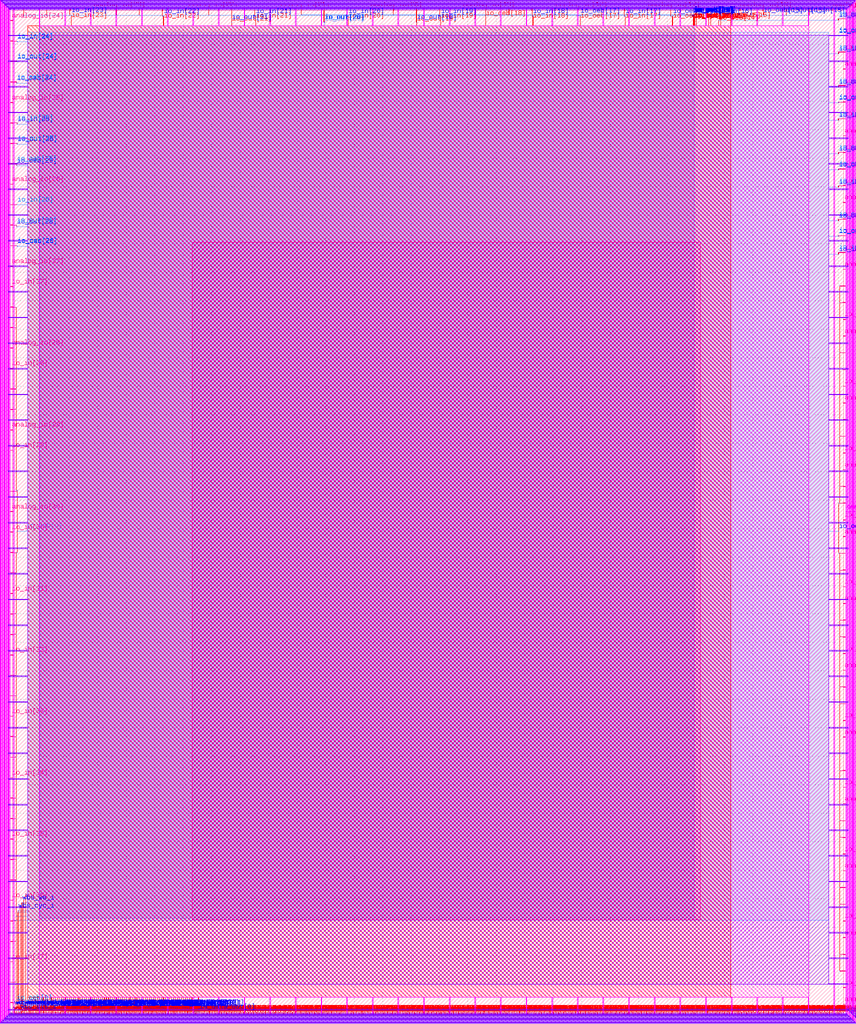
<source format=lef>
VERSION 5.7 ;
  NOWIREEXTENSIONATPIN ON ;
  DIVIDERCHAR "/" ;
  BUSBITCHARS "[]" ;
MACRO user_project_wrapper
  CLASS BLOCK ;
  FOREIGN user_project_wrapper ;
  ORIGIN 0.000 0.000 ;
  SIZE 2920.000 BY 3520.000 ;
  PIN analog_io[0]
    DIRECTION INOUT ;
    PORT
      LAYER met3 ;
        RECT 2917.600 28.980 2924.800 30.180 ;
    END
  END analog_io[0]
  PIN analog_io[10]
    DIRECTION INOUT ;
    PORT
      LAYER met3 ;
        RECT 2917.600 2374.980 2924.800 2376.180 ;
    END
  END analog_io[10]
  PIN analog_io[11]
    DIRECTION INOUT ;
    PORT
      LAYER met3 ;
        RECT 2917.600 2609.580 2924.800 2610.780 ;
    END
  END analog_io[11]
  PIN analog_io[12]
    DIRECTION INOUT ;
    PORT
      LAYER met3 ;
        RECT 2917.600 2844.180 2924.800 2845.380 ;
    END
  END analog_io[12]
  PIN analog_io[13]
    DIRECTION INOUT ;
    PORT
      LAYER met3 ;
        RECT 2917.600 3078.780 2924.800 3079.980 ;
    END
  END analog_io[13]
  PIN analog_io[14]
    DIRECTION INOUT ;
    PORT
      LAYER met3 ;
        RECT 2917.600 3313.380 2924.800 3314.580 ;
    END
  END analog_io[14]
  PIN analog_io[15]
    DIRECTION INOUT ;
    PORT
      LAYER met2 ;
        RECT 2879.090 3517.600 2879.650 3524.800 ;
    END
  END analog_io[15]
  PIN analog_io[16]
    DIRECTION INOUT ;
    PORT
      LAYER met2 ;
        RECT 2554.790 3517.600 2555.350 3524.800 ;
    END
  END analog_io[16]
  PIN analog_io[17]
    DIRECTION INOUT ;
    PORT
      LAYER met2 ;
        RECT 2230.490 3517.600 2231.050 3524.800 ;
    END
  END analog_io[17]
  PIN analog_io[18]
    DIRECTION INOUT ;
    PORT
      LAYER met2 ;
        RECT 1905.730 3517.600 1906.290 3524.800 ;
    END
  END analog_io[18]
  PIN analog_io[19]
    DIRECTION INOUT ;
    PORT
      LAYER met2 ;
        RECT 1581.430 3517.600 1581.990 3524.800 ;
    END
  END analog_io[19]
  PIN analog_io[1]
    DIRECTION INOUT ;
    PORT
      LAYER met3 ;
        RECT 2917.600 263.580 2924.800 264.780 ;
    END
  END analog_io[1]
  PIN analog_io[20]
    DIRECTION INOUT ;
    PORT
      LAYER met2 ;
        RECT 1257.130 3517.600 1257.690 3524.800 ;
    END
  END analog_io[20]
  PIN analog_io[21]
    DIRECTION INOUT ;
    PORT
      LAYER met2 ;
        RECT 932.370 3517.600 932.930 3524.800 ;
    END
  END analog_io[21]
  PIN analog_io[22]
    DIRECTION INOUT ;
    PORT
      LAYER met2 ;
        RECT 608.070 3517.600 608.630 3524.800 ;
    END
  END analog_io[22]
  PIN analog_io[23]
    DIRECTION INOUT ;
    PORT
      LAYER met2 ;
        RECT 283.770 3517.600 284.330 3524.800 ;
    END
  END analog_io[23]
  PIN analog_io[24]
    DIRECTION INOUT ;
    PORT
      LAYER met3 ;
        RECT -4.800 3482.700 2.400 3483.900 ;
    END
  END analog_io[24]
  PIN analog_io[25]
    DIRECTION INOUT ;
    PORT
      LAYER met3 ;
        RECT -4.800 3195.060 2.400 3196.260 ;
    END
  END analog_io[25]
  PIN analog_io[26]
    DIRECTION INOUT ;
    PORT
      LAYER met3 ;
        RECT -4.800 2908.100 2.400 2909.300 ;
    END
  END analog_io[26]
  PIN analog_io[27]
    DIRECTION INOUT ;
    PORT
      LAYER met3 ;
        RECT -4.800 2620.460 2.400 2621.660 ;
    END
  END analog_io[27]
  PIN analog_io[28]
    DIRECTION INOUT ;
    PORT
      LAYER met3 ;
        RECT -4.800 2333.500 2.400 2334.700 ;
    END
  END analog_io[28]
  PIN analog_io[29]
    DIRECTION INOUT ;
    PORT
      LAYER met3 ;
        RECT -4.800 2045.860 2.400 2047.060 ;
    END
  END analog_io[29]
  PIN analog_io[2]
    DIRECTION INOUT ;
    PORT
      LAYER met3 ;
        RECT 2917.600 498.180 2924.800 499.380 ;
    END
  END analog_io[2]
  PIN analog_io[30]
    DIRECTION INOUT ;
    PORT
      LAYER met3 ;
        RECT -4.800 1758.900 2.400 1760.100 ;
    END
  END analog_io[30]
  PIN analog_io[3]
    DIRECTION INOUT ;
    PORT
      LAYER met3 ;
        RECT 2917.600 732.780 2924.800 733.980 ;
    END
  END analog_io[3]
  PIN analog_io[4]
    DIRECTION INOUT ;
    PORT
      LAYER met3 ;
        RECT 2917.600 967.380 2924.800 968.580 ;
    END
  END analog_io[4]
  PIN analog_io[5]
    DIRECTION INOUT ;
    PORT
      LAYER met3 ;
        RECT 2917.600 1201.980 2924.800 1203.180 ;
    END
  END analog_io[5]
  PIN analog_io[6]
    DIRECTION INOUT ;
    PORT
      LAYER met3 ;
        RECT 2917.600 1436.580 2924.800 1437.780 ;
    END
  END analog_io[6]
  PIN analog_io[7]
    DIRECTION INOUT ;
    PORT
      LAYER met3 ;
        RECT 2917.600 1671.180 2924.800 1672.380 ;
    END
  END analog_io[7]
  PIN analog_io[8]
    DIRECTION INOUT ;
    PORT
      LAYER met3 ;
        RECT 2917.600 1905.780 2924.800 1906.980 ;
    END
  END analog_io[8]
  PIN analog_io[9]
    DIRECTION INOUT ;
    PORT
      LAYER met3 ;
        RECT 2917.600 2140.380 2924.800 2141.580 ;
    END
  END analog_io[9]
  PIN io_in[0]
    DIRECTION INPUT ;
    PORT
      LAYER met3 ;
        RECT 2917.600 87.460 2924.800 88.660 ;
    END
  END io_in[0]
  PIN io_in[10]
    DIRECTION INPUT ;
    PORT
      LAYER met3 ;
        RECT 2917.600 2433.460 2924.800 2434.660 ;
    END
  END io_in[10]
  PIN io_in[11]
    DIRECTION INPUT ;
    PORT
      LAYER met1 ;
        RECT 2900.830 2663.800 2901.150 2663.860 ;
        RECT 2866.000 2663.660 2901.150 2663.800 ;
        RECT 2900.830 2663.600 2901.150 2663.660 ;
      LAYER via ;
        RECT 2900.860 2663.600 2901.120 2663.860 ;
      LAYER met2 ;
        RECT 2900.850 2669.155 2901.130 2669.525 ;
        RECT 2900.920 2663.890 2901.060 2669.155 ;
        RECT 2900.860 2663.570 2901.120 2663.890 ;
      LAYER via2 ;
        RECT 2900.850 2669.200 2901.130 2669.480 ;
      LAYER met3 ;
        RECT 2900.825 2669.490 2901.155 2669.505 ;
        RECT 2917.600 2669.490 2924.800 2669.940 ;
        RECT 2900.825 2669.190 2924.800 2669.490 ;
        RECT 2900.825 2669.175 2901.155 2669.190 ;
        RECT 2917.600 2668.740 2924.800 2669.190 ;
    END
  END io_in[11]
  PIN io_in[12]
    DIRECTION INPUT ;
    PORT
      LAYER met1 ;
        RECT 2900.830 2898.400 2901.150 2898.460 ;
        RECT 2866.000 2898.260 2901.150 2898.400 ;
        RECT 2900.830 2898.200 2901.150 2898.260 ;
      LAYER via ;
        RECT 2900.860 2898.200 2901.120 2898.460 ;
      LAYER met2 ;
        RECT 2900.850 2903.755 2901.130 2904.125 ;
        RECT 2900.920 2898.490 2901.060 2903.755 ;
        RECT 2900.860 2898.170 2901.120 2898.490 ;
      LAYER via2 ;
        RECT 2900.850 2903.800 2901.130 2904.080 ;
      LAYER met3 ;
        RECT 2900.825 2904.090 2901.155 2904.105 ;
        RECT 2917.600 2904.090 2924.800 2904.540 ;
        RECT 2900.825 2903.790 2924.800 2904.090 ;
        RECT 2900.825 2903.775 2901.155 2903.790 ;
        RECT 2917.600 2903.340 2924.800 2903.790 ;
    END
  END io_in[12]
  PIN io_in[13]
    DIRECTION INPUT ;
    PORT
      LAYER met1 ;
        RECT 2900.830 3133.000 2901.150 3133.060 ;
        RECT 2866.000 3132.860 2901.150 3133.000 ;
        RECT 2900.830 3132.800 2901.150 3132.860 ;
      LAYER via ;
        RECT 2900.860 3132.800 2901.120 3133.060 ;
      LAYER met2 ;
        RECT 2900.850 3138.355 2901.130 3138.725 ;
        RECT 2900.920 3133.090 2901.060 3138.355 ;
        RECT 2900.860 3132.770 2901.120 3133.090 ;
      LAYER via2 ;
        RECT 2900.850 3138.400 2901.130 3138.680 ;
      LAYER met3 ;
        RECT 2900.825 3138.690 2901.155 3138.705 ;
        RECT 2917.600 3138.690 2924.800 3139.140 ;
        RECT 2900.825 3138.390 2924.800 3138.690 ;
        RECT 2900.825 3138.375 2901.155 3138.390 ;
        RECT 2917.600 3137.940 2924.800 3138.390 ;
    END
  END io_in[13]
  PIN io_in[14]
    DIRECTION INPUT ;
    PORT
      LAYER met1 ;
        RECT 2900.830 3367.600 2901.150 3367.660 ;
        RECT 2866.000 3367.460 2901.150 3367.600 ;
        RECT 2900.830 3367.400 2901.150 3367.460 ;
      LAYER via ;
        RECT 2900.860 3367.400 2901.120 3367.660 ;
      LAYER met2 ;
        RECT 2900.850 3372.955 2901.130 3373.325 ;
        RECT 2900.920 3367.690 2901.060 3372.955 ;
        RECT 2900.860 3367.370 2901.120 3367.690 ;
      LAYER via2 ;
        RECT 2900.850 3373.000 2901.130 3373.280 ;
      LAYER met3 ;
        RECT 2900.825 3373.290 2901.155 3373.305 ;
        RECT 2917.600 3373.290 2924.800 3373.740 ;
        RECT 2900.825 3372.990 2924.800 3373.290 ;
        RECT 2900.825 3372.975 2901.155 3372.990 ;
        RECT 2917.600 3372.540 2924.800 3372.990 ;
    END
  END io_in[14]
  PIN io_in[15]
    DIRECTION INPUT ;
    PORT
      LAYER met1 ;
        RECT 2445.890 3501.560 2446.210 3501.620 ;
        RECT 2798.250 3501.560 2798.570 3501.620 ;
        RECT 2445.890 3501.420 2798.570 3501.560 ;
        RECT 2445.890 3501.360 2446.210 3501.420 ;
        RECT 2798.250 3501.360 2798.570 3501.420 ;
      LAYER via ;
        RECT 2445.920 3501.360 2446.180 3501.620 ;
        RECT 2798.280 3501.360 2798.540 3501.620 ;
      LAYER met2 ;
        RECT 2798.130 3517.600 2798.690 3524.800 ;
        RECT 2798.340 3501.650 2798.480 3517.600 ;
        RECT 2445.920 3501.330 2446.180 3501.650 ;
        RECT 2798.280 3501.330 2798.540 3501.650 ;
        RECT 2445.980 3466.000 2446.120 3501.330 ;
    END
  END io_in[15]
  PIN io_in[16]
    DIRECTION INPUT ;
    PORT
      LAYER met1 ;
        RECT 2452.790 3498.500 2453.110 3498.560 ;
        RECT 2473.950 3498.500 2474.270 3498.560 ;
        RECT 2452.790 3498.360 2474.270 3498.500 ;
        RECT 2452.790 3498.300 2453.110 3498.360 ;
        RECT 2473.950 3498.300 2474.270 3498.360 ;
      LAYER via ;
        RECT 2452.820 3498.300 2453.080 3498.560 ;
        RECT 2473.980 3498.300 2474.240 3498.560 ;
      LAYER met2 ;
        RECT 2473.830 3517.600 2474.390 3524.800 ;
        RECT 2474.040 3498.590 2474.180 3517.600 ;
        RECT 2452.820 3498.270 2453.080 3498.590 ;
        RECT 2473.980 3498.270 2474.240 3498.590 ;
        RECT 2452.880 3466.000 2453.020 3498.270 ;
    END
  END io_in[16]
  PIN io_in[17]
    DIRECTION INPUT ;
    PORT
      LAYER met1 ;
        RECT 2149.190 3498.500 2149.510 3498.560 ;
        RECT 2152.410 3498.500 2152.730 3498.560 ;
        RECT 2149.190 3498.360 2152.730 3498.500 ;
        RECT 2149.190 3498.300 2149.510 3498.360 ;
        RECT 2152.410 3498.300 2152.730 3498.360 ;
      LAYER via ;
        RECT 2149.220 3498.300 2149.480 3498.560 ;
        RECT 2152.440 3498.300 2152.700 3498.560 ;
      LAYER met2 ;
        RECT 2149.070 3517.600 2149.630 3524.800 ;
        RECT 2149.280 3498.590 2149.420 3517.600 ;
        RECT 2149.220 3498.270 2149.480 3498.590 ;
        RECT 2152.440 3498.270 2152.700 3498.590 ;
        RECT 2152.500 3466.000 2152.640 3498.270 ;
    END
  END io_in[17]
  PIN io_in[18]
    DIRECTION INPUT ;
    PORT
      LAYER met1 ;
        RECT 1824.890 3498.500 1825.210 3498.560 ;
        RECT 1828.110 3498.500 1828.430 3498.560 ;
        RECT 1824.890 3498.360 1828.430 3498.500 ;
        RECT 1824.890 3498.300 1825.210 3498.360 ;
        RECT 1828.110 3498.300 1828.430 3498.360 ;
      LAYER via ;
        RECT 1824.920 3498.300 1825.180 3498.560 ;
        RECT 1828.140 3498.300 1828.400 3498.560 ;
      LAYER met2 ;
        RECT 1824.770 3517.600 1825.330 3524.800 ;
        RECT 1824.980 3498.590 1825.120 3517.600 ;
        RECT 1824.920 3498.270 1825.180 3498.590 ;
        RECT 1828.140 3498.270 1828.400 3498.590 ;
        RECT 1828.200 3466.000 1828.340 3498.270 ;
    END
  END io_in[18]
  PIN io_in[19]
    DIRECTION INPUT ;
    PORT
      LAYER met1 ;
        RECT 1500.590 3498.500 1500.910 3498.560 ;
        RECT 1503.810 3498.500 1504.130 3498.560 ;
        RECT 1500.590 3498.360 1504.130 3498.500 ;
        RECT 1500.590 3498.300 1500.910 3498.360 ;
        RECT 1503.810 3498.300 1504.130 3498.360 ;
      LAYER via ;
        RECT 1500.620 3498.300 1500.880 3498.560 ;
        RECT 1503.840 3498.300 1504.100 3498.560 ;
      LAYER met2 ;
        RECT 1500.470 3517.600 1501.030 3524.800 ;
        RECT 1500.680 3498.590 1500.820 3517.600 ;
        RECT 1500.620 3498.270 1500.880 3498.590 ;
        RECT 1503.840 3498.270 1504.100 3498.590 ;
        RECT 1503.900 3466.000 1504.040 3498.270 ;
    END
  END io_in[19]
  PIN io_in[1]
    DIRECTION INPUT ;
    PORT
      LAYER met3 ;
        RECT 2917.600 322.060 2924.800 323.260 ;
    END
  END io_in[1]
  PIN io_in[20]
    DIRECTION INPUT ;
    PORT
      LAYER met1 ;
        RECT 1175.830 3498.500 1176.150 3498.560 ;
        RECT 1179.510 3498.500 1179.830 3498.560 ;
        RECT 1175.830 3498.360 1179.830 3498.500 ;
        RECT 1175.830 3498.300 1176.150 3498.360 ;
        RECT 1179.510 3498.300 1179.830 3498.360 ;
      LAYER via ;
        RECT 1175.860 3498.300 1176.120 3498.560 ;
        RECT 1179.540 3498.300 1179.800 3498.560 ;
      LAYER met2 ;
        RECT 1175.710 3517.600 1176.270 3524.800 ;
        RECT 1175.920 3498.590 1176.060 3517.600 ;
        RECT 1175.860 3498.270 1176.120 3498.590 ;
        RECT 1179.540 3498.270 1179.800 3498.590 ;
        RECT 1179.600 3466.000 1179.740 3498.270 ;
    END
  END io_in[20]
  PIN io_in[21]
    DIRECTION INPUT ;
    PORT
      LAYER met1 ;
        RECT 851.530 3498.500 851.850 3498.560 ;
        RECT 855.210 3498.500 855.530 3498.560 ;
        RECT 851.530 3498.360 855.530 3498.500 ;
        RECT 851.530 3498.300 851.850 3498.360 ;
        RECT 855.210 3498.300 855.530 3498.360 ;
      LAYER via ;
        RECT 851.560 3498.300 851.820 3498.560 ;
        RECT 855.240 3498.300 855.500 3498.560 ;
      LAYER met2 ;
        RECT 851.410 3517.600 851.970 3524.800 ;
        RECT 851.620 3498.590 851.760 3517.600 ;
        RECT 851.560 3498.270 851.820 3498.590 ;
        RECT 855.240 3498.270 855.500 3498.590 ;
        RECT 855.300 3466.000 855.440 3498.270 ;
    END
  END io_in[21]
  PIN io_in[22]
    DIRECTION INPUT ;
    PORT
      LAYER met1 ;
        RECT 527.230 3498.500 527.550 3498.560 ;
        RECT 530.910 3498.500 531.230 3498.560 ;
        RECT 527.230 3498.360 531.230 3498.500 ;
        RECT 527.230 3498.300 527.550 3498.360 ;
        RECT 530.910 3498.300 531.230 3498.360 ;
      LAYER via ;
        RECT 527.260 3498.300 527.520 3498.560 ;
        RECT 530.940 3498.300 531.200 3498.560 ;
      LAYER met2 ;
        RECT 527.110 3517.600 527.670 3524.800 ;
        RECT 527.320 3498.590 527.460 3517.600 ;
        RECT 527.260 3498.270 527.520 3498.590 ;
        RECT 530.940 3498.270 531.200 3498.590 ;
        RECT 531.000 3466.000 531.140 3498.270 ;
    END
  END io_in[22]
  PIN io_in[23]
    DIRECTION INPUT ;
    PORT
      LAYER met1 ;
        RECT 202.470 3502.580 202.790 3502.640 ;
        RECT 206.610 3502.580 206.930 3502.640 ;
        RECT 202.470 3502.440 206.930 3502.580 ;
        RECT 202.470 3502.380 202.790 3502.440 ;
        RECT 206.610 3502.380 206.930 3502.440 ;
      LAYER via ;
        RECT 202.500 3502.380 202.760 3502.640 ;
        RECT 206.640 3502.380 206.900 3502.640 ;
      LAYER met2 ;
        RECT 202.350 3517.600 202.910 3524.800 ;
        RECT 202.560 3502.670 202.700 3517.600 ;
        RECT 202.500 3502.350 202.760 3502.670 ;
        RECT 206.640 3502.350 206.900 3502.670 ;
        RECT 206.700 3466.000 206.840 3502.350 ;
    END
  END io_in[23]
  PIN io_in[24]
    DIRECTION INPUT ;
    PORT
      LAYER met1 ;
        RECT 17.550 3408.740 17.870 3408.800 ;
        RECT 17.550 3408.600 54.000 3408.740 ;
        RECT 17.550 3408.540 17.870 3408.600 ;
      LAYER via ;
        RECT 17.580 3408.540 17.840 3408.800 ;
      LAYER met2 ;
        RECT 17.570 3411.035 17.850 3411.405 ;
        RECT 17.640 3408.830 17.780 3411.035 ;
        RECT 17.580 3408.510 17.840 3408.830 ;
      LAYER via2 ;
        RECT 17.570 3411.080 17.850 3411.360 ;
      LAYER met3 ;
        RECT -4.800 3411.370 2.400 3411.820 ;
        RECT 17.545 3411.370 17.875 3411.385 ;
        RECT -4.800 3411.070 17.875 3411.370 ;
        RECT -4.800 3410.620 2.400 3411.070 ;
        RECT 17.545 3411.055 17.875 3411.070 ;
    END
  END io_in[24]
  PIN io_in[25]
    DIRECTION INPUT ;
    PORT
      LAYER met1 ;
        RECT 17.090 3119.060 17.410 3119.120 ;
        RECT 17.090 3118.920 54.000 3119.060 ;
        RECT 17.090 3118.860 17.410 3118.920 ;
      LAYER via ;
        RECT 17.120 3118.860 17.380 3119.120 ;
      LAYER met2 ;
        RECT 17.110 3124.075 17.390 3124.445 ;
        RECT 17.180 3119.150 17.320 3124.075 ;
        RECT 17.120 3118.830 17.380 3119.150 ;
      LAYER via2 ;
        RECT 17.110 3124.120 17.390 3124.400 ;
      LAYER met3 ;
        RECT -4.800 3124.410 2.400 3124.860 ;
        RECT 17.085 3124.410 17.415 3124.425 ;
        RECT -4.800 3124.110 17.415 3124.410 ;
        RECT -4.800 3123.660 2.400 3124.110 ;
        RECT 17.085 3124.095 17.415 3124.110 ;
    END
  END io_in[25]
  PIN io_in[26]
    DIRECTION INPUT ;
    PORT
      LAYER met1 ;
        RECT 17.090 2836.180 17.410 2836.240 ;
        RECT 17.090 2836.040 54.000 2836.180 ;
        RECT 17.090 2835.980 17.410 2836.040 ;
      LAYER via ;
        RECT 17.120 2835.980 17.380 2836.240 ;
      LAYER met2 ;
        RECT 17.110 2836.435 17.390 2836.805 ;
        RECT 17.180 2836.270 17.320 2836.435 ;
        RECT 17.120 2835.950 17.380 2836.270 ;
      LAYER via2 ;
        RECT 17.110 2836.480 17.390 2836.760 ;
      LAYER met3 ;
        RECT -4.800 2836.770 2.400 2837.220 ;
        RECT 17.085 2836.770 17.415 2836.785 ;
        RECT -4.800 2836.470 17.415 2836.770 ;
        RECT -4.800 2836.020 2.400 2836.470 ;
        RECT 17.085 2836.455 17.415 2836.470 ;
    END
  END io_in[26]
  PIN io_in[27]
    DIRECTION INPUT ;
    PORT
      LAYER met3 ;
        RECT -4.800 2549.060 2.400 2550.260 ;
    END
  END io_in[27]
  PIN io_in[28]
    DIRECTION INPUT ;
    PORT
      LAYER met3 ;
        RECT -4.800 2261.420 2.400 2262.620 ;
    END
  END io_in[28]
  PIN io_in[29]
    DIRECTION INPUT ;
    PORT
      LAYER met3 ;
        RECT -4.800 1974.460 2.400 1975.660 ;
    END
  END io_in[29]
  PIN io_in[2]
    DIRECTION INPUT ;
    PORT
      LAYER met3 ;
        RECT 2917.600 556.660 2924.800 557.860 ;
    END
  END io_in[2]
  PIN io_in[30]
    DIRECTION INPUT ;
    PORT
      LAYER met3 ;
        RECT -4.800 1686.820 2.400 1688.020 ;
    END
  END io_in[30]
  PIN io_in[31]
    DIRECTION INPUT ;
    PORT
      LAYER met3 ;
        RECT -4.800 1471.260 2.400 1472.460 ;
    END
  END io_in[31]
  PIN io_in[32]
    DIRECTION INPUT ;
    PORT
      LAYER met3 ;
        RECT -4.800 1255.700 2.400 1256.900 ;
    END
  END io_in[32]
  PIN io_in[33]
    DIRECTION INPUT ;
    PORT
      LAYER met3 ;
        RECT -4.800 1040.140 2.400 1041.340 ;
    END
  END io_in[33]
  PIN io_in[34]
    DIRECTION INPUT ;
    PORT
      LAYER met3 ;
        RECT -4.800 824.580 2.400 825.780 ;
    END
  END io_in[34]
  PIN io_in[35]
    DIRECTION INPUT ;
    PORT
      LAYER met3 ;
        RECT -4.800 609.700 2.400 610.900 ;
    END
  END io_in[35]
  PIN io_in[36]
    DIRECTION INPUT ;
    PORT
      LAYER met3 ;
        RECT -4.800 394.140 2.400 395.340 ;
    END
  END io_in[36]
  PIN io_in[37]
    DIRECTION INPUT ;
    PORT
      LAYER met3 ;
        RECT -4.800 178.580 2.400 179.780 ;
    END
  END io_in[37]
  PIN io_in[3]
    DIRECTION INPUT ;
    PORT
      LAYER met3 ;
        RECT 2917.600 791.260 2924.800 792.460 ;
    END
  END io_in[3]
  PIN io_in[4]
    DIRECTION INPUT ;
    PORT
      LAYER met3 ;
        RECT 2917.600 1025.860 2924.800 1027.060 ;
    END
  END io_in[4]
  PIN io_in[5]
    DIRECTION INPUT ;
    PORT
      LAYER met3 ;
        RECT 2917.600 1260.460 2924.800 1261.660 ;
    END
  END io_in[5]
  PIN io_in[6]
    DIRECTION INPUT ;
    PORT
      LAYER met3 ;
        RECT 2917.600 1495.060 2924.800 1496.260 ;
    END
  END io_in[6]
  PIN io_in[7]
    DIRECTION INPUT ;
    PORT
      LAYER met3 ;
        RECT 2917.600 1729.660 2924.800 1730.860 ;
    END
  END io_in[7]
  PIN io_in[8]
    DIRECTION INPUT ;
    PORT
      LAYER met3 ;
        RECT 2917.600 1964.260 2924.800 1965.460 ;
    END
  END io_in[8]
  PIN io_in[9]
    DIRECTION INPUT ;
    PORT
      LAYER met3 ;
        RECT 2917.600 2198.860 2924.800 2200.060 ;
    END
  END io_in[9]
  PIN io_oeb[11]
    DIRECTION OUTPUT TRISTATE ;
    PORT
      LAYER met1 ;
        RECT 2900.830 2781.100 2901.150 2781.160 ;
        RECT 2866.000 2780.960 2901.150 2781.100 ;
        RECT 2900.830 2780.900 2901.150 2780.960 ;
      LAYER via ;
        RECT 2900.860 2780.900 2901.120 2781.160 ;
      LAYER met2 ;
        RECT 2900.850 2786.115 2901.130 2786.485 ;
        RECT 2900.920 2781.190 2901.060 2786.115 ;
        RECT 2900.860 2780.870 2901.120 2781.190 ;
      LAYER via2 ;
        RECT 2900.850 2786.160 2901.130 2786.440 ;
      LAYER met3 ;
        RECT 2900.825 2786.450 2901.155 2786.465 ;
        RECT 2917.600 2786.450 2924.800 2786.900 ;
        RECT 2900.825 2786.150 2924.800 2786.450 ;
        RECT 2900.825 2786.135 2901.155 2786.150 ;
        RECT 2917.600 2785.700 2924.800 2786.150 ;
    END
  END io_oeb[11]
  PIN io_oeb[12]
    DIRECTION OUTPUT TRISTATE ;
    PORT
      LAYER met1 ;
        RECT 2900.830 3015.700 2901.150 3015.760 ;
        RECT 2866.000 3015.560 2901.150 3015.700 ;
        RECT 2900.830 3015.500 2901.150 3015.560 ;
      LAYER via ;
        RECT 2900.860 3015.500 2901.120 3015.760 ;
      LAYER met2 ;
        RECT 2900.850 3020.715 2901.130 3021.085 ;
        RECT 2900.920 3015.790 2901.060 3020.715 ;
        RECT 2900.860 3015.470 2901.120 3015.790 ;
      LAYER via2 ;
        RECT 2900.850 3020.760 2901.130 3021.040 ;
      LAYER met3 ;
        RECT 2900.825 3021.050 2901.155 3021.065 ;
        RECT 2917.600 3021.050 2924.800 3021.500 ;
        RECT 2900.825 3020.750 2924.800 3021.050 ;
        RECT 2900.825 3020.735 2901.155 3020.750 ;
        RECT 2917.600 3020.300 2924.800 3020.750 ;
    END
  END io_oeb[12]
  PIN io_oeb[13]
    DIRECTION OUTPUT TRISTATE ;
    PORT
      LAYER met1 ;
        RECT 2900.830 3250.300 2901.150 3250.360 ;
        RECT 2866.000 3250.160 2901.150 3250.300 ;
        RECT 2900.830 3250.100 2901.150 3250.160 ;
      LAYER via ;
        RECT 2900.860 3250.100 2901.120 3250.360 ;
      LAYER met2 ;
        RECT 2900.850 3255.315 2901.130 3255.685 ;
        RECT 2900.920 3250.390 2901.060 3255.315 ;
        RECT 2900.860 3250.070 2901.120 3250.390 ;
      LAYER via2 ;
        RECT 2900.850 3255.360 2901.130 3255.640 ;
      LAYER met3 ;
        RECT 2900.825 3255.650 2901.155 3255.665 ;
        RECT 2917.600 3255.650 2924.800 3256.100 ;
        RECT 2900.825 3255.350 2924.800 3255.650 ;
        RECT 2900.825 3255.335 2901.155 3255.350 ;
        RECT 2917.600 3254.900 2924.800 3255.350 ;
    END
  END io_oeb[13]
  PIN io_oeb[14]
    DIRECTION OUTPUT TRISTATE ;
    PORT
      LAYER met1 ;
        RECT 2480.390 3484.900 2480.710 3484.960 ;
        RECT 2900.830 3484.900 2901.150 3484.960 ;
        RECT 2480.390 3484.760 2901.150 3484.900 ;
        RECT 2480.390 3484.700 2480.710 3484.760 ;
        RECT 2900.830 3484.700 2901.150 3484.760 ;
      LAYER via ;
        RECT 2480.420 3484.700 2480.680 3484.960 ;
        RECT 2900.860 3484.700 2901.120 3484.960 ;
      LAYER met2 ;
        RECT 2900.850 3489.915 2901.130 3490.285 ;
        RECT 2900.920 3484.990 2901.060 3489.915 ;
        RECT 2480.420 3484.670 2480.680 3484.990 ;
        RECT 2900.860 3484.670 2901.120 3484.990 ;
        RECT 2480.480 3466.000 2480.620 3484.670 ;
      LAYER via2 ;
        RECT 2900.850 3489.960 2901.130 3490.240 ;
      LAYER met3 ;
        RECT 2900.825 3490.250 2901.155 3490.265 ;
        RECT 2917.600 3490.250 2924.800 3490.700 ;
        RECT 2900.825 3489.950 2924.800 3490.250 ;
        RECT 2900.825 3489.935 2901.155 3489.950 ;
        RECT 2917.600 3489.500 2924.800 3489.950 ;
    END
  END io_oeb[14]
  PIN io_oeb[15]
    DIRECTION OUTPUT TRISTATE ;
    PORT
      LAYER met1 ;
        RECT 2487.290 3502.240 2487.610 3502.300 ;
        RECT 2635.870 3502.240 2636.190 3502.300 ;
        RECT 2487.290 3502.100 2636.190 3502.240 ;
        RECT 2487.290 3502.040 2487.610 3502.100 ;
        RECT 2635.870 3502.040 2636.190 3502.100 ;
      LAYER via ;
        RECT 2487.320 3502.040 2487.580 3502.300 ;
        RECT 2635.900 3502.040 2636.160 3502.300 ;
      LAYER met2 ;
        RECT 2635.750 3517.600 2636.310 3524.800 ;
        RECT 2635.960 3502.330 2636.100 3517.600 ;
        RECT 2487.320 3502.010 2487.580 3502.330 ;
        RECT 2635.900 3502.010 2636.160 3502.330 ;
        RECT 2487.380 3466.000 2487.520 3502.010 ;
    END
  END io_oeb[15]
  PIN io_oeb[16]
    DIRECTION OUTPUT TRISTATE ;
    PORT
      LAYER met1 ;
        RECT 2311.570 3498.500 2311.890 3498.560 ;
        RECT 2318.010 3498.500 2318.330 3498.560 ;
        RECT 2311.570 3498.360 2318.330 3498.500 ;
        RECT 2311.570 3498.300 2311.890 3498.360 ;
        RECT 2318.010 3498.300 2318.330 3498.360 ;
      LAYER via ;
        RECT 2311.600 3498.300 2311.860 3498.560 ;
        RECT 2318.040 3498.300 2318.300 3498.560 ;
      LAYER met2 ;
        RECT 2311.450 3517.600 2312.010 3524.800 ;
        RECT 2311.660 3498.590 2311.800 3517.600 ;
        RECT 2311.600 3498.270 2311.860 3498.590 ;
        RECT 2318.040 3498.270 2318.300 3498.590 ;
        RECT 2318.100 3466.000 2318.240 3498.270 ;
    END
  END io_oeb[16]
  PIN io_oeb[17]
    DIRECTION OUTPUT TRISTATE ;
    PORT
      LAYER met1 ;
        RECT 1987.270 3499.860 1987.590 3499.920 ;
        RECT 1993.710 3499.860 1994.030 3499.920 ;
        RECT 1987.270 3499.720 1994.030 3499.860 ;
        RECT 1987.270 3499.660 1987.590 3499.720 ;
        RECT 1993.710 3499.660 1994.030 3499.720 ;
      LAYER via ;
        RECT 1987.300 3499.660 1987.560 3499.920 ;
        RECT 1993.740 3499.660 1994.000 3499.920 ;
      LAYER met2 ;
        RECT 1987.150 3517.600 1987.710 3524.800 ;
        RECT 1987.360 3499.950 1987.500 3517.600 ;
        RECT 1987.300 3499.630 1987.560 3499.950 ;
        RECT 1993.740 3499.630 1994.000 3499.950 ;
        RECT 1993.800 3466.000 1993.940 3499.630 ;
    END
  END io_oeb[17]
  PIN io_oeb[18]
    DIRECTION OUTPUT TRISTATE ;
    PORT
      LAYER met2 ;
        RECT 1662.390 3517.600 1662.950 3524.800 ;
        RECT 1662.600 3466.000 1662.740 3517.600 ;
    END
  END io_oeb[18]
  PIN io_oeb[19]
    DIRECTION OUTPUT TRISTATE ;
    PORT
      LAYER met1 ;
        RECT 1338.210 3503.600 1338.530 3503.660 ;
        RECT 2401.270 3503.600 2401.590 3503.660 ;
        RECT 1338.210 3503.460 2401.590 3503.600 ;
        RECT 1338.210 3503.400 1338.530 3503.460 ;
        RECT 2401.270 3503.400 2401.590 3503.460 ;
      LAYER via ;
        RECT 1338.240 3503.400 1338.500 3503.660 ;
        RECT 2401.300 3503.400 2401.560 3503.660 ;
      LAYER met2 ;
        RECT 1338.090 3517.600 1338.650 3524.800 ;
        RECT 1338.300 3503.690 1338.440 3517.600 ;
        RECT 1338.240 3503.370 1338.500 3503.690 ;
        RECT 2401.300 3503.370 2401.560 3503.690 ;
        RECT 2401.360 3466.000 2401.500 3503.370 ;
    END
  END io_oeb[19]
  PIN io_oeb[20]
    DIRECTION OUTPUT TRISTATE ;
    PORT
      LAYER met1 ;
        RECT 1013.910 3503.260 1014.230 3503.320 ;
        RECT 2391.150 3503.260 2391.470 3503.320 ;
        RECT 1013.910 3503.120 2391.470 3503.260 ;
        RECT 1013.910 3503.060 1014.230 3503.120 ;
        RECT 2391.150 3503.060 2391.470 3503.120 ;
      LAYER via ;
        RECT 1013.940 3503.060 1014.200 3503.320 ;
        RECT 2391.180 3503.060 2391.440 3503.320 ;
      LAYER met2 ;
        RECT 1013.790 3517.600 1014.350 3524.800 ;
        RECT 1014.000 3503.350 1014.140 3517.600 ;
        RECT 1013.940 3503.030 1014.200 3503.350 ;
        RECT 2391.180 3503.030 2391.440 3503.350 ;
        RECT 2391.240 3466.000 2391.380 3503.030 ;
    END
  END io_oeb[20]
  PIN io_oeb[21]
    DIRECTION OUTPUT TRISTATE ;
    PORT
      LAYER met1 ;
        RECT 689.150 3502.920 689.470 3502.980 ;
        RECT 2391.610 3502.920 2391.930 3502.980 ;
        RECT 689.150 3502.780 2391.930 3502.920 ;
        RECT 689.150 3502.720 689.470 3502.780 ;
        RECT 2391.610 3502.720 2391.930 3502.780 ;
      LAYER via ;
        RECT 689.180 3502.720 689.440 3502.980 ;
        RECT 2391.640 3502.720 2391.900 3502.980 ;
      LAYER met2 ;
        RECT 689.030 3517.600 689.590 3524.800 ;
        RECT 689.240 3503.010 689.380 3517.600 ;
        RECT 689.180 3502.690 689.440 3503.010 ;
        RECT 2391.640 3502.690 2391.900 3503.010 ;
        RECT 2391.700 3466.000 2391.840 3502.690 ;
    END
  END io_oeb[21]
  PIN io_oeb[22]
    DIRECTION OUTPUT TRISTATE ;
    PORT
      LAYER met1 ;
        RECT 364.850 3502.240 365.170 3502.300 ;
        RECT 2392.070 3502.240 2392.390 3502.300 ;
        RECT 364.850 3502.100 2392.390 3502.240 ;
        RECT 364.850 3502.040 365.170 3502.100 ;
        RECT 2392.070 3502.040 2392.390 3502.100 ;
      LAYER via ;
        RECT 364.880 3502.040 365.140 3502.300 ;
        RECT 2392.100 3502.040 2392.360 3502.300 ;
      LAYER met2 ;
        RECT 364.730 3517.600 365.290 3524.800 ;
        RECT 364.940 3502.330 365.080 3517.600 ;
        RECT 364.880 3502.010 365.140 3502.330 ;
        RECT 2392.100 3502.010 2392.360 3502.330 ;
        RECT 2392.160 3466.000 2392.300 3502.010 ;
    END
  END io_oeb[22]
  PIN io_oeb[23]
    DIRECTION OUTPUT TRISTATE ;
    PORT
      LAYER met1 ;
        RECT 40.550 3501.560 40.870 3501.620 ;
        RECT 2387.470 3501.560 2387.790 3501.620 ;
        RECT 40.550 3501.420 2387.790 3501.560 ;
        RECT 40.550 3501.360 40.870 3501.420 ;
        RECT 2387.470 3501.360 2387.790 3501.420 ;
        RECT 2387.470 3498.500 2387.790 3498.560 ;
        RECT 2392.990 3498.500 2393.310 3498.560 ;
        RECT 2387.470 3498.360 2393.310 3498.500 ;
        RECT 2387.470 3498.300 2387.790 3498.360 ;
        RECT 2392.990 3498.300 2393.310 3498.360 ;
      LAYER via ;
        RECT 40.580 3501.360 40.840 3501.620 ;
        RECT 2387.500 3501.360 2387.760 3501.620 ;
        RECT 2387.500 3498.300 2387.760 3498.560 ;
        RECT 2393.020 3498.300 2393.280 3498.560 ;
      LAYER met2 ;
        RECT 40.430 3517.600 40.990 3524.800 ;
        RECT 40.640 3501.650 40.780 3517.600 ;
        RECT 40.580 3501.330 40.840 3501.650 ;
        RECT 2387.500 3501.330 2387.760 3501.650 ;
        RECT 2387.560 3498.590 2387.700 3501.330 ;
        RECT 2387.500 3498.270 2387.760 3498.590 ;
        RECT 2393.020 3498.270 2393.280 3498.590 ;
        RECT 2393.080 3466.000 2393.220 3498.270 ;
    END
  END io_oeb[23]
  PIN io_oeb[24]
    DIRECTION OUTPUT TRISTATE ;
    PORT
      LAYER met1 ;
        RECT 15.250 3263.900 15.570 3263.960 ;
        RECT 15.250 3263.760 54.000 3263.900 ;
        RECT 15.250 3263.700 15.570 3263.760 ;
      LAYER via ;
        RECT 15.280 3263.700 15.540 3263.960 ;
      LAYER met2 ;
        RECT 15.270 3267.555 15.550 3267.925 ;
        RECT 15.340 3263.990 15.480 3267.555 ;
        RECT 15.280 3263.670 15.540 3263.990 ;
      LAYER via2 ;
        RECT 15.270 3267.600 15.550 3267.880 ;
      LAYER met3 ;
        RECT -4.800 3267.890 2.400 3268.340 ;
        RECT 15.245 3267.890 15.575 3267.905 ;
        RECT -4.800 3267.590 15.575 3267.890 ;
        RECT -4.800 3267.140 2.400 3267.590 ;
        RECT 15.245 3267.575 15.575 3267.590 ;
    END
  END io_oeb[24]
  PIN io_oeb[25]
    DIRECTION OUTPUT TRISTATE ;
    PORT
      LAYER met1 ;
        RECT 16.170 2974.220 16.490 2974.280 ;
        RECT 16.170 2974.080 54.000 2974.220 ;
        RECT 16.170 2974.020 16.490 2974.080 ;
      LAYER via ;
        RECT 16.200 2974.020 16.460 2974.280 ;
      LAYER met2 ;
        RECT 16.190 2979.915 16.470 2980.285 ;
        RECT 16.260 2974.310 16.400 2979.915 ;
        RECT 16.200 2973.990 16.460 2974.310 ;
      LAYER via2 ;
        RECT 16.190 2979.960 16.470 2980.240 ;
      LAYER met3 ;
        RECT -4.800 2980.250 2.400 2980.700 ;
        RECT 16.165 2980.250 16.495 2980.265 ;
        RECT -4.800 2979.950 16.495 2980.250 ;
        RECT -4.800 2979.500 2.400 2979.950 ;
        RECT 16.165 2979.935 16.495 2979.950 ;
    END
  END io_oeb[25]
  PIN io_oeb[26]
    DIRECTION OUTPUT TRISTATE ;
    PORT
      LAYER met1 ;
        RECT 17.090 2691.340 17.410 2691.400 ;
        RECT 17.090 2691.200 54.000 2691.340 ;
        RECT 17.090 2691.140 17.410 2691.200 ;
      LAYER via ;
        RECT 17.120 2691.140 17.380 2691.400 ;
      LAYER met2 ;
        RECT 17.110 2692.955 17.390 2693.325 ;
        RECT 17.180 2691.430 17.320 2692.955 ;
        RECT 17.120 2691.110 17.380 2691.430 ;
      LAYER via2 ;
        RECT 17.110 2693.000 17.390 2693.280 ;
      LAYER met3 ;
        RECT -4.800 2693.290 2.400 2693.740 ;
        RECT 17.085 2693.290 17.415 2693.305 ;
        RECT -4.800 2692.990 17.415 2693.290 ;
        RECT -4.800 2692.540 2.400 2692.990 ;
        RECT 17.085 2692.975 17.415 2692.990 ;
    END
  END io_oeb[26]
  PIN io_out[11]
    DIRECTION OUTPUT TRISTATE ;
    PORT
      LAYER met1 ;
        RECT 2900.830 2725.680 2901.150 2725.740 ;
        RECT 2866.000 2725.540 2901.150 2725.680 ;
        RECT 2900.830 2725.480 2901.150 2725.540 ;
      LAYER via ;
        RECT 2900.860 2725.480 2901.120 2725.740 ;
      LAYER met2 ;
        RECT 2900.850 2727.635 2901.130 2728.005 ;
        RECT 2900.920 2725.770 2901.060 2727.635 ;
        RECT 2900.860 2725.450 2901.120 2725.770 ;
      LAYER via2 ;
        RECT 2900.850 2727.680 2901.130 2727.960 ;
      LAYER met3 ;
        RECT 2900.825 2727.970 2901.155 2727.985 ;
        RECT 2917.600 2727.970 2924.800 2728.420 ;
        RECT 2900.825 2727.670 2924.800 2727.970 ;
        RECT 2900.825 2727.655 2901.155 2727.670 ;
        RECT 2917.600 2727.220 2924.800 2727.670 ;
    END
  END io_out[11]
  PIN io_out[12]
    DIRECTION OUTPUT TRISTATE ;
    PORT
      LAYER met1 ;
        RECT 2900.830 2960.280 2901.150 2960.340 ;
        RECT 2866.000 2960.140 2901.150 2960.280 ;
        RECT 2900.830 2960.080 2901.150 2960.140 ;
      LAYER via ;
        RECT 2900.860 2960.080 2901.120 2960.340 ;
      LAYER met2 ;
        RECT 2900.850 2962.235 2901.130 2962.605 ;
        RECT 2900.920 2960.370 2901.060 2962.235 ;
        RECT 2900.860 2960.050 2901.120 2960.370 ;
      LAYER via2 ;
        RECT 2900.850 2962.280 2901.130 2962.560 ;
      LAYER met3 ;
        RECT 2900.825 2962.570 2901.155 2962.585 ;
        RECT 2917.600 2962.570 2924.800 2963.020 ;
        RECT 2900.825 2962.270 2924.800 2962.570 ;
        RECT 2900.825 2962.255 2901.155 2962.270 ;
        RECT 2917.600 2961.820 2924.800 2962.270 ;
    END
  END io_out[12]
  PIN io_out[13]
    DIRECTION OUTPUT TRISTATE ;
    PORT
      LAYER met1 ;
        RECT 2900.830 3194.880 2901.150 3194.940 ;
        RECT 2866.000 3194.740 2901.150 3194.880 ;
        RECT 2900.830 3194.680 2901.150 3194.740 ;
      LAYER via ;
        RECT 2900.860 3194.680 2901.120 3194.940 ;
      LAYER met2 ;
        RECT 2900.850 3196.835 2901.130 3197.205 ;
        RECT 2900.920 3194.970 2901.060 3196.835 ;
        RECT 2900.860 3194.650 2901.120 3194.970 ;
      LAYER via2 ;
        RECT 2900.850 3196.880 2901.130 3197.160 ;
      LAYER met3 ;
        RECT 2900.825 3197.170 2901.155 3197.185 ;
        RECT 2917.600 3197.170 2924.800 3197.620 ;
        RECT 2900.825 3196.870 2924.800 3197.170 ;
        RECT 2900.825 3196.855 2901.155 3196.870 ;
        RECT 2917.600 3196.420 2924.800 3196.870 ;
    END
  END io_out[13]
  PIN io_out[14]
    DIRECTION OUTPUT TRISTATE ;
    PORT
      LAYER met1 ;
        RECT 2900.830 3429.480 2901.150 3429.540 ;
        RECT 2866.000 3429.340 2901.150 3429.480 ;
        RECT 2900.830 3429.280 2901.150 3429.340 ;
      LAYER via ;
        RECT 2900.860 3429.280 2901.120 3429.540 ;
      LAYER met2 ;
        RECT 2900.850 3431.435 2901.130 3431.805 ;
        RECT 2900.920 3429.570 2901.060 3431.435 ;
        RECT 2900.860 3429.250 2901.120 3429.570 ;
      LAYER via2 ;
        RECT 2900.850 3431.480 2901.130 3431.760 ;
      LAYER met3 ;
        RECT 2900.825 3431.770 2901.155 3431.785 ;
        RECT 2917.600 3431.770 2924.800 3432.220 ;
        RECT 2900.825 3431.470 2924.800 3431.770 ;
        RECT 2900.825 3431.455 2901.155 3431.470 ;
        RECT 2917.600 3431.020 2924.800 3431.470 ;
    END
  END io_out[14]
  PIN io_out[15]
    DIRECTION OUTPUT TRISTATE ;
    PORT
      LAYER met1 ;
        RECT 2521.790 3501.900 2522.110 3501.960 ;
        RECT 2717.290 3501.900 2717.610 3501.960 ;
        RECT 2521.790 3501.760 2717.610 3501.900 ;
        RECT 2521.790 3501.700 2522.110 3501.760 ;
        RECT 2717.290 3501.700 2717.610 3501.760 ;
      LAYER via ;
        RECT 2521.820 3501.700 2522.080 3501.960 ;
        RECT 2717.320 3501.700 2717.580 3501.960 ;
      LAYER met2 ;
        RECT 2717.170 3517.600 2717.730 3524.800 ;
        RECT 2717.380 3501.990 2717.520 3517.600 ;
        RECT 2521.820 3501.670 2522.080 3501.990 ;
        RECT 2717.320 3501.670 2717.580 3501.990 ;
        RECT 2521.880 3466.000 2522.020 3501.670 ;
    END
  END io_out[15]
  PIN io_out[16]
    DIRECTION OUTPUT TRISTATE ;
    PORT
      LAYER met2 ;
        RECT 2392.410 3517.600 2392.970 3524.800 ;
        RECT 2392.620 3499.010 2392.760 3517.600 ;
        RECT 2392.620 3498.870 2394.600 3499.010 ;
        RECT 2394.460 3466.000 2394.600 3498.870 ;
    END
  END io_out[16]
  PIN io_out[17]
    DIRECTION OUTPUT TRISTATE ;
    PORT
      LAYER met1 ;
        RECT 2068.230 3504.280 2068.550 3504.340 ;
        RECT 2389.770 3504.280 2390.090 3504.340 ;
        RECT 2068.230 3504.140 2390.090 3504.280 ;
        RECT 2068.230 3504.080 2068.550 3504.140 ;
        RECT 2389.770 3504.080 2390.090 3504.140 ;
      LAYER via ;
        RECT 2068.260 3504.080 2068.520 3504.340 ;
        RECT 2389.800 3504.080 2390.060 3504.340 ;
      LAYER met2 ;
        RECT 2068.110 3517.600 2068.670 3524.800 ;
        RECT 2068.320 3504.370 2068.460 3517.600 ;
        RECT 2068.260 3504.050 2068.520 3504.370 ;
        RECT 2389.800 3504.050 2390.060 3504.370 ;
        RECT 2389.860 3497.650 2390.000 3504.050 ;
        RECT 2389.860 3497.510 2390.920 3497.650 ;
        RECT 2390.780 3466.000 2390.920 3497.510 ;
    END
  END io_out[17]
  PIN io_out[18]
    DIRECTION OUTPUT TRISTATE ;
    PORT
      LAYER met1 ;
        RECT 1743.930 3503.940 1744.250 3504.000 ;
        RECT 2394.830 3503.940 2395.150 3504.000 ;
        RECT 1743.930 3503.800 2395.150 3503.940 ;
        RECT 1743.930 3503.740 1744.250 3503.800 ;
        RECT 2394.830 3503.740 2395.150 3503.800 ;
      LAYER via ;
        RECT 1743.960 3503.740 1744.220 3504.000 ;
        RECT 2394.860 3503.740 2395.120 3504.000 ;
      LAYER met2 ;
        RECT 1743.810 3517.600 1744.370 3524.800 ;
        RECT 1744.020 3504.030 1744.160 3517.600 ;
        RECT 1743.960 3503.710 1744.220 3504.030 ;
        RECT 2394.860 3503.710 2395.120 3504.030 ;
        RECT 2394.920 3466.000 2395.060 3503.710 ;
    END
  END io_out[18]
  PIN io_out[19]
    DIRECTION OUTPUT TRISTATE ;
    PORT
      LAYER met1 ;
        RECT 1419.170 3477.760 1419.490 3477.820 ;
        RECT 1419.630 3477.760 1419.950 3477.820 ;
        RECT 1419.170 3477.620 1419.950 3477.760 ;
        RECT 1419.170 3477.560 1419.490 3477.620 ;
        RECT 1419.630 3477.560 1419.950 3477.620 ;
      LAYER via ;
        RECT 1419.200 3477.560 1419.460 3477.820 ;
        RECT 1419.660 3477.560 1419.920 3477.820 ;
      LAYER met2 ;
        RECT 1419.050 3517.600 1419.610 3524.800 ;
        RECT 1419.260 3477.850 1419.400 3517.600 ;
        RECT 1419.200 3477.530 1419.460 3477.850 ;
        RECT 1419.660 3477.530 1419.920 3477.850 ;
        RECT 1419.720 3466.000 1419.860 3477.530 ;
    END
  END io_out[19]
  PIN io_out[20]
    DIRECTION OUTPUT TRISTATE ;
    PORT
      LAYER li1 ;
        RECT 1095.405 3466.000 1095.575 3477.435 ;
      LAYER L1M1_PR_C ;
        RECT 1095.405 3477.265 1095.575 3477.435 ;
      LAYER met1 ;
        RECT 1095.345 3477.420 1095.635 3477.465 ;
        RECT 1095.790 3477.420 1096.110 3477.480 ;
        RECT 1095.345 3477.280 1096.110 3477.420 ;
        RECT 1095.345 3477.235 1095.635 3477.280 ;
        RECT 1095.790 3477.220 1096.110 3477.280 ;
      LAYER via ;
        RECT 1095.820 3477.220 1096.080 3477.480 ;
      LAYER met2 ;
        RECT 1094.750 3517.600 1095.310 3524.800 ;
        RECT 1094.960 3517.370 1095.100 3517.600 ;
        RECT 1094.500 3517.230 1095.100 3517.370 ;
        RECT 1094.500 3478.725 1094.640 3517.230 ;
        RECT 1094.430 3478.355 1094.710 3478.725 ;
        RECT 1096.270 3477.930 1096.550 3478.045 ;
        RECT 1095.880 3477.790 1096.550 3477.930 ;
        RECT 1095.880 3477.510 1096.020 3477.790 ;
        RECT 1096.270 3477.675 1096.550 3477.790 ;
        RECT 1095.820 3477.190 1096.080 3477.510 ;
      LAYER via2 ;
        RECT 1094.430 3478.400 1094.710 3478.680 ;
        RECT 1096.270 3477.720 1096.550 3478.000 ;
      LAYER met3 ;
        RECT 1094.405 3478.690 1094.735 3478.705 ;
        RECT 1094.405 3478.390 1097.250 3478.690 ;
        RECT 1094.405 3478.375 1094.735 3478.390 ;
        RECT 1096.245 3478.010 1096.575 3478.025 ;
        RECT 1096.950 3478.010 1097.250 3478.390 ;
        RECT 1096.245 3477.710 1097.250 3478.010 ;
        RECT 1096.245 3477.695 1096.575 3477.710 ;
    END
  END io_out[20]
  PIN io_out[21]
    DIRECTION OUTPUT TRISTATE ;
    PORT
      LAYER met1 ;
        RECT 770.570 3477.760 770.890 3477.820 ;
        RECT 771.030 3477.760 771.350 3477.820 ;
        RECT 770.570 3477.620 771.350 3477.760 ;
        RECT 770.570 3477.560 770.890 3477.620 ;
        RECT 771.030 3477.560 771.350 3477.620 ;
      LAYER via ;
        RECT 770.600 3477.560 770.860 3477.820 ;
        RECT 771.060 3477.560 771.320 3477.820 ;
      LAYER met2 ;
        RECT 770.450 3517.600 771.010 3524.800 ;
        RECT 770.660 3477.850 770.800 3517.600 ;
        RECT 770.600 3477.530 770.860 3477.850 ;
        RECT 771.060 3477.530 771.320 3477.850 ;
        RECT 771.120 3466.000 771.260 3477.530 ;
    END
  END io_out[21]
  PIN io_out[22]
    DIRECTION OUTPUT TRISTATE ;
    PORT
      LAYER met1 ;
        RECT 445.810 3502.580 446.130 3502.640 ;
        RECT 2390.690 3502.580 2391.010 3502.640 ;
        RECT 445.810 3502.440 2391.010 3502.580 ;
        RECT 445.810 3502.380 446.130 3502.440 ;
        RECT 2390.690 3502.380 2391.010 3502.440 ;
        RECT 2390.690 3498.160 2391.010 3498.220 ;
        RECT 2392.530 3498.160 2392.850 3498.220 ;
        RECT 2390.690 3498.020 2392.850 3498.160 ;
        RECT 2390.690 3497.960 2391.010 3498.020 ;
        RECT 2392.530 3497.960 2392.850 3498.020 ;
      LAYER via ;
        RECT 445.840 3502.380 446.100 3502.640 ;
        RECT 2390.720 3502.380 2390.980 3502.640 ;
        RECT 2390.720 3497.960 2390.980 3498.220 ;
        RECT 2392.560 3497.960 2392.820 3498.220 ;
      LAYER met2 ;
        RECT 445.690 3517.600 446.250 3524.800 ;
        RECT 445.900 3502.670 446.040 3517.600 ;
        RECT 445.840 3502.350 446.100 3502.670 ;
        RECT 2390.720 3502.350 2390.980 3502.670 ;
        RECT 2390.780 3498.250 2390.920 3502.350 ;
        RECT 2390.720 3497.930 2390.980 3498.250 ;
        RECT 2392.560 3497.930 2392.820 3498.250 ;
        RECT 2392.620 3466.000 2392.760 3497.930 ;
    END
  END io_out[22]
  PIN io_out[23]
    DIRECTION OUTPUT TRISTATE ;
    PORT
      LAYER met1 ;
        RECT 121.510 3501.900 121.830 3501.960 ;
        RECT 2395.290 3501.900 2395.610 3501.960 ;
        RECT 121.510 3501.760 2395.610 3501.900 ;
        RECT 121.510 3501.700 121.830 3501.760 ;
        RECT 2395.290 3501.700 2395.610 3501.760 ;
      LAYER via ;
        RECT 121.540 3501.700 121.800 3501.960 ;
        RECT 2395.320 3501.700 2395.580 3501.960 ;
      LAYER met2 ;
        RECT 121.390 3517.600 121.950 3524.800 ;
        RECT 121.600 3501.990 121.740 3517.600 ;
        RECT 121.540 3501.670 121.800 3501.990 ;
        RECT 2395.320 3501.670 2395.580 3501.990 ;
        RECT 2395.380 3466.000 2395.520 3501.670 ;
    END
  END io_out[23]
  PIN io_out[24]
    DIRECTION OUTPUT TRISTATE ;
    PORT
      LAYER met1 ;
        RECT 17.090 3339.720 17.410 3339.780 ;
        RECT 17.090 3339.580 54.000 3339.720 ;
        RECT 17.090 3339.520 17.410 3339.580 ;
      LAYER via ;
        RECT 17.120 3339.520 17.380 3339.780 ;
      LAYER met2 ;
        RECT 17.110 3339.635 17.390 3340.005 ;
        RECT 17.120 3339.490 17.380 3339.635 ;
      LAYER via2 ;
        RECT 17.110 3339.680 17.390 3339.960 ;
      LAYER met3 ;
        RECT -4.800 3339.970 2.400 3340.420 ;
        RECT 17.085 3339.970 17.415 3339.985 ;
        RECT -4.800 3339.670 17.415 3339.970 ;
        RECT -4.800 3339.220 2.400 3339.670 ;
        RECT 17.085 3339.655 17.415 3339.670 ;
    END
  END io_out[24]
  PIN io_out[25]
    DIRECTION OUTPUT TRISTATE ;
    PORT
      LAYER met1 ;
        RECT 17.090 3050.040 17.410 3050.100 ;
        RECT 17.090 3049.900 54.000 3050.040 ;
        RECT 17.090 3049.840 17.410 3049.900 ;
      LAYER via ;
        RECT 17.120 3049.840 17.380 3050.100 ;
      LAYER met2 ;
        RECT 17.110 3051.995 17.390 3052.365 ;
        RECT 17.180 3050.130 17.320 3051.995 ;
        RECT 17.120 3049.810 17.380 3050.130 ;
      LAYER via2 ;
        RECT 17.110 3052.040 17.390 3052.320 ;
      LAYER met3 ;
        RECT -4.800 3052.330 2.400 3052.780 ;
        RECT 17.085 3052.330 17.415 3052.345 ;
        RECT -4.800 3052.030 17.415 3052.330 ;
        RECT -4.800 3051.580 2.400 3052.030 ;
        RECT 17.085 3052.015 17.415 3052.030 ;
    END
  END io_out[25]
  PIN io_out[26]
    DIRECTION OUTPUT TRISTATE ;
    PORT
      LAYER met1 ;
        RECT 15.710 2760.360 16.030 2760.420 ;
        RECT 15.710 2760.220 54.000 2760.360 ;
        RECT 15.710 2760.160 16.030 2760.220 ;
      LAYER via ;
        RECT 15.740 2760.160 16.000 2760.420 ;
      LAYER met2 ;
        RECT 15.730 2765.035 16.010 2765.405 ;
        RECT 15.800 2760.450 15.940 2765.035 ;
        RECT 15.740 2760.130 16.000 2760.450 ;
      LAYER via2 ;
        RECT 15.730 2765.080 16.010 2765.360 ;
      LAYER met3 ;
        RECT -4.800 2765.370 2.400 2765.820 ;
        RECT 15.705 2765.370 16.035 2765.385 ;
        RECT -4.800 2765.070 16.035 2765.370 ;
        RECT -4.800 2764.620 2.400 2765.070 ;
        RECT 15.705 2765.055 16.035 2765.070 ;
    END
  END io_out[26]
  PIN la_data_in[0]
    DIRECTION INPUT ;
    PORT
      LAYER met2 ;
        RECT 632.910 -4.800 633.470 2.400 ;
    END
  END la_data_in[0]
  PIN la_data_in[100]
    DIRECTION INPUT ;
    PORT
      LAYER met2 ;
        RECT 2417.250 -4.800 2417.810 2.400 ;
    END
  END la_data_in[100]
  PIN la_data_in[101]
    DIRECTION INPUT ;
    PORT
      LAYER met2 ;
        RECT 2434.730 -4.800 2435.290 2.400 ;
    END
  END la_data_in[101]
  PIN la_data_in[102]
    DIRECTION INPUT ;
    PORT
      LAYER met2 ;
        RECT 2452.670 -4.800 2453.230 2.400 ;
    END
  END la_data_in[102]
  PIN la_data_in[103]
    DIRECTION INPUT ;
    PORT
      LAYER met2 ;
        RECT 2470.610 -4.800 2471.170 2.400 ;
    END
  END la_data_in[103]
  PIN la_data_in[104]
    DIRECTION INPUT ;
    PORT
      LAYER met2 ;
        RECT 2488.550 -4.800 2489.110 2.400 ;
    END
  END la_data_in[104]
  PIN la_data_in[105]
    DIRECTION INPUT ;
    PORT
      LAYER met2 ;
        RECT 2506.030 -4.800 2506.590 2.400 ;
    END
  END la_data_in[105]
  PIN la_data_in[106]
    DIRECTION INPUT ;
    PORT
      LAYER met2 ;
        RECT 2523.970 -4.800 2524.530 2.400 ;
    END
  END la_data_in[106]
  PIN la_data_in[107]
    DIRECTION INPUT ;
    PORT
      LAYER met2 ;
        RECT 2541.910 -4.800 2542.470 2.400 ;
    END
  END la_data_in[107]
  PIN la_data_in[108]
    DIRECTION INPUT ;
    PORT
      LAYER met2 ;
        RECT 2559.850 -4.800 2560.410 2.400 ;
    END
  END la_data_in[108]
  PIN la_data_in[109]
    DIRECTION INPUT ;
    PORT
      LAYER met2 ;
        RECT 2577.790 -4.800 2578.350 2.400 ;
    END
  END la_data_in[109]
  PIN la_data_in[10]
    DIRECTION INPUT ;
    PORT
      LAYER met2 ;
        RECT 811.390 -4.800 811.950 2.400 ;
    END
  END la_data_in[10]
  PIN la_data_in[110]
    DIRECTION INPUT ;
    PORT
      LAYER met2 ;
        RECT 2595.270 -4.800 2595.830 2.400 ;
    END
  END la_data_in[110]
  PIN la_data_in[111]
    DIRECTION INPUT ;
    PORT
      LAYER met2 ;
        RECT 2613.210 -4.800 2613.770 2.400 ;
    END
  END la_data_in[111]
  PIN la_data_in[112]
    DIRECTION INPUT ;
    PORT
      LAYER met2 ;
        RECT 2631.150 -4.800 2631.710 2.400 ;
    END
  END la_data_in[112]
  PIN la_data_in[113]
    DIRECTION INPUT ;
    PORT
      LAYER met2 ;
        RECT 2649.090 -4.800 2649.650 2.400 ;
    END
  END la_data_in[113]
  PIN la_data_in[114]
    DIRECTION INPUT ;
    PORT
      LAYER met2 ;
        RECT 2667.030 -4.800 2667.590 2.400 ;
    END
  END la_data_in[114]
  PIN la_data_in[115]
    DIRECTION INPUT ;
    PORT
      LAYER met2 ;
        RECT 2684.510 -4.800 2685.070 2.400 ;
    END
  END la_data_in[115]
  PIN la_data_in[116]
    DIRECTION INPUT ;
    PORT
      LAYER met2 ;
        RECT 2702.450 -4.800 2703.010 2.400 ;
    END
  END la_data_in[116]
  PIN la_data_in[117]
    DIRECTION INPUT ;
    PORT
      LAYER met2 ;
        RECT 2720.390 -4.800 2720.950 2.400 ;
    END
  END la_data_in[117]
  PIN la_data_in[118]
    DIRECTION INPUT ;
    PORT
      LAYER met2 ;
        RECT 2738.330 -4.800 2738.890 2.400 ;
    END
  END la_data_in[118]
  PIN la_data_in[119]
    DIRECTION INPUT ;
    PORT
      LAYER met2 ;
        RECT 2755.810 -4.800 2756.370 2.400 ;
    END
  END la_data_in[119]
  PIN la_data_in[11]
    DIRECTION INPUT ;
    PORT
      LAYER met2 ;
        RECT 829.330 -4.800 829.890 2.400 ;
    END
  END la_data_in[11]
  PIN la_data_in[120]
    DIRECTION INPUT ;
    PORT
      LAYER met2 ;
        RECT 2773.750 -4.800 2774.310 2.400 ;
    END
  END la_data_in[120]
  PIN la_data_in[121]
    DIRECTION INPUT ;
    PORT
      LAYER met2 ;
        RECT 2791.690 -4.800 2792.250 2.400 ;
    END
  END la_data_in[121]
  PIN la_data_in[122]
    DIRECTION INPUT ;
    PORT
      LAYER met2 ;
        RECT 2809.630 -4.800 2810.190 2.400 ;
    END
  END la_data_in[122]
  PIN la_data_in[123]
    DIRECTION INPUT ;
    PORT
      LAYER met2 ;
        RECT 2827.570 -4.800 2828.130 2.400 ;
    END
  END la_data_in[123]
  PIN la_data_in[124]
    DIRECTION INPUT ;
    PORT
      LAYER met2 ;
        RECT 2845.050 -4.800 2845.610 2.400 ;
    END
  END la_data_in[124]
  PIN la_data_in[125]
    DIRECTION INPUT ;
    PORT
      LAYER met2 ;
        RECT 2862.990 -4.800 2863.550 2.400 ;
    END
  END la_data_in[125]
  PIN la_data_in[126]
    DIRECTION INPUT ;
    PORT
      LAYER met2 ;
        RECT 2880.930 -4.800 2881.490 2.400 ;
    END
  END la_data_in[126]
  PIN la_data_in[127]
    DIRECTION INPUT ;
    PORT
      LAYER met2 ;
        RECT 2898.870 -4.800 2899.430 2.400 ;
    END
  END la_data_in[127]
  PIN la_data_in[12]
    DIRECTION INPUT ;
    PORT
      LAYER met2 ;
        RECT 846.810 -4.800 847.370 2.400 ;
    END
  END la_data_in[12]
  PIN la_data_in[13]
    DIRECTION INPUT ;
    PORT
      LAYER met2 ;
        RECT 864.750 -4.800 865.310 2.400 ;
    END
  END la_data_in[13]
  PIN la_data_in[14]
    DIRECTION INPUT ;
    PORT
      LAYER met2 ;
        RECT 882.690 -4.800 883.250 2.400 ;
    END
  END la_data_in[14]
  PIN la_data_in[15]
    DIRECTION INPUT ;
    PORT
      LAYER met2 ;
        RECT 900.630 -4.800 901.190 2.400 ;
    END
  END la_data_in[15]
  PIN la_data_in[16]
    DIRECTION INPUT ;
    PORT
      LAYER met2 ;
        RECT 918.570 -4.800 919.130 2.400 ;
    END
  END la_data_in[16]
  PIN la_data_in[17]
    DIRECTION INPUT ;
    PORT
      LAYER met2 ;
        RECT 936.050 -4.800 936.610 2.400 ;
    END
  END la_data_in[17]
  PIN la_data_in[18]
    DIRECTION INPUT ;
    PORT
      LAYER met2 ;
        RECT 953.990 -4.800 954.550 2.400 ;
    END
  END la_data_in[18]
  PIN la_data_in[19]
    DIRECTION INPUT ;
    PORT
      LAYER met2 ;
        RECT 971.930 -4.800 972.490 2.400 ;
    END
  END la_data_in[19]
  PIN la_data_in[1]
    DIRECTION INPUT ;
    PORT
      LAYER met2 ;
        RECT 650.850 -4.800 651.410 2.400 ;
    END
  END la_data_in[1]
  PIN la_data_in[20]
    DIRECTION INPUT ;
    PORT
      LAYER met2 ;
        RECT 989.870 -4.800 990.430 2.400 ;
    END
  END la_data_in[20]
  PIN la_data_in[21]
    DIRECTION INPUT ;
    PORT
      LAYER met2 ;
        RECT 1007.350 -4.800 1007.910 2.400 ;
    END
  END la_data_in[21]
  PIN la_data_in[22]
    DIRECTION INPUT ;
    PORT
      LAYER met2 ;
        RECT 1025.290 -4.800 1025.850 2.400 ;
    END
  END la_data_in[22]
  PIN la_data_in[23]
    DIRECTION INPUT ;
    PORT
      LAYER met2 ;
        RECT 1043.230 -4.800 1043.790 2.400 ;
    END
  END la_data_in[23]
  PIN la_data_in[24]
    DIRECTION INPUT ;
    PORT
      LAYER met2 ;
        RECT 1061.170 -4.800 1061.730 2.400 ;
    END
  END la_data_in[24]
  PIN la_data_in[25]
    DIRECTION INPUT ;
    PORT
      LAYER met2 ;
        RECT 1079.110 -4.800 1079.670 2.400 ;
    END
  END la_data_in[25]
  PIN la_data_in[26]
    DIRECTION INPUT ;
    PORT
      LAYER met2 ;
        RECT 1096.590 -4.800 1097.150 2.400 ;
    END
  END la_data_in[26]
  PIN la_data_in[27]
    DIRECTION INPUT ;
    PORT
      LAYER met2 ;
        RECT 1114.530 -4.800 1115.090 2.400 ;
    END
  END la_data_in[27]
  PIN la_data_in[28]
    DIRECTION INPUT ;
    PORT
      LAYER met2 ;
        RECT 1132.470 -4.800 1133.030 2.400 ;
    END
  END la_data_in[28]
  PIN la_data_in[29]
    DIRECTION INPUT ;
    PORT
      LAYER met2 ;
        RECT 1150.410 -4.800 1150.970 2.400 ;
    END
  END la_data_in[29]
  PIN la_data_in[2]
    DIRECTION INPUT ;
    PORT
      LAYER met2 ;
        RECT 668.790 -4.800 669.350 2.400 ;
    END
  END la_data_in[2]
  PIN la_data_in[30]
    DIRECTION INPUT ;
    PORT
      LAYER met2 ;
        RECT 1168.350 -4.800 1168.910 2.400 ;
    END
  END la_data_in[30]
  PIN la_data_in[31]
    DIRECTION INPUT ;
    PORT
      LAYER met2 ;
        RECT 1185.830 -4.800 1186.390 2.400 ;
    END
  END la_data_in[31]
  PIN la_data_in[32]
    DIRECTION INPUT ;
    PORT
      LAYER met2 ;
        RECT 1203.770 -4.800 1204.330 2.400 ;
    END
  END la_data_in[32]
  PIN la_data_in[33]
    DIRECTION INPUT ;
    PORT
      LAYER met2 ;
        RECT 1221.710 -4.800 1222.270 2.400 ;
    END
  END la_data_in[33]
  PIN la_data_in[34]
    DIRECTION INPUT ;
    PORT
      LAYER met2 ;
        RECT 1239.650 -4.800 1240.210 2.400 ;
    END
  END la_data_in[34]
  PIN la_data_in[35]
    DIRECTION INPUT ;
    PORT
      LAYER met2 ;
        RECT 1257.130 -4.800 1257.690 2.400 ;
    END
  END la_data_in[35]
  PIN la_data_in[36]
    DIRECTION INPUT ;
    PORT
      LAYER met2 ;
        RECT 1275.070 -4.800 1275.630 2.400 ;
    END
  END la_data_in[36]
  PIN la_data_in[37]
    DIRECTION INPUT ;
    PORT
      LAYER met2 ;
        RECT 1293.010 -4.800 1293.570 2.400 ;
    END
  END la_data_in[37]
  PIN la_data_in[38]
    DIRECTION INPUT ;
    PORT
      LAYER met2 ;
        RECT 1310.950 -4.800 1311.510 2.400 ;
    END
  END la_data_in[38]
  PIN la_data_in[39]
    DIRECTION INPUT ;
    PORT
      LAYER met2 ;
        RECT 1328.890 -4.800 1329.450 2.400 ;
    END
  END la_data_in[39]
  PIN la_data_in[3]
    DIRECTION INPUT ;
    PORT
      LAYER met2 ;
        RECT 686.270 -4.800 686.830 2.400 ;
    END
  END la_data_in[3]
  PIN la_data_in[40]
    DIRECTION INPUT ;
    PORT
      LAYER met2 ;
        RECT 1346.370 -4.800 1346.930 2.400 ;
    END
  END la_data_in[40]
  PIN la_data_in[41]
    DIRECTION INPUT ;
    PORT
      LAYER met2 ;
        RECT 1364.310 -4.800 1364.870 2.400 ;
    END
  END la_data_in[41]
  PIN la_data_in[42]
    DIRECTION INPUT ;
    PORT
      LAYER met2 ;
        RECT 1382.250 -4.800 1382.810 2.400 ;
    END
  END la_data_in[42]
  PIN la_data_in[43]
    DIRECTION INPUT ;
    PORT
      LAYER met2 ;
        RECT 1400.190 -4.800 1400.750 2.400 ;
    END
  END la_data_in[43]
  PIN la_data_in[44]
    DIRECTION INPUT ;
    PORT
      LAYER met2 ;
        RECT 1418.130 -4.800 1418.690 2.400 ;
    END
  END la_data_in[44]
  PIN la_data_in[45]
    DIRECTION INPUT ;
    PORT
      LAYER met2 ;
        RECT 1435.610 -4.800 1436.170 2.400 ;
    END
  END la_data_in[45]
  PIN la_data_in[46]
    DIRECTION INPUT ;
    PORT
      LAYER met2 ;
        RECT 1453.550 -4.800 1454.110 2.400 ;
    END
  END la_data_in[46]
  PIN la_data_in[47]
    DIRECTION INPUT ;
    PORT
      LAYER met2 ;
        RECT 1471.490 -4.800 1472.050 2.400 ;
    END
  END la_data_in[47]
  PIN la_data_in[48]
    DIRECTION INPUT ;
    PORT
      LAYER met2 ;
        RECT 1489.430 -4.800 1489.990 2.400 ;
    END
  END la_data_in[48]
  PIN la_data_in[49]
    DIRECTION INPUT ;
    PORT
      LAYER met2 ;
        RECT 1506.910 -4.800 1507.470 2.400 ;
    END
  END la_data_in[49]
  PIN la_data_in[4]
    DIRECTION INPUT ;
    PORT
      LAYER met2 ;
        RECT 704.210 -4.800 704.770 2.400 ;
    END
  END la_data_in[4]
  PIN la_data_in[50]
    DIRECTION INPUT ;
    PORT
      LAYER met2 ;
        RECT 1524.850 -4.800 1525.410 2.400 ;
    END
  END la_data_in[50]
  PIN la_data_in[51]
    DIRECTION INPUT ;
    PORT
      LAYER met2 ;
        RECT 1542.790 -4.800 1543.350 2.400 ;
    END
  END la_data_in[51]
  PIN la_data_in[52]
    DIRECTION INPUT ;
    PORT
      LAYER met2 ;
        RECT 1560.730 -4.800 1561.290 2.400 ;
    END
  END la_data_in[52]
  PIN la_data_in[53]
    DIRECTION INPUT ;
    PORT
      LAYER met2 ;
        RECT 1578.670 -4.800 1579.230 2.400 ;
    END
  END la_data_in[53]
  PIN la_data_in[54]
    DIRECTION INPUT ;
    PORT
      LAYER met2 ;
        RECT 1596.150 -4.800 1596.710 2.400 ;
    END
  END la_data_in[54]
  PIN la_data_in[55]
    DIRECTION INPUT ;
    PORT
      LAYER met2 ;
        RECT 1614.090 -4.800 1614.650 2.400 ;
    END
  END la_data_in[55]
  PIN la_data_in[56]
    DIRECTION INPUT ;
    PORT
      LAYER met2 ;
        RECT 1632.030 -4.800 1632.590 2.400 ;
    END
  END la_data_in[56]
  PIN la_data_in[57]
    DIRECTION INPUT ;
    PORT
      LAYER met2 ;
        RECT 1649.970 -4.800 1650.530 2.400 ;
    END
  END la_data_in[57]
  PIN la_data_in[58]
    DIRECTION INPUT ;
    PORT
      LAYER met2 ;
        RECT 1667.910 -4.800 1668.470 2.400 ;
    END
  END la_data_in[58]
  PIN la_data_in[59]
    DIRECTION INPUT ;
    PORT
      LAYER met2 ;
        RECT 1685.390 -4.800 1685.950 2.400 ;
    END
  END la_data_in[59]
  PIN la_data_in[5]
    DIRECTION INPUT ;
    PORT
      LAYER met2 ;
        RECT 722.150 -4.800 722.710 2.400 ;
    END
  END la_data_in[5]
  PIN la_data_in[60]
    DIRECTION INPUT ;
    PORT
      LAYER met2 ;
        RECT 1703.330 -4.800 1703.890 2.400 ;
    END
  END la_data_in[60]
  PIN la_data_in[61]
    DIRECTION INPUT ;
    PORT
      LAYER met2 ;
        RECT 1721.270 -4.800 1721.830 2.400 ;
    END
  END la_data_in[61]
  PIN la_data_in[62]
    DIRECTION INPUT ;
    PORT
      LAYER met2 ;
        RECT 1739.210 -4.800 1739.770 2.400 ;
    END
  END la_data_in[62]
  PIN la_data_in[63]
    DIRECTION INPUT ;
    PORT
      LAYER met2 ;
        RECT 1756.690 -4.800 1757.250 2.400 ;
    END
  END la_data_in[63]
  PIN la_data_in[64]
    DIRECTION INPUT ;
    PORT
      LAYER met2 ;
        RECT 1774.630 -4.800 1775.190 2.400 ;
    END
  END la_data_in[64]
  PIN la_data_in[65]
    DIRECTION INPUT ;
    PORT
      LAYER met2 ;
        RECT 1792.570 -4.800 1793.130 2.400 ;
    END
  END la_data_in[65]
  PIN la_data_in[66]
    DIRECTION INPUT ;
    PORT
      LAYER met2 ;
        RECT 1810.510 -4.800 1811.070 2.400 ;
    END
  END la_data_in[66]
  PIN la_data_in[67]
    DIRECTION INPUT ;
    PORT
      LAYER met2 ;
        RECT 1828.450 -4.800 1829.010 2.400 ;
    END
  END la_data_in[67]
  PIN la_data_in[68]
    DIRECTION INPUT ;
    PORT
      LAYER met2 ;
        RECT 1845.930 -4.800 1846.490 2.400 ;
    END
  END la_data_in[68]
  PIN la_data_in[69]
    DIRECTION INPUT ;
    PORT
      LAYER met2 ;
        RECT 1863.870 -4.800 1864.430 2.400 ;
    END
  END la_data_in[69]
  PIN la_data_in[6]
    DIRECTION INPUT ;
    PORT
      LAYER met2 ;
        RECT 740.090 -4.800 740.650 2.400 ;
    END
  END la_data_in[6]
  PIN la_data_in[70]
    DIRECTION INPUT ;
    PORT
      LAYER met2 ;
        RECT 1881.810 -4.800 1882.370 2.400 ;
    END
  END la_data_in[70]
  PIN la_data_in[71]
    DIRECTION INPUT ;
    PORT
      LAYER met2 ;
        RECT 1899.750 -4.800 1900.310 2.400 ;
    END
  END la_data_in[71]
  PIN la_data_in[72]
    DIRECTION INPUT ;
    PORT
      LAYER met2 ;
        RECT 1917.690 -4.800 1918.250 2.400 ;
    END
  END la_data_in[72]
  PIN la_data_in[73]
    DIRECTION INPUT ;
    PORT
      LAYER met2 ;
        RECT 1935.170 -4.800 1935.730 2.400 ;
    END
  END la_data_in[73]
  PIN la_data_in[74]
    DIRECTION INPUT ;
    PORT
      LAYER met2 ;
        RECT 1953.110 -4.800 1953.670 2.400 ;
    END
  END la_data_in[74]
  PIN la_data_in[75]
    DIRECTION INPUT ;
    PORT
      LAYER met2 ;
        RECT 1971.050 -4.800 1971.610 2.400 ;
    END
  END la_data_in[75]
  PIN la_data_in[76]
    DIRECTION INPUT ;
    PORT
      LAYER met2 ;
        RECT 1988.990 -4.800 1989.550 2.400 ;
    END
  END la_data_in[76]
  PIN la_data_in[77]
    DIRECTION INPUT ;
    PORT
      LAYER met2 ;
        RECT 2006.470 -4.800 2007.030 2.400 ;
    END
  END la_data_in[77]
  PIN la_data_in[78]
    DIRECTION INPUT ;
    PORT
      LAYER met2 ;
        RECT 2024.410 -4.800 2024.970 2.400 ;
    END
  END la_data_in[78]
  PIN la_data_in[79]
    DIRECTION INPUT ;
    PORT
      LAYER met2 ;
        RECT 2042.350 -4.800 2042.910 2.400 ;
    END
  END la_data_in[79]
  PIN la_data_in[7]
    DIRECTION INPUT ;
    PORT
      LAYER met2 ;
        RECT 757.570 -4.800 758.130 2.400 ;
    END
  END la_data_in[7]
  PIN la_data_in[80]
    DIRECTION INPUT ;
    PORT
      LAYER met2 ;
        RECT 2060.290 -4.800 2060.850 2.400 ;
    END
  END la_data_in[80]
  PIN la_data_in[81]
    DIRECTION INPUT ;
    PORT
      LAYER met2 ;
        RECT 2078.230 -4.800 2078.790 2.400 ;
    END
  END la_data_in[81]
  PIN la_data_in[82]
    DIRECTION INPUT ;
    PORT
      LAYER met2 ;
        RECT 2095.710 -4.800 2096.270 2.400 ;
    END
  END la_data_in[82]
  PIN la_data_in[83]
    DIRECTION INPUT ;
    PORT
      LAYER met2 ;
        RECT 2113.650 -4.800 2114.210 2.400 ;
    END
  END la_data_in[83]
  PIN la_data_in[84]
    DIRECTION INPUT ;
    PORT
      LAYER met2 ;
        RECT 2131.590 -4.800 2132.150 2.400 ;
    END
  END la_data_in[84]
  PIN la_data_in[85]
    DIRECTION INPUT ;
    PORT
      LAYER met2 ;
        RECT 2149.530 -4.800 2150.090 2.400 ;
    END
  END la_data_in[85]
  PIN la_data_in[86]
    DIRECTION INPUT ;
    PORT
      LAYER met2 ;
        RECT 2167.470 -4.800 2168.030 2.400 ;
    END
  END la_data_in[86]
  PIN la_data_in[87]
    DIRECTION INPUT ;
    PORT
      LAYER met2 ;
        RECT 2184.950 -4.800 2185.510 2.400 ;
    END
  END la_data_in[87]
  PIN la_data_in[88]
    DIRECTION INPUT ;
    PORT
      LAYER met2 ;
        RECT 2202.890 -4.800 2203.450 2.400 ;
    END
  END la_data_in[88]
  PIN la_data_in[89]
    DIRECTION INPUT ;
    PORT
      LAYER met2 ;
        RECT 2220.830 -4.800 2221.390 2.400 ;
    END
  END la_data_in[89]
  PIN la_data_in[8]
    DIRECTION INPUT ;
    PORT
      LAYER met2 ;
        RECT 775.510 -4.800 776.070 2.400 ;
    END
  END la_data_in[8]
  PIN la_data_in[90]
    DIRECTION INPUT ;
    PORT
      LAYER met2 ;
        RECT 2238.770 -4.800 2239.330 2.400 ;
    END
  END la_data_in[90]
  PIN la_data_in[91]
    DIRECTION INPUT ;
    PORT
      LAYER met2 ;
        RECT 2256.250 -4.800 2256.810 2.400 ;
    END
  END la_data_in[91]
  PIN la_data_in[92]
    DIRECTION INPUT ;
    PORT
      LAYER met2 ;
        RECT 2274.190 -4.800 2274.750 2.400 ;
    END
  END la_data_in[92]
  PIN la_data_in[93]
    DIRECTION INPUT ;
    PORT
      LAYER met2 ;
        RECT 2292.130 -4.800 2292.690 2.400 ;
    END
  END la_data_in[93]
  PIN la_data_in[94]
    DIRECTION INPUT ;
    PORT
      LAYER met2 ;
        RECT 2310.070 -4.800 2310.630 2.400 ;
    END
  END la_data_in[94]
  PIN la_data_in[95]
    DIRECTION INPUT ;
    PORT
      LAYER met2 ;
        RECT 2328.010 -4.800 2328.570 2.400 ;
    END
  END la_data_in[95]
  PIN la_data_in[96]
    DIRECTION INPUT ;
    PORT
      LAYER met2 ;
        RECT 2345.490 -4.800 2346.050 2.400 ;
    END
  END la_data_in[96]
  PIN la_data_in[97]
    DIRECTION INPUT ;
    PORT
      LAYER met2 ;
        RECT 2363.430 -4.800 2363.990 2.400 ;
    END
  END la_data_in[97]
  PIN la_data_in[98]
    DIRECTION INPUT ;
    PORT
      LAYER met2 ;
        RECT 2381.370 -4.800 2381.930 2.400 ;
    END
  END la_data_in[98]
  PIN la_data_in[99]
    DIRECTION INPUT ;
    PORT
      LAYER met2 ;
        RECT 2399.310 -4.800 2399.870 2.400 ;
    END
  END la_data_in[99]
  PIN la_data_in[9]
    DIRECTION INPUT ;
    PORT
      LAYER met2 ;
        RECT 793.450 -4.800 794.010 2.400 ;
    END
  END la_data_in[9]
  PIN la_oen[0]
    DIRECTION INPUT ;
    PORT
      LAYER met2 ;
        RECT 644.870 -4.800 645.430 2.400 ;
    END
  END la_oen[0]
  PIN la_oen[100]
    DIRECTION INPUT ;
    PORT
      LAYER met2 ;
        RECT 2428.750 -4.800 2429.310 2.400 ;
    END
  END la_oen[100]
  PIN la_oen[101]
    DIRECTION INPUT ;
    PORT
      LAYER met2 ;
        RECT 2446.690 -4.800 2447.250 2.400 ;
    END
  END la_oen[101]
  PIN la_oen[102]
    DIRECTION INPUT ;
    PORT
      LAYER met2 ;
        RECT 2464.630 -4.800 2465.190 2.400 ;
    END
  END la_oen[102]
  PIN la_oen[103]
    DIRECTION INPUT ;
    PORT
      LAYER met2 ;
        RECT 2482.570 -4.800 2483.130 2.400 ;
    END
  END la_oen[103]
  PIN la_oen[104]
    DIRECTION INPUT ;
    PORT
      LAYER met2 ;
        RECT 2500.510 -4.800 2501.070 2.400 ;
    END
  END la_oen[104]
  PIN la_oen[105]
    DIRECTION INPUT ;
    PORT
      LAYER met2 ;
        RECT 2517.990 -4.800 2518.550 2.400 ;
    END
  END la_oen[105]
  PIN la_oen[106]
    DIRECTION INPUT ;
    PORT
      LAYER met2 ;
        RECT 2535.930 -4.800 2536.490 2.400 ;
    END
  END la_oen[106]
  PIN la_oen[107]
    DIRECTION INPUT ;
    PORT
      LAYER met2 ;
        RECT 2553.870 -4.800 2554.430 2.400 ;
    END
  END la_oen[107]
  PIN la_oen[108]
    DIRECTION INPUT ;
    PORT
      LAYER met2 ;
        RECT 2571.810 -4.800 2572.370 2.400 ;
    END
  END la_oen[108]
  PIN la_oen[109]
    DIRECTION INPUT ;
    PORT
      LAYER met2 ;
        RECT 2589.290 -4.800 2589.850 2.400 ;
    END
  END la_oen[109]
  PIN la_oen[10]
    DIRECTION INPUT ;
    PORT
      LAYER met2 ;
        RECT 823.350 -4.800 823.910 2.400 ;
    END
  END la_oen[10]
  PIN la_oen[110]
    DIRECTION INPUT ;
    PORT
      LAYER met2 ;
        RECT 2607.230 -4.800 2607.790 2.400 ;
    END
  END la_oen[110]
  PIN la_oen[111]
    DIRECTION INPUT ;
    PORT
      LAYER met2 ;
        RECT 2625.170 -4.800 2625.730 2.400 ;
    END
  END la_oen[111]
  PIN la_oen[112]
    DIRECTION INPUT ;
    PORT
      LAYER met2 ;
        RECT 2643.110 -4.800 2643.670 2.400 ;
    END
  END la_oen[112]
  PIN la_oen[113]
    DIRECTION INPUT ;
    PORT
      LAYER met2 ;
        RECT 2661.050 -4.800 2661.610 2.400 ;
    END
  END la_oen[113]
  PIN la_oen[114]
    DIRECTION INPUT ;
    PORT
      LAYER met2 ;
        RECT 2678.530 -4.800 2679.090 2.400 ;
    END
  END la_oen[114]
  PIN la_oen[115]
    DIRECTION INPUT ;
    PORT
      LAYER met2 ;
        RECT 2696.470 -4.800 2697.030 2.400 ;
    END
  END la_oen[115]
  PIN la_oen[116]
    DIRECTION INPUT ;
    PORT
      LAYER met2 ;
        RECT 2714.410 -4.800 2714.970 2.400 ;
    END
  END la_oen[116]
  PIN la_oen[117]
    DIRECTION INPUT ;
    PORT
      LAYER met2 ;
        RECT 2732.350 -4.800 2732.910 2.400 ;
    END
  END la_oen[117]
  PIN la_oen[118]
    DIRECTION INPUT ;
    PORT
      LAYER met2 ;
        RECT 2750.290 -4.800 2750.850 2.400 ;
    END
  END la_oen[118]
  PIN la_oen[119]
    DIRECTION INPUT ;
    PORT
      LAYER met2 ;
        RECT 2767.770 -4.800 2768.330 2.400 ;
    END
  END la_oen[119]
  PIN la_oen[11]
    DIRECTION INPUT ;
    PORT
      LAYER met2 ;
        RECT 840.830 -4.800 841.390 2.400 ;
    END
  END la_oen[11]
  PIN la_oen[120]
    DIRECTION INPUT ;
    PORT
      LAYER met2 ;
        RECT 2785.710 -4.800 2786.270 2.400 ;
    END
  END la_oen[120]
  PIN la_oen[121]
    DIRECTION INPUT ;
    PORT
      LAYER met2 ;
        RECT 2803.650 -4.800 2804.210 2.400 ;
    END
  END la_oen[121]
  PIN la_oen[122]
    DIRECTION INPUT ;
    PORT
      LAYER met2 ;
        RECT 2821.590 -4.800 2822.150 2.400 ;
    END
  END la_oen[122]
  PIN la_oen[123]
    DIRECTION INPUT ;
    PORT
      LAYER met2 ;
        RECT 2839.070 -4.800 2839.630 2.400 ;
    END
  END la_oen[123]
  PIN la_oen[124]
    DIRECTION INPUT ;
    PORT
      LAYER met2 ;
        RECT 2857.010 -4.800 2857.570 2.400 ;
    END
  END la_oen[124]
  PIN la_oen[125]
    DIRECTION INPUT ;
    PORT
      LAYER met2 ;
        RECT 2874.950 -4.800 2875.510 2.400 ;
    END
  END la_oen[125]
  PIN la_oen[126]
    DIRECTION INPUT ;
    PORT
      LAYER met2 ;
        RECT 2892.890 -4.800 2893.450 2.400 ;
    END
  END la_oen[126]
  PIN la_oen[127]
    DIRECTION INPUT ;
    PORT
      LAYER met2 ;
        RECT 2910.830 -4.800 2911.390 2.400 ;
    END
  END la_oen[127]
  PIN la_oen[12]
    DIRECTION INPUT ;
    PORT
      LAYER met2 ;
        RECT 858.770 -4.800 859.330 2.400 ;
    END
  END la_oen[12]
  PIN la_oen[13]
    DIRECTION INPUT ;
    PORT
      LAYER met2 ;
        RECT 876.710 -4.800 877.270 2.400 ;
    END
  END la_oen[13]
  PIN la_oen[14]
    DIRECTION INPUT ;
    PORT
      LAYER met2 ;
        RECT 894.650 -4.800 895.210 2.400 ;
    END
  END la_oen[14]
  PIN la_oen[15]
    DIRECTION INPUT ;
    PORT
      LAYER met2 ;
        RECT 912.590 -4.800 913.150 2.400 ;
    END
  END la_oen[15]
  PIN la_oen[16]
    DIRECTION INPUT ;
    PORT
      LAYER met2 ;
        RECT 930.070 -4.800 930.630 2.400 ;
    END
  END la_oen[16]
  PIN la_oen[17]
    DIRECTION INPUT ;
    PORT
      LAYER met2 ;
        RECT 948.010 -4.800 948.570 2.400 ;
    END
  END la_oen[17]
  PIN la_oen[18]
    DIRECTION INPUT ;
    PORT
      LAYER met2 ;
        RECT 965.950 -4.800 966.510 2.400 ;
    END
  END la_oen[18]
  PIN la_oen[19]
    DIRECTION INPUT ;
    PORT
      LAYER met2 ;
        RECT 983.890 -4.800 984.450 2.400 ;
    END
  END la_oen[19]
  PIN la_oen[1]
    DIRECTION INPUT ;
    PORT
      LAYER met2 ;
        RECT 662.810 -4.800 663.370 2.400 ;
    END
  END la_oen[1]
  PIN la_oen[20]
    DIRECTION INPUT ;
    PORT
      LAYER met2 ;
        RECT 1001.830 -4.800 1002.390 2.400 ;
    END
  END la_oen[20]
  PIN la_oen[21]
    DIRECTION INPUT ;
    PORT
      LAYER met2 ;
        RECT 1019.310 -4.800 1019.870 2.400 ;
    END
  END la_oen[21]
  PIN la_oen[22]
    DIRECTION INPUT ;
    PORT
      LAYER met2 ;
        RECT 1037.250 -4.800 1037.810 2.400 ;
    END
  END la_oen[22]
  PIN la_oen[23]
    DIRECTION INPUT ;
    PORT
      LAYER met2 ;
        RECT 1055.190 -4.800 1055.750 2.400 ;
    END
  END la_oen[23]
  PIN la_oen[24]
    DIRECTION INPUT ;
    PORT
      LAYER met2 ;
        RECT 1073.130 -4.800 1073.690 2.400 ;
    END
  END la_oen[24]
  PIN la_oen[25]
    DIRECTION INPUT ;
    PORT
      LAYER met2 ;
        RECT 1090.610 -4.800 1091.170 2.400 ;
    END
  END la_oen[25]
  PIN la_oen[26]
    DIRECTION INPUT ;
    PORT
      LAYER met2 ;
        RECT 1108.550 -4.800 1109.110 2.400 ;
    END
  END la_oen[26]
  PIN la_oen[27]
    DIRECTION INPUT ;
    PORT
      LAYER met2 ;
        RECT 1126.490 -4.800 1127.050 2.400 ;
    END
  END la_oen[27]
  PIN la_oen[28]
    DIRECTION INPUT ;
    PORT
      LAYER met2 ;
        RECT 1144.430 -4.800 1144.990 2.400 ;
    END
  END la_oen[28]
  PIN la_oen[29]
    DIRECTION INPUT ;
    PORT
      LAYER met2 ;
        RECT 1162.370 -4.800 1162.930 2.400 ;
    END
  END la_oen[29]
  PIN la_oen[2]
    DIRECTION INPUT ;
    PORT
      LAYER met2 ;
        RECT 680.290 -4.800 680.850 2.400 ;
    END
  END la_oen[2]
  PIN la_oen[30]
    DIRECTION INPUT ;
    PORT
      LAYER met2 ;
        RECT 1179.850 -4.800 1180.410 2.400 ;
    END
  END la_oen[30]
  PIN la_oen[31]
    DIRECTION INPUT ;
    PORT
      LAYER met2 ;
        RECT 1197.790 -4.800 1198.350 2.400 ;
    END
  END la_oen[31]
  PIN la_oen[32]
    DIRECTION INPUT ;
    PORT
      LAYER met2 ;
        RECT 1215.730 -4.800 1216.290 2.400 ;
    END
  END la_oen[32]
  PIN la_oen[33]
    DIRECTION INPUT ;
    PORT
      LAYER met2 ;
        RECT 1233.670 -4.800 1234.230 2.400 ;
    END
  END la_oen[33]
  PIN la_oen[34]
    DIRECTION INPUT ;
    PORT
      LAYER met2 ;
        RECT 1251.610 -4.800 1252.170 2.400 ;
    END
  END la_oen[34]
  PIN la_oen[35]
    DIRECTION INPUT ;
    PORT
      LAYER met2 ;
        RECT 1269.090 -4.800 1269.650 2.400 ;
    END
  END la_oen[35]
  PIN la_oen[36]
    DIRECTION INPUT ;
    PORT
      LAYER met2 ;
        RECT 1287.030 -4.800 1287.590 2.400 ;
    END
  END la_oen[36]
  PIN la_oen[37]
    DIRECTION INPUT ;
    PORT
      LAYER met2 ;
        RECT 1304.970 -4.800 1305.530 2.400 ;
    END
  END la_oen[37]
  PIN la_oen[38]
    DIRECTION INPUT ;
    PORT
      LAYER met2 ;
        RECT 1322.910 -4.800 1323.470 2.400 ;
    END
  END la_oen[38]
  PIN la_oen[39]
    DIRECTION INPUT ;
    PORT
      LAYER met2 ;
        RECT 1340.390 -4.800 1340.950 2.400 ;
    END
  END la_oen[39]
  PIN la_oen[3]
    DIRECTION INPUT ;
    PORT
      LAYER met2 ;
        RECT 698.230 -4.800 698.790 2.400 ;
    END
  END la_oen[3]
  PIN la_oen[40]
    DIRECTION INPUT ;
    PORT
      LAYER met2 ;
        RECT 1358.330 -4.800 1358.890 2.400 ;
    END
  END la_oen[40]
  PIN la_oen[41]
    DIRECTION INPUT ;
    PORT
      LAYER met2 ;
        RECT 1376.270 -4.800 1376.830 2.400 ;
    END
  END la_oen[41]
  PIN la_oen[42]
    DIRECTION INPUT ;
    PORT
      LAYER met2 ;
        RECT 1394.210 -4.800 1394.770 2.400 ;
    END
  END la_oen[42]
  PIN la_oen[43]
    DIRECTION INPUT ;
    PORT
      LAYER met2 ;
        RECT 1412.150 -4.800 1412.710 2.400 ;
    END
  END la_oen[43]
  PIN la_oen[44]
    DIRECTION INPUT ;
    PORT
      LAYER met2 ;
        RECT 1429.630 -4.800 1430.190 2.400 ;
    END
  END la_oen[44]
  PIN la_oen[45]
    DIRECTION INPUT ;
    PORT
      LAYER met2 ;
        RECT 1447.570 -4.800 1448.130 2.400 ;
    END
  END la_oen[45]
  PIN la_oen[46]
    DIRECTION INPUT ;
    PORT
      LAYER met2 ;
        RECT 1465.510 -4.800 1466.070 2.400 ;
    END
  END la_oen[46]
  PIN la_oen[47]
    DIRECTION INPUT ;
    PORT
      LAYER met2 ;
        RECT 1483.450 -4.800 1484.010 2.400 ;
    END
  END la_oen[47]
  PIN la_oen[48]
    DIRECTION INPUT ;
    PORT
      LAYER met2 ;
        RECT 1501.390 -4.800 1501.950 2.400 ;
    END
  END la_oen[48]
  PIN la_oen[49]
    DIRECTION INPUT ;
    PORT
      LAYER met2 ;
        RECT 1518.870 -4.800 1519.430 2.400 ;
    END
  END la_oen[49]
  PIN la_oen[4]
    DIRECTION INPUT ;
    PORT
      LAYER met2 ;
        RECT 716.170 -4.800 716.730 2.400 ;
    END
  END la_oen[4]
  PIN la_oen[50]
    DIRECTION INPUT ;
    PORT
      LAYER met2 ;
        RECT 1536.810 -4.800 1537.370 2.400 ;
    END
  END la_oen[50]
  PIN la_oen[51]
    DIRECTION INPUT ;
    PORT
      LAYER met2 ;
        RECT 1554.750 -4.800 1555.310 2.400 ;
    END
  END la_oen[51]
  PIN la_oen[52]
    DIRECTION INPUT ;
    PORT
      LAYER met2 ;
        RECT 1572.690 -4.800 1573.250 2.400 ;
    END
  END la_oen[52]
  PIN la_oen[53]
    DIRECTION INPUT ;
    PORT
      LAYER met2 ;
        RECT 1590.170 -4.800 1590.730 2.400 ;
    END
  END la_oen[53]
  PIN la_oen[54]
    DIRECTION INPUT ;
    PORT
      LAYER met2 ;
        RECT 1608.110 -4.800 1608.670 2.400 ;
    END
  END la_oen[54]
  PIN la_oen[55]
    DIRECTION INPUT ;
    PORT
      LAYER met2 ;
        RECT 1626.050 -4.800 1626.610 2.400 ;
    END
  END la_oen[55]
  PIN la_oen[56]
    DIRECTION INPUT ;
    PORT
      LAYER met2 ;
        RECT 1643.990 -4.800 1644.550 2.400 ;
    END
  END la_oen[56]
  PIN la_oen[57]
    DIRECTION INPUT ;
    PORT
      LAYER met2 ;
        RECT 1661.930 -4.800 1662.490 2.400 ;
    END
  END la_oen[57]
  PIN la_oen[58]
    DIRECTION INPUT ;
    PORT
      LAYER met2 ;
        RECT 1679.410 -4.800 1679.970 2.400 ;
    END
  END la_oen[58]
  PIN la_oen[59]
    DIRECTION INPUT ;
    PORT
      LAYER met2 ;
        RECT 1697.350 -4.800 1697.910 2.400 ;
    END
  END la_oen[59]
  PIN la_oen[5]
    DIRECTION INPUT ;
    PORT
      LAYER met2 ;
        RECT 734.110 -4.800 734.670 2.400 ;
    END
  END la_oen[5]
  PIN la_oen[60]
    DIRECTION INPUT ;
    PORT
      LAYER met2 ;
        RECT 1715.290 -4.800 1715.850 2.400 ;
    END
  END la_oen[60]
  PIN la_oen[61]
    DIRECTION INPUT ;
    PORT
      LAYER met2 ;
        RECT 1733.230 -4.800 1733.790 2.400 ;
    END
  END la_oen[61]
  PIN la_oen[62]
    DIRECTION INPUT ;
    PORT
      LAYER met2 ;
        RECT 1751.170 -4.800 1751.730 2.400 ;
    END
  END la_oen[62]
  PIN la_oen[63]
    DIRECTION INPUT ;
    PORT
      LAYER met2 ;
        RECT 1768.650 -4.800 1769.210 2.400 ;
    END
  END la_oen[63]
  PIN la_oen[64]
    DIRECTION INPUT ;
    PORT
      LAYER met2 ;
        RECT 1786.590 -4.800 1787.150 2.400 ;
    END
  END la_oen[64]
  PIN la_oen[65]
    DIRECTION INPUT ;
    PORT
      LAYER met2 ;
        RECT 1804.530 -4.800 1805.090 2.400 ;
    END
  END la_oen[65]
  PIN la_oen[66]
    DIRECTION INPUT ;
    PORT
      LAYER met2 ;
        RECT 1822.470 -4.800 1823.030 2.400 ;
    END
  END la_oen[66]
  PIN la_oen[67]
    DIRECTION INPUT ;
    PORT
      LAYER met2 ;
        RECT 1839.950 -4.800 1840.510 2.400 ;
    END
  END la_oen[67]
  PIN la_oen[68]
    DIRECTION INPUT ;
    PORT
      LAYER met2 ;
        RECT 1857.890 -4.800 1858.450 2.400 ;
    END
  END la_oen[68]
  PIN la_oen[69]
    DIRECTION INPUT ;
    PORT
      LAYER met2 ;
        RECT 1875.830 -4.800 1876.390 2.400 ;
    END
  END la_oen[69]
  PIN la_oen[6]
    DIRECTION INPUT ;
    PORT
      LAYER met2 ;
        RECT 752.050 -4.800 752.610 2.400 ;
    END
  END la_oen[6]
  PIN la_oen[70]
    DIRECTION INPUT ;
    PORT
      LAYER met2 ;
        RECT 1893.770 -4.800 1894.330 2.400 ;
    END
  END la_oen[70]
  PIN la_oen[71]
    DIRECTION INPUT ;
    PORT
      LAYER met2 ;
        RECT 1911.710 -4.800 1912.270 2.400 ;
    END
  END la_oen[71]
  PIN la_oen[72]
    DIRECTION INPUT ;
    PORT
      LAYER met2 ;
        RECT 1929.190 -4.800 1929.750 2.400 ;
    END
  END la_oen[72]
  PIN la_oen[73]
    DIRECTION INPUT ;
    PORT
      LAYER met2 ;
        RECT 1947.130 -4.800 1947.690 2.400 ;
    END
  END la_oen[73]
  PIN la_oen[74]
    DIRECTION INPUT ;
    PORT
      LAYER met2 ;
        RECT 1965.070 -4.800 1965.630 2.400 ;
    END
  END la_oen[74]
  PIN la_oen[75]
    DIRECTION INPUT ;
    PORT
      LAYER met2 ;
        RECT 1983.010 -4.800 1983.570 2.400 ;
    END
  END la_oen[75]
  PIN la_oen[76]
    DIRECTION INPUT ;
    PORT
      LAYER met2 ;
        RECT 2000.950 -4.800 2001.510 2.400 ;
    END
  END la_oen[76]
  PIN la_oen[77]
    DIRECTION INPUT ;
    PORT
      LAYER met2 ;
        RECT 2018.430 -4.800 2018.990 2.400 ;
    END
  END la_oen[77]
  PIN la_oen[78]
    DIRECTION INPUT ;
    PORT
      LAYER met2 ;
        RECT 2036.370 -4.800 2036.930 2.400 ;
    END
  END la_oen[78]
  PIN la_oen[79]
    DIRECTION INPUT ;
    PORT
      LAYER met2 ;
        RECT 2054.310 -4.800 2054.870 2.400 ;
    END
  END la_oen[79]
  PIN la_oen[7]
    DIRECTION INPUT ;
    PORT
      LAYER met2 ;
        RECT 769.530 -4.800 770.090 2.400 ;
    END
  END la_oen[7]
  PIN la_oen[80]
    DIRECTION INPUT ;
    PORT
      LAYER met2 ;
        RECT 2072.250 -4.800 2072.810 2.400 ;
    END
  END la_oen[80]
  PIN la_oen[81]
    DIRECTION INPUT ;
    PORT
      LAYER met2 ;
        RECT 2089.730 -4.800 2090.290 2.400 ;
    END
  END la_oen[81]
  PIN la_oen[82]
    DIRECTION INPUT ;
    PORT
      LAYER met2 ;
        RECT 2107.670 -4.800 2108.230 2.400 ;
    END
  END la_oen[82]
  PIN la_oen[83]
    DIRECTION INPUT ;
    PORT
      LAYER met2 ;
        RECT 2125.610 -4.800 2126.170 2.400 ;
    END
  END la_oen[83]
  PIN la_oen[84]
    DIRECTION INPUT ;
    PORT
      LAYER met2 ;
        RECT 2143.550 -4.800 2144.110 2.400 ;
    END
  END la_oen[84]
  PIN la_oen[85]
    DIRECTION INPUT ;
    PORT
      LAYER met2 ;
        RECT 2161.490 -4.800 2162.050 2.400 ;
    END
  END la_oen[85]
  PIN la_oen[86]
    DIRECTION INPUT ;
    PORT
      LAYER met2 ;
        RECT 2178.970 -4.800 2179.530 2.400 ;
    END
  END la_oen[86]
  PIN la_oen[87]
    DIRECTION INPUT ;
    PORT
      LAYER met2 ;
        RECT 2196.910 -4.800 2197.470 2.400 ;
    END
  END la_oen[87]
  PIN la_oen[88]
    DIRECTION INPUT ;
    PORT
      LAYER met2 ;
        RECT 2214.850 -4.800 2215.410 2.400 ;
    END
  END la_oen[88]
  PIN la_oen[89]
    DIRECTION INPUT ;
    PORT
      LAYER met2 ;
        RECT 2232.790 -4.800 2233.350 2.400 ;
    END
  END la_oen[89]
  PIN la_oen[8]
    DIRECTION INPUT ;
    PORT
      LAYER met2 ;
        RECT 787.470 -4.800 788.030 2.400 ;
    END
  END la_oen[8]
  PIN la_oen[90]
    DIRECTION INPUT ;
    PORT
      LAYER met2 ;
        RECT 2250.730 -4.800 2251.290 2.400 ;
    END
  END la_oen[90]
  PIN la_oen[91]
    DIRECTION INPUT ;
    PORT
      LAYER met2 ;
        RECT 2268.210 -4.800 2268.770 2.400 ;
    END
  END la_oen[91]
  PIN la_oen[92]
    DIRECTION INPUT ;
    PORT
      LAYER met2 ;
        RECT 2286.150 -4.800 2286.710 2.400 ;
    END
  END la_oen[92]
  PIN la_oen[93]
    DIRECTION INPUT ;
    PORT
      LAYER met2 ;
        RECT 2304.090 -4.800 2304.650 2.400 ;
    END
  END la_oen[93]
  PIN la_oen[94]
    DIRECTION INPUT ;
    PORT
      LAYER met2 ;
        RECT 2322.030 -4.800 2322.590 2.400 ;
    END
  END la_oen[94]
  PIN la_oen[95]
    DIRECTION INPUT ;
    PORT
      LAYER met2 ;
        RECT 2339.510 -4.800 2340.070 2.400 ;
    END
  END la_oen[95]
  PIN la_oen[96]
    DIRECTION INPUT ;
    PORT
      LAYER met2 ;
        RECT 2357.450 -4.800 2358.010 2.400 ;
    END
  END la_oen[96]
  PIN la_oen[97]
    DIRECTION INPUT ;
    PORT
      LAYER met2 ;
        RECT 2375.390 -4.800 2375.950 2.400 ;
    END
  END la_oen[97]
  PIN la_oen[98]
    DIRECTION INPUT ;
    PORT
      LAYER met2 ;
        RECT 2393.330 -4.800 2393.890 2.400 ;
    END
  END la_oen[98]
  PIN la_oen[99]
    DIRECTION INPUT ;
    PORT
      LAYER met2 ;
        RECT 2411.270 -4.800 2411.830 2.400 ;
    END
  END la_oen[99]
  PIN la_oen[9]
    DIRECTION INPUT ;
    PORT
      LAYER met2 ;
        RECT 805.410 -4.800 805.970 2.400 ;
    END
  END la_oen[9]
  PIN io_oeb[0]
    DIRECTION OUTPUT TRISTATE ;
    PORT
      LAYER li1 ;
        RECT 48.445 1691.245 48.615 1692.435 ;
      LAYER L1M1_PR_C ;
        RECT 48.445 1692.265 48.615 1692.435 ;
      LAYER met1 ;
        RECT 48.385 1692.420 48.675 1692.465 ;
        RECT 48.385 1692.280 54.000 1692.420 ;
        RECT 48.385 1692.235 48.675 1692.280 ;
        RECT 17.090 1691.400 17.410 1691.460 ;
        RECT 48.385 1691.400 48.675 1691.445 ;
        RECT 17.090 1691.260 48.675 1691.400 ;
        RECT 17.090 1691.200 17.410 1691.260 ;
        RECT 48.385 1691.215 48.675 1691.260 ;
        RECT 2901.290 1690.720 2901.610 1690.780 ;
        RECT 2866.000 1690.580 2901.610 1690.720 ;
        RECT 2901.290 1690.520 2901.610 1690.580 ;
      LAYER via ;
        RECT 17.120 1691.200 17.380 1691.460 ;
        RECT 2901.320 1690.520 2901.580 1690.780 ;
      LAYER met2 ;
        RECT 2904.530 2551.515 2904.810 2551.885 ;
        RECT 2904.600 2493.405 2904.740 2551.515 ;
        RECT 2904.530 2493.035 2904.810 2493.405 ;
        RECT 13.890 2477.395 14.170 2477.765 ;
        RECT 13.960 2405.685 14.100 2477.395 ;
        RECT 13.890 2405.315 14.170 2405.685 ;
        RECT 13.960 2190.125 14.100 2405.315 ;
        RECT 2904.600 2317.285 2904.740 2493.035 ;
        RECT 2904.530 2316.915 2904.810 2317.285 ;
        RECT 2904.600 2258.805 2904.740 2316.915 ;
        RECT 2904.530 2258.435 2904.810 2258.805 ;
        RECT 13.890 2189.755 14.170 2190.125 ;
        RECT 13.960 2118.725 14.100 2189.755 ;
        RECT 13.890 2118.355 14.170 2118.725 ;
        RECT 13.960 1903.165 14.100 2118.355 ;
        RECT 2904.600 2082.685 2904.740 2258.435 ;
        RECT 2904.530 2082.315 2904.810 2082.685 ;
        RECT 2904.600 2024.205 2904.740 2082.315 ;
        RECT 2904.530 2023.835 2904.810 2024.205 ;
        RECT 13.890 1902.795 14.170 1903.165 ;
        RECT 13.960 1835.165 14.100 1902.795 ;
        RECT 2904.600 1848.085 2904.740 2023.835 ;
        RECT 2904.530 1847.715 2904.810 1848.085 ;
        RECT 13.890 1834.795 14.170 1835.165 ;
        RECT 17.110 1834.795 17.390 1835.165 ;
        RECT 17.180 1831.085 17.320 1834.795 ;
        RECT 17.110 1830.715 17.390 1831.085 ;
        RECT 17.180 1691.490 17.320 1830.715 ;
        RECT 2904.600 1789.605 2904.740 1847.715 ;
        RECT 2901.310 1789.235 2901.590 1789.605 ;
        RECT 2904.530 1789.235 2904.810 1789.605 ;
        RECT 17.120 1691.170 17.380 1691.490 ;
        RECT 17.180 1615.525 17.320 1691.170 ;
        RECT 2901.380 1690.810 2901.520 1789.235 ;
        RECT 2901.320 1690.490 2901.580 1690.810 ;
        RECT 13.890 1615.155 14.170 1615.525 ;
        RECT 17.110 1615.155 17.390 1615.525 ;
        RECT 13.960 1544.125 14.100 1615.155 ;
        RECT 2901.380 1613.485 2901.520 1690.490 ;
        RECT 2901.310 1613.115 2901.590 1613.485 ;
        RECT 2904.530 1613.115 2904.810 1613.485 ;
        RECT 2904.600 1554.325 2904.740 1613.115 ;
        RECT 2904.530 1553.955 2904.810 1554.325 ;
        RECT 13.890 1543.755 14.170 1544.125 ;
        RECT 13.960 1400.645 14.100 1543.755 ;
        RECT 13.890 1400.275 14.170 1400.645 ;
        RECT 13.960 1328.565 14.100 1400.275 ;
        RECT 2904.600 1378.885 2904.740 1553.955 ;
        RECT 2904.530 1378.515 2904.810 1378.885 ;
        RECT 13.890 1328.195 14.170 1328.565 ;
        RECT 13.960 1185.085 14.100 1328.195 ;
        RECT 2904.600 1319.725 2904.740 1378.515 ;
        RECT 2904.530 1319.355 2904.810 1319.725 ;
        RECT 13.890 1184.715 14.170 1185.085 ;
        RECT 13.960 1113.005 14.100 1184.715 ;
        RECT 2904.600 1144.285 2904.740 1319.355 ;
        RECT 2904.530 1143.915 2904.810 1144.285 ;
        RECT 13.890 1112.635 14.170 1113.005 ;
        RECT 13.960 969.525 14.100 1112.635 ;
        RECT 2904.600 1085.125 2904.740 1143.915 ;
        RECT 2904.530 1084.755 2904.810 1085.125 ;
        RECT 13.890 969.155 14.170 969.525 ;
        RECT 13.960 897.445 14.100 969.155 ;
        RECT 2904.600 909.685 2904.740 1084.755 ;
        RECT 2904.530 909.315 2904.810 909.685 ;
        RECT 13.890 897.075 14.170 897.445 ;
        RECT 13.960 753.965 14.100 897.075 ;
        RECT 2904.600 850.525 2904.740 909.315 ;
        RECT 2904.530 850.155 2904.810 850.525 ;
        RECT 13.890 753.595 14.170 753.965 ;
        RECT 13.960 681.885 14.100 753.595 ;
        RECT 13.890 681.515 14.170 681.885 ;
        RECT 13.960 538.405 14.100 681.515 ;
        RECT 2904.600 674.405 2904.740 850.155 ;
        RECT 2904.530 674.035 2904.810 674.405 ;
        RECT 2904.600 615.925 2904.740 674.035 ;
        RECT 2904.530 615.555 2904.810 615.925 ;
        RECT 13.890 538.035 14.170 538.405 ;
        RECT 13.960 466.325 14.100 538.035 ;
        RECT 13.890 465.955 14.170 466.325 ;
        RECT 13.960 322.845 14.100 465.955 ;
        RECT 2904.600 439.805 2904.740 615.555 ;
        RECT 2904.530 439.435 2904.810 439.805 ;
        RECT 2904.600 381.325 2904.740 439.435 ;
        RECT 2904.530 380.955 2904.810 381.325 ;
        RECT 13.890 322.475 14.170 322.845 ;
        RECT 13.960 250.765 14.100 322.475 ;
        RECT 13.890 250.395 14.170 250.765 ;
        RECT 13.960 107.285 14.100 250.395 ;
        RECT 2904.600 205.205 2904.740 380.955 ;
        RECT 2904.530 204.835 2904.810 205.205 ;
        RECT 2904.600 146.725 2904.740 204.835 ;
        RECT 2904.530 146.355 2904.810 146.725 ;
        RECT 13.890 106.915 14.170 107.285 ;
        RECT 13.960 35.885 14.100 106.915 ;
        RECT 13.890 35.515 14.170 35.885 ;
      LAYER via2 ;
        RECT 2904.530 2551.560 2904.810 2551.840 ;
        RECT 2904.530 2493.080 2904.810 2493.360 ;
        RECT 13.890 2477.440 14.170 2477.720 ;
        RECT 13.890 2405.360 14.170 2405.640 ;
        RECT 2904.530 2316.960 2904.810 2317.240 ;
        RECT 2904.530 2258.480 2904.810 2258.760 ;
        RECT 13.890 2189.800 14.170 2190.080 ;
        RECT 13.890 2118.400 14.170 2118.680 ;
        RECT 2904.530 2082.360 2904.810 2082.640 ;
        RECT 2904.530 2023.880 2904.810 2024.160 ;
        RECT 13.890 1902.840 14.170 1903.120 ;
        RECT 2904.530 1847.760 2904.810 1848.040 ;
        RECT 13.890 1834.840 14.170 1835.120 ;
        RECT 17.110 1834.840 17.390 1835.120 ;
        RECT 17.110 1830.760 17.390 1831.040 ;
        RECT 2901.310 1789.280 2901.590 1789.560 ;
        RECT 2904.530 1789.280 2904.810 1789.560 ;
        RECT 13.890 1615.200 14.170 1615.480 ;
        RECT 17.110 1615.200 17.390 1615.480 ;
        RECT 2901.310 1613.160 2901.590 1613.440 ;
        RECT 2904.530 1613.160 2904.810 1613.440 ;
        RECT 2904.530 1554.000 2904.810 1554.280 ;
        RECT 13.890 1543.800 14.170 1544.080 ;
        RECT 13.890 1400.320 14.170 1400.600 ;
        RECT 2904.530 1378.560 2904.810 1378.840 ;
        RECT 13.890 1328.240 14.170 1328.520 ;
        RECT 2904.530 1319.400 2904.810 1319.680 ;
        RECT 13.890 1184.760 14.170 1185.040 ;
        RECT 2904.530 1143.960 2904.810 1144.240 ;
        RECT 13.890 1112.680 14.170 1112.960 ;
        RECT 2904.530 1084.800 2904.810 1085.080 ;
        RECT 13.890 969.200 14.170 969.480 ;
        RECT 2904.530 909.360 2904.810 909.640 ;
        RECT 13.890 897.120 14.170 897.400 ;
        RECT 2904.530 850.200 2904.810 850.480 ;
        RECT 13.890 753.640 14.170 753.920 ;
        RECT 13.890 681.560 14.170 681.840 ;
        RECT 2904.530 674.080 2904.810 674.360 ;
        RECT 2904.530 615.600 2904.810 615.880 ;
        RECT 13.890 538.080 14.170 538.360 ;
        RECT 13.890 466.000 14.170 466.280 ;
        RECT 2904.530 439.480 2904.810 439.760 ;
        RECT 2904.530 381.000 2904.810 381.280 ;
        RECT 13.890 322.520 14.170 322.800 ;
        RECT 13.890 250.440 14.170 250.720 ;
        RECT 2904.530 204.880 2904.810 205.160 ;
        RECT 2904.530 146.400 2904.810 146.680 ;
        RECT 13.890 106.960 14.170 107.240 ;
        RECT 13.890 35.560 14.170 35.840 ;
      LAYER met3 ;
        RECT 2904.505 2551.850 2904.835 2551.865 ;
        RECT 2917.600 2551.850 2924.800 2552.300 ;
        RECT 2904.505 2551.550 2924.800 2551.850 ;
        RECT 2904.505 2551.535 2904.835 2551.550 ;
        RECT 2917.600 2551.100 2924.800 2551.550 ;
        RECT 2904.505 2493.370 2904.835 2493.385 ;
        RECT 2917.600 2493.370 2924.800 2493.820 ;
        RECT 2904.505 2493.070 2924.800 2493.370 ;
        RECT 2904.505 2493.055 2904.835 2493.070 ;
        RECT 2917.600 2492.620 2924.800 2493.070 ;
        RECT -4.800 2477.730 2.400 2478.180 ;
        RECT 13.865 2477.730 14.195 2477.745 ;
        RECT -4.800 2477.430 14.195 2477.730 ;
        RECT -4.800 2476.980 2.400 2477.430 ;
        RECT 13.865 2477.415 14.195 2477.430 ;
        RECT -4.800 2405.650 2.400 2406.100 ;
        RECT 13.865 2405.650 14.195 2405.665 ;
        RECT -4.800 2405.350 14.195 2405.650 ;
        RECT -4.800 2404.900 2.400 2405.350 ;
        RECT 13.865 2405.335 14.195 2405.350 ;
        RECT 2904.505 2317.250 2904.835 2317.265 ;
        RECT 2917.600 2317.250 2924.800 2317.700 ;
        RECT 2904.505 2316.950 2924.800 2317.250 ;
        RECT 2904.505 2316.935 2904.835 2316.950 ;
        RECT 2917.600 2316.500 2924.800 2316.950 ;
        RECT 2904.505 2258.770 2904.835 2258.785 ;
        RECT 2917.600 2258.770 2924.800 2259.220 ;
        RECT 2904.505 2258.470 2924.800 2258.770 ;
        RECT 2904.505 2258.455 2904.835 2258.470 ;
        RECT 2917.600 2258.020 2924.800 2258.470 ;
        RECT -4.800 2190.090 2.400 2190.540 ;
        RECT 13.865 2190.090 14.195 2190.105 ;
        RECT -4.800 2189.790 14.195 2190.090 ;
        RECT -4.800 2189.340 2.400 2189.790 ;
        RECT 13.865 2189.775 14.195 2189.790 ;
        RECT -4.800 2118.690 2.400 2119.140 ;
        RECT 13.865 2118.690 14.195 2118.705 ;
        RECT -4.800 2118.390 14.195 2118.690 ;
        RECT -4.800 2117.940 2.400 2118.390 ;
        RECT 13.865 2118.375 14.195 2118.390 ;
        RECT 2904.505 2082.650 2904.835 2082.665 ;
        RECT 2917.600 2082.650 2924.800 2083.100 ;
        RECT 2904.505 2082.350 2924.800 2082.650 ;
        RECT 2904.505 2082.335 2904.835 2082.350 ;
        RECT 2917.600 2081.900 2924.800 2082.350 ;
        RECT 2904.505 2024.170 2904.835 2024.185 ;
        RECT 2917.600 2024.170 2924.800 2024.620 ;
        RECT 2904.505 2023.870 2924.800 2024.170 ;
        RECT 2904.505 2023.855 2904.835 2023.870 ;
        RECT 2917.600 2023.420 2924.800 2023.870 ;
        RECT -4.800 1903.130 2.400 1903.580 ;
        RECT 13.865 1903.130 14.195 1903.145 ;
        RECT -4.800 1902.830 14.195 1903.130 ;
        RECT -4.800 1902.380 2.400 1902.830 ;
        RECT 13.865 1902.815 14.195 1902.830 ;
        RECT 2904.505 1848.050 2904.835 1848.065 ;
        RECT 2917.600 1848.050 2924.800 1848.500 ;
        RECT 2904.505 1847.750 2924.800 1848.050 ;
        RECT 2904.505 1847.735 2904.835 1847.750 ;
        RECT 2917.600 1847.300 2924.800 1847.750 ;
        RECT 13.865 1835.130 14.195 1835.145 ;
        RECT 17.085 1835.130 17.415 1835.145 ;
        RECT 13.865 1834.830 17.415 1835.130 ;
        RECT 13.865 1834.815 14.195 1834.830 ;
        RECT 17.085 1834.815 17.415 1834.830 ;
        RECT -4.800 1831.050 2.400 1831.500 ;
        RECT 17.085 1831.050 17.415 1831.065 ;
        RECT -4.800 1830.750 17.415 1831.050 ;
        RECT -4.800 1830.300 2.400 1830.750 ;
        RECT 17.085 1830.735 17.415 1830.750 ;
        RECT 2901.285 1789.570 2901.615 1789.585 ;
        RECT 2904.505 1789.570 2904.835 1789.585 ;
        RECT 2917.600 1789.570 2924.800 1790.020 ;
        RECT 2901.285 1789.270 2924.800 1789.570 ;
        RECT 2901.285 1789.255 2901.615 1789.270 ;
        RECT 2904.505 1789.255 2904.835 1789.270 ;
        RECT 2917.600 1788.820 2924.800 1789.270 ;
        RECT -4.800 1615.490 2.400 1615.940 ;
        RECT 13.865 1615.490 14.195 1615.505 ;
        RECT 17.085 1615.490 17.415 1615.505 ;
        RECT -4.800 1615.190 17.415 1615.490 ;
        RECT -4.800 1614.740 2.400 1615.190 ;
        RECT 13.865 1615.175 14.195 1615.190 ;
        RECT 17.085 1615.175 17.415 1615.190 ;
        RECT 2901.285 1613.450 2901.615 1613.465 ;
        RECT 2904.505 1613.450 2904.835 1613.465 ;
        RECT 2917.600 1613.450 2924.800 1613.900 ;
        RECT 2901.285 1613.150 2924.800 1613.450 ;
        RECT 2901.285 1613.135 2901.615 1613.150 ;
        RECT 2904.505 1613.135 2904.835 1613.150 ;
        RECT 2917.600 1612.700 2924.800 1613.150 ;
        RECT 2904.505 1554.290 2904.835 1554.305 ;
        RECT 2917.600 1554.290 2924.800 1554.740 ;
        RECT 2904.505 1553.990 2924.800 1554.290 ;
        RECT 2904.505 1553.975 2904.835 1553.990 ;
        RECT 2917.600 1553.540 2924.800 1553.990 ;
        RECT -4.800 1544.090 2.400 1544.540 ;
        RECT 13.865 1544.090 14.195 1544.105 ;
        RECT -4.800 1543.790 14.195 1544.090 ;
        RECT -4.800 1543.340 2.400 1543.790 ;
        RECT 13.865 1543.775 14.195 1543.790 ;
        RECT -4.800 1400.610 2.400 1401.060 ;
        RECT 13.865 1400.610 14.195 1400.625 ;
        RECT -4.800 1400.310 14.195 1400.610 ;
        RECT -4.800 1399.860 2.400 1400.310 ;
        RECT 13.865 1400.295 14.195 1400.310 ;
        RECT 2904.505 1378.850 2904.835 1378.865 ;
        RECT 2917.600 1378.850 2924.800 1379.300 ;
        RECT 2904.505 1378.550 2924.800 1378.850 ;
        RECT 2904.505 1378.535 2904.835 1378.550 ;
        RECT 2917.600 1378.100 2924.800 1378.550 ;
        RECT -4.800 1328.530 2.400 1328.980 ;
        RECT 13.865 1328.530 14.195 1328.545 ;
        RECT -4.800 1328.230 14.195 1328.530 ;
        RECT -4.800 1327.780 2.400 1328.230 ;
        RECT 13.865 1328.215 14.195 1328.230 ;
        RECT 2904.505 1319.690 2904.835 1319.705 ;
        RECT 2917.600 1319.690 2924.800 1320.140 ;
        RECT 2904.505 1319.390 2924.800 1319.690 ;
        RECT 2904.505 1319.375 2904.835 1319.390 ;
        RECT 2917.600 1318.940 2924.800 1319.390 ;
        RECT -4.800 1185.050 2.400 1185.500 ;
        RECT 13.865 1185.050 14.195 1185.065 ;
        RECT -4.800 1184.750 14.195 1185.050 ;
        RECT -4.800 1184.300 2.400 1184.750 ;
        RECT 13.865 1184.735 14.195 1184.750 ;
        RECT 2904.505 1144.250 2904.835 1144.265 ;
        RECT 2917.600 1144.250 2924.800 1144.700 ;
        RECT 2904.505 1143.950 2924.800 1144.250 ;
        RECT 2904.505 1143.935 2904.835 1143.950 ;
        RECT 2917.600 1143.500 2924.800 1143.950 ;
        RECT -4.800 1112.970 2.400 1113.420 ;
        RECT 13.865 1112.970 14.195 1112.985 ;
        RECT -4.800 1112.670 14.195 1112.970 ;
        RECT -4.800 1112.220 2.400 1112.670 ;
        RECT 13.865 1112.655 14.195 1112.670 ;
        RECT 2904.505 1085.090 2904.835 1085.105 ;
        RECT 2917.600 1085.090 2924.800 1085.540 ;
        RECT 2904.505 1084.790 2924.800 1085.090 ;
        RECT 2904.505 1084.775 2904.835 1084.790 ;
        RECT 2917.600 1084.340 2924.800 1084.790 ;
        RECT -4.800 969.490 2.400 969.940 ;
        RECT 13.865 969.490 14.195 969.505 ;
        RECT -4.800 969.190 14.195 969.490 ;
        RECT -4.800 968.740 2.400 969.190 ;
        RECT 13.865 969.175 14.195 969.190 ;
        RECT 2904.505 909.650 2904.835 909.665 ;
        RECT 2917.600 909.650 2924.800 910.100 ;
        RECT 2904.505 909.350 2924.800 909.650 ;
        RECT 2904.505 909.335 2904.835 909.350 ;
        RECT 2917.600 908.900 2924.800 909.350 ;
        RECT -4.800 897.410 2.400 897.860 ;
        RECT 13.865 897.410 14.195 897.425 ;
        RECT -4.800 897.110 14.195 897.410 ;
        RECT -4.800 896.660 2.400 897.110 ;
        RECT 13.865 897.095 14.195 897.110 ;
        RECT 2904.505 850.490 2904.835 850.505 ;
        RECT 2917.600 850.490 2924.800 850.940 ;
        RECT 2904.505 850.190 2924.800 850.490 ;
        RECT 2904.505 850.175 2904.835 850.190 ;
        RECT 2917.600 849.740 2924.800 850.190 ;
        RECT -4.800 753.930 2.400 754.380 ;
        RECT 13.865 753.930 14.195 753.945 ;
        RECT -4.800 753.630 14.195 753.930 ;
        RECT -4.800 753.180 2.400 753.630 ;
        RECT 13.865 753.615 14.195 753.630 ;
        RECT -4.800 681.850 2.400 682.300 ;
        RECT 13.865 681.850 14.195 681.865 ;
        RECT -4.800 681.550 14.195 681.850 ;
        RECT -4.800 681.100 2.400 681.550 ;
        RECT 13.865 681.535 14.195 681.550 ;
        RECT 2904.505 674.370 2904.835 674.385 ;
        RECT 2917.600 674.370 2924.800 674.820 ;
        RECT 2904.505 674.070 2924.800 674.370 ;
        RECT 2904.505 674.055 2904.835 674.070 ;
        RECT 2917.600 673.620 2924.800 674.070 ;
        RECT 2904.505 615.890 2904.835 615.905 ;
        RECT 2917.600 615.890 2924.800 616.340 ;
        RECT 2904.505 615.590 2924.800 615.890 ;
        RECT 2904.505 615.575 2904.835 615.590 ;
        RECT 2917.600 615.140 2924.800 615.590 ;
        RECT -4.800 538.370 2.400 538.820 ;
        RECT 13.865 538.370 14.195 538.385 ;
        RECT -4.800 538.070 14.195 538.370 ;
        RECT -4.800 537.620 2.400 538.070 ;
        RECT 13.865 538.055 14.195 538.070 ;
        RECT -4.800 466.290 2.400 466.740 ;
        RECT 13.865 466.290 14.195 466.305 ;
        RECT -4.800 465.990 14.195 466.290 ;
        RECT -4.800 465.540 2.400 465.990 ;
        RECT 13.865 465.975 14.195 465.990 ;
        RECT 2904.505 439.770 2904.835 439.785 ;
        RECT 2917.600 439.770 2924.800 440.220 ;
        RECT 2904.505 439.470 2924.800 439.770 ;
        RECT 2904.505 439.455 2904.835 439.470 ;
        RECT 2917.600 439.020 2924.800 439.470 ;
        RECT 2904.505 381.290 2904.835 381.305 ;
        RECT 2917.600 381.290 2924.800 381.740 ;
        RECT 2904.505 380.990 2924.800 381.290 ;
        RECT 2904.505 380.975 2904.835 380.990 ;
        RECT 2917.600 380.540 2924.800 380.990 ;
        RECT -4.800 322.810 2.400 323.260 ;
        RECT 13.865 322.810 14.195 322.825 ;
        RECT -4.800 322.510 14.195 322.810 ;
        RECT -4.800 322.060 2.400 322.510 ;
        RECT 13.865 322.495 14.195 322.510 ;
        RECT -4.800 250.730 2.400 251.180 ;
        RECT 13.865 250.730 14.195 250.745 ;
        RECT -4.800 250.430 14.195 250.730 ;
        RECT -4.800 249.980 2.400 250.430 ;
        RECT 13.865 250.415 14.195 250.430 ;
        RECT 2904.505 205.170 2904.835 205.185 ;
        RECT 2917.600 205.170 2924.800 205.620 ;
        RECT 2904.505 204.870 2924.800 205.170 ;
        RECT 2904.505 204.855 2904.835 204.870 ;
        RECT 2917.600 204.420 2924.800 204.870 ;
        RECT 2904.505 146.690 2904.835 146.705 ;
        RECT 2917.600 146.690 2924.800 147.140 ;
        RECT 2904.505 146.390 2924.800 146.690 ;
        RECT 2904.505 146.375 2904.835 146.390 ;
        RECT 2917.600 145.940 2924.800 146.390 ;
        RECT -4.800 107.250 2.400 107.700 ;
        RECT 13.865 107.250 14.195 107.265 ;
        RECT -4.800 106.950 14.195 107.250 ;
        RECT -4.800 106.500 2.400 106.950 ;
        RECT 13.865 106.935 14.195 106.950 ;
        RECT -4.800 35.850 2.400 36.300 ;
        RECT 13.865 35.850 14.195 35.865 ;
        RECT -4.800 35.550 14.195 35.850 ;
        RECT -4.800 35.100 2.400 35.550 ;
        RECT 13.865 35.535 14.195 35.550 ;
    END
  END io_oeb[0]
  PIN user_clock2
    DIRECTION INPUT ;
    PORT
      LAYER met2 ;
        RECT 2916.810 -4.800 2917.370 2.400 ;
    END
  END user_clock2
  PIN wb_clk_i
    DIRECTION INPUT ;
    PORT
      LAYER met1 ;
        RECT 6.510 324.600 6.830 324.660 ;
        RECT 6.510 324.460 54.000 324.600 ;
        RECT 6.510 324.400 6.830 324.460 ;
        RECT 2.830 17.580 3.150 17.640 ;
        RECT 6.510 17.580 6.830 17.640 ;
        RECT 2.830 17.440 6.830 17.580 ;
        RECT 2.830 17.380 3.150 17.440 ;
        RECT 6.510 17.380 6.830 17.440 ;
      LAYER via ;
        RECT 6.540 324.400 6.800 324.660 ;
        RECT 2.860 17.380 3.120 17.640 ;
        RECT 6.540 17.380 6.800 17.640 ;
      LAYER met2 ;
        RECT 6.540 324.370 6.800 324.690 ;
        RECT 6.600 17.670 6.740 324.370 ;
        RECT 2.860 17.350 3.120 17.670 ;
        RECT 6.540 17.350 6.800 17.670 ;
        RECT 2.920 2.400 3.060 17.350 ;
        RECT 2.710 -4.800 3.270 2.400 ;
    END
  END wb_clk_i
  PIN wb_rst_i
    DIRECTION INPUT ;
    PORT
      LAYER met1 ;
        RECT 13.410 338.200 13.730 338.260 ;
        RECT 13.410 338.060 54.000 338.200 ;
        RECT 13.410 338.000 13.730 338.060 ;
        RECT 8.350 17.580 8.670 17.640 ;
        RECT 13.410 17.580 13.730 17.640 ;
        RECT 8.350 17.440 13.730 17.580 ;
        RECT 8.350 17.380 8.670 17.440 ;
        RECT 13.410 17.380 13.730 17.440 ;
      LAYER via ;
        RECT 13.440 338.000 13.700 338.260 ;
        RECT 8.380 17.380 8.640 17.640 ;
        RECT 13.440 17.380 13.700 17.640 ;
      LAYER met2 ;
        RECT 13.440 337.970 13.700 338.290 ;
        RECT 13.500 17.670 13.640 337.970 ;
        RECT 8.380 17.350 8.640 17.670 ;
        RECT 13.440 17.350 13.700 17.670 ;
        RECT 8.440 2.400 8.580 17.350 ;
        RECT 8.230 -4.800 8.790 2.400 ;
    END
  END wb_rst_i
  PIN wbs_ack_o
    DIRECTION OUTPUT TRISTATE ;
    PORT
      LAYER met1 ;
        RECT 19.850 352.140 20.170 352.200 ;
        RECT 19.850 352.000 54.000 352.140 ;
        RECT 19.850 351.940 20.170 352.000 ;
        RECT 14.330 17.580 14.650 17.640 ;
        RECT 19.850 17.580 20.170 17.640 ;
        RECT 14.330 17.440 20.170 17.580 ;
        RECT 14.330 17.380 14.650 17.440 ;
        RECT 19.850 17.380 20.170 17.440 ;
      LAYER via ;
        RECT 19.880 351.940 20.140 352.200 ;
        RECT 14.360 17.380 14.620 17.640 ;
        RECT 19.880 17.380 20.140 17.640 ;
      LAYER met2 ;
        RECT 19.880 351.910 20.140 352.230 ;
        RECT 19.940 17.670 20.080 351.910 ;
        RECT 14.360 17.350 14.620 17.670 ;
        RECT 19.880 17.350 20.140 17.670 ;
        RECT 14.420 2.400 14.560 17.350 ;
        RECT 14.210 -4.800 14.770 2.400 ;
    END
  END wbs_ack_o
  PIN wbs_adr_i[0]
    DIRECTION INPUT ;
    PORT
      LAYER met1 ;
        RECT 41.010 400.420 41.330 400.480 ;
        RECT 41.010 400.280 54.000 400.420 ;
        RECT 41.010 400.220 41.330 400.280 ;
        RECT 38.250 17.580 38.570 17.640 ;
        RECT 41.010 17.580 41.330 17.640 ;
        RECT 38.250 17.440 41.330 17.580 ;
        RECT 38.250 17.380 38.570 17.440 ;
        RECT 41.010 17.380 41.330 17.440 ;
      LAYER via ;
        RECT 41.040 400.220 41.300 400.480 ;
        RECT 38.280 17.380 38.540 17.640 ;
        RECT 41.040 17.380 41.300 17.640 ;
      LAYER met2 ;
        RECT 41.040 400.190 41.300 400.510 ;
        RECT 41.100 17.670 41.240 400.190 ;
        RECT 38.280 17.350 38.540 17.670 ;
        RECT 41.040 17.350 41.300 17.670 ;
        RECT 38.340 2.400 38.480 17.350 ;
        RECT 38.130 -4.800 38.690 2.400 ;
    END
  END wbs_adr_i[0]
  PIN wbs_adr_i[10]
    DIRECTION INPUT ;
    PORT
      LAYER met2 ;
        RECT 241.200 17.410 241.340 54.000 ;
        RECT 240.740 17.270 241.340 17.410 ;
        RECT 240.740 2.400 240.880 17.270 ;
        RECT 240.530 -4.800 241.090 2.400 ;
    END
  END wbs_adr_i[10]
  PIN wbs_adr_i[11]
    DIRECTION INPUT ;
    PORT
      LAYER met1 ;
        RECT 258.130 17.580 258.450 17.640 ;
        RECT 261.810 17.580 262.130 17.640 ;
        RECT 258.130 17.440 262.130 17.580 ;
        RECT 258.130 17.380 258.450 17.440 ;
        RECT 261.810 17.380 262.130 17.440 ;
      LAYER via ;
        RECT 258.160 17.380 258.420 17.640 ;
        RECT 261.840 17.380 262.100 17.640 ;
      LAYER met2 ;
        RECT 261.900 17.670 262.040 54.000 ;
        RECT 258.160 17.350 258.420 17.670 ;
        RECT 261.840 17.350 262.100 17.670 ;
        RECT 258.220 2.400 258.360 17.350 ;
        RECT 258.010 -4.800 258.570 2.400 ;
    END
  END wbs_adr_i[11]
  PIN wbs_adr_i[12]
    DIRECTION INPUT ;
    PORT
      LAYER met1 ;
        RECT 276.070 17.920 276.390 17.980 ;
        RECT 282.050 17.920 282.370 17.980 ;
        RECT 276.070 17.780 282.370 17.920 ;
        RECT 276.070 17.720 276.390 17.780 ;
        RECT 282.050 17.720 282.370 17.780 ;
      LAYER via ;
        RECT 276.100 17.720 276.360 17.980 ;
        RECT 282.080 17.720 282.340 17.980 ;
      LAYER met2 ;
        RECT 282.140 18.010 282.280 54.000 ;
        RECT 276.100 17.690 276.360 18.010 ;
        RECT 282.080 17.690 282.340 18.010 ;
        RECT 276.160 2.400 276.300 17.690 ;
        RECT 275.950 -4.800 276.510 2.400 ;
    END
  END wbs_adr_i[12]
  PIN wbs_adr_i[13]
    DIRECTION INPUT ;
    PORT
      LAYER met1 ;
        RECT 294.010 17.580 294.330 17.640 ;
        RECT 296.310 17.580 296.630 17.640 ;
        RECT 294.010 17.440 296.630 17.580 ;
        RECT 294.010 17.380 294.330 17.440 ;
        RECT 296.310 17.380 296.630 17.440 ;
      LAYER via ;
        RECT 294.040 17.380 294.300 17.640 ;
        RECT 296.340 17.380 296.600 17.640 ;
      LAYER met2 ;
        RECT 296.400 17.670 296.540 54.000 ;
        RECT 294.040 17.350 294.300 17.670 ;
        RECT 296.340 17.350 296.600 17.670 ;
        RECT 294.100 2.400 294.240 17.350 ;
        RECT 293.890 -4.800 294.450 2.400 ;
    END
  END wbs_adr_i[13]
  PIN wbs_adr_i[14]
    DIRECTION INPUT ;
    PORT
      LAYER met1 ;
        RECT 311.950 17.580 312.270 17.640 ;
        RECT 317.010 17.580 317.330 17.640 ;
        RECT 311.950 17.440 317.330 17.580 ;
        RECT 311.950 17.380 312.270 17.440 ;
        RECT 317.010 17.380 317.330 17.440 ;
      LAYER via ;
        RECT 311.980 17.380 312.240 17.640 ;
        RECT 317.040 17.380 317.300 17.640 ;
      LAYER met2 ;
        RECT 317.100 17.670 317.240 54.000 ;
        RECT 311.980 17.350 312.240 17.670 ;
        RECT 317.040 17.350 317.300 17.670 ;
        RECT 312.040 2.400 312.180 17.350 ;
        RECT 311.830 -4.800 312.390 2.400 ;
    END
  END wbs_adr_i[14]
  PIN wbs_adr_i[15]
    DIRECTION INPUT ;
    PORT
      LAYER met2 ;
        RECT 330.900 17.410 331.040 54.000 ;
        RECT 329.980 17.270 331.040 17.410 ;
        RECT 329.980 2.400 330.120 17.270 ;
        RECT 329.770 -4.800 330.330 2.400 ;
    END
  END wbs_adr_i[15]
  PIN wbs_adr_i[16]
    DIRECTION INPUT ;
    PORT
      LAYER met1 ;
        RECT 347.370 17.580 347.690 17.640 ;
        RECT 351.510 17.580 351.830 17.640 ;
        RECT 347.370 17.440 351.830 17.580 ;
        RECT 347.370 17.380 347.690 17.440 ;
        RECT 351.510 17.380 351.830 17.440 ;
      LAYER via ;
        RECT 347.400 17.380 347.660 17.640 ;
        RECT 351.540 17.380 351.800 17.640 ;
      LAYER met2 ;
        RECT 351.600 17.670 351.740 54.000 ;
        RECT 347.400 17.350 347.660 17.670 ;
        RECT 351.540 17.350 351.800 17.670 ;
        RECT 347.460 2.400 347.600 17.350 ;
        RECT 347.250 -4.800 347.810 2.400 ;
    END
  END wbs_adr_i[16]
  PIN wbs_adr_i[17]
    DIRECTION INPUT ;
    PORT
      LAYER met2 ;
        RECT 365.400 2.400 365.540 54.000 ;
        RECT 365.190 -4.800 365.750 2.400 ;
    END
  END wbs_adr_i[17]
  PIN wbs_adr_i[18]
    DIRECTION INPUT ;
    PORT
      LAYER met1 ;
        RECT 383.250 17.580 383.570 17.640 ;
        RECT 386.010 17.580 386.330 17.640 ;
        RECT 383.250 17.440 386.330 17.580 ;
        RECT 383.250 17.380 383.570 17.440 ;
        RECT 386.010 17.380 386.330 17.440 ;
      LAYER via ;
        RECT 383.280 17.380 383.540 17.640 ;
        RECT 386.040 17.380 386.300 17.640 ;
      LAYER met2 ;
        RECT 386.100 17.670 386.240 54.000 ;
        RECT 383.280 17.350 383.540 17.670 ;
        RECT 386.040 17.350 386.300 17.670 ;
        RECT 383.340 2.400 383.480 17.350 ;
        RECT 383.130 -4.800 383.690 2.400 ;
    END
  END wbs_adr_i[18]
  PIN wbs_adr_i[19]
    DIRECTION INPUT ;
    PORT
      LAYER met1 ;
        RECT 401.190 17.580 401.510 17.640 ;
        RECT 406.710 17.580 407.030 17.640 ;
        RECT 401.190 17.440 407.030 17.580 ;
        RECT 401.190 17.380 401.510 17.440 ;
        RECT 406.710 17.380 407.030 17.440 ;
      LAYER via ;
        RECT 401.220 17.380 401.480 17.640 ;
        RECT 406.740 17.380 407.000 17.640 ;
      LAYER met2 ;
        RECT 406.800 17.670 406.940 54.000 ;
        RECT 401.220 17.350 401.480 17.670 ;
        RECT 406.740 17.350 407.000 17.670 ;
        RECT 401.280 2.400 401.420 17.350 ;
        RECT 401.070 -4.800 401.630 2.400 ;
    END
  END wbs_adr_i[19]
  PIN wbs_adr_i[1]
    DIRECTION INPUT ;
    PORT
      LAYER met1 ;
        RECT 62.170 17.920 62.490 17.980 ;
        RECT 68.150 17.920 68.470 17.980 ;
        RECT 62.170 17.780 68.470 17.920 ;
        RECT 62.170 17.720 62.490 17.780 ;
        RECT 68.150 17.720 68.470 17.780 ;
      LAYER via ;
        RECT 62.200 17.720 62.460 17.980 ;
        RECT 68.180 17.720 68.440 17.980 ;
      LAYER met2 ;
        RECT 68.240 18.010 68.380 54.000 ;
        RECT 62.200 17.690 62.460 18.010 ;
        RECT 68.180 17.690 68.440 18.010 ;
        RECT 62.260 2.400 62.400 17.690 ;
        RECT 62.050 -4.800 62.610 2.400 ;
    END
  END wbs_adr_i[1]
  PIN wbs_adr_i[20]
    DIRECTION INPUT ;
    PORT
      LAYER met2 ;
        RECT 420.600 17.410 420.740 54.000 ;
        RECT 419.220 17.270 420.740 17.410 ;
        RECT 419.220 2.400 419.360 17.270 ;
        RECT 419.010 -4.800 419.570 2.400 ;
    END
  END wbs_adr_i[20]
  PIN wbs_adr_i[21]
    DIRECTION INPUT ;
    PORT
      LAYER met1 ;
        RECT 436.610 17.580 436.930 17.640 ;
        RECT 441.210 17.580 441.530 17.640 ;
        RECT 436.610 17.440 441.530 17.580 ;
        RECT 436.610 17.380 436.930 17.440 ;
        RECT 441.210 17.380 441.530 17.440 ;
      LAYER via ;
        RECT 436.640 17.380 436.900 17.640 ;
        RECT 441.240 17.380 441.500 17.640 ;
      LAYER met2 ;
        RECT 441.300 17.670 441.440 54.000 ;
        RECT 436.640 17.350 436.900 17.670 ;
        RECT 441.240 17.350 441.500 17.670 ;
        RECT 436.700 2.400 436.840 17.350 ;
        RECT 436.490 -4.800 437.050 2.400 ;
    END
  END wbs_adr_i[21]
  PIN wbs_adr_i[22]
    DIRECTION INPUT ;
    PORT
      LAYER met2 ;
        RECT 455.100 17.410 455.240 54.000 ;
        RECT 454.640 17.270 455.240 17.410 ;
        RECT 454.640 2.400 454.780 17.270 ;
        RECT 454.430 -4.800 454.990 2.400 ;
    END
  END wbs_adr_i[22]
  PIN wbs_adr_i[23]
    DIRECTION INPUT ;
    PORT
      LAYER met1 ;
        RECT 472.490 17.580 472.810 17.640 ;
        RECT 475.710 17.580 476.030 17.640 ;
        RECT 472.490 17.440 476.030 17.580 ;
        RECT 472.490 17.380 472.810 17.440 ;
        RECT 475.710 17.380 476.030 17.440 ;
      LAYER via ;
        RECT 472.520 17.380 472.780 17.640 ;
        RECT 475.740 17.380 476.000 17.640 ;
      LAYER met2 ;
        RECT 475.800 17.670 475.940 54.000 ;
        RECT 472.520 17.350 472.780 17.670 ;
        RECT 475.740 17.350 476.000 17.670 ;
        RECT 472.580 2.400 472.720 17.350 ;
        RECT 472.370 -4.800 472.930 2.400 ;
    END
  END wbs_adr_i[23]
  PIN wbs_adr_i[24]
    DIRECTION INPUT ;
    PORT
      LAYER met1 ;
        RECT 490.430 15.200 490.750 15.260 ;
        RECT 495.950 15.200 496.270 15.260 ;
        RECT 490.430 15.060 496.270 15.200 ;
        RECT 490.430 15.000 490.750 15.060 ;
        RECT 495.950 15.000 496.270 15.060 ;
      LAYER via ;
        RECT 490.460 15.000 490.720 15.260 ;
        RECT 495.980 15.000 496.240 15.260 ;
      LAYER met2 ;
        RECT 496.040 15.290 496.180 54.000 ;
        RECT 490.460 14.970 490.720 15.290 ;
        RECT 495.980 14.970 496.240 15.290 ;
        RECT 490.520 2.400 490.660 14.970 ;
        RECT 490.310 -4.800 490.870 2.400 ;
    END
  END wbs_adr_i[24]
  PIN wbs_adr_i[25]
    DIRECTION INPUT ;
    PORT
      LAYER met1 ;
        RECT 507.910 17.580 508.230 17.640 ;
        RECT 510.210 17.580 510.530 17.640 ;
        RECT 507.910 17.440 510.530 17.580 ;
        RECT 507.910 17.380 508.230 17.440 ;
        RECT 510.210 17.380 510.530 17.440 ;
      LAYER via ;
        RECT 507.940 17.380 508.200 17.640 ;
        RECT 510.240 17.380 510.500 17.640 ;
      LAYER met2 ;
        RECT 510.300 17.670 510.440 54.000 ;
        RECT 507.940 17.350 508.200 17.670 ;
        RECT 510.240 17.350 510.500 17.670 ;
        RECT 508.000 2.400 508.140 17.350 ;
        RECT 507.790 -4.800 508.350 2.400 ;
    END
  END wbs_adr_i[25]
  PIN wbs_adr_i[26]
    DIRECTION INPUT ;
    PORT
      LAYER met1 ;
        RECT 525.850 17.580 526.170 17.640 ;
        RECT 530.910 17.580 531.230 17.640 ;
        RECT 525.850 17.440 531.230 17.580 ;
        RECT 525.850 17.380 526.170 17.440 ;
        RECT 530.910 17.380 531.230 17.440 ;
      LAYER via ;
        RECT 525.880 17.380 526.140 17.640 ;
        RECT 530.940 17.380 531.200 17.640 ;
      LAYER met2 ;
        RECT 531.000 17.670 531.140 54.000 ;
        RECT 525.880 17.350 526.140 17.670 ;
        RECT 530.940 17.350 531.200 17.670 ;
        RECT 525.940 2.400 526.080 17.350 ;
        RECT 525.730 -4.800 526.290 2.400 ;
    END
  END wbs_adr_i[26]
  PIN wbs_adr_i[27]
    DIRECTION INPUT ;
    PORT
      LAYER met2 ;
        RECT 544.800 17.410 544.940 54.000 ;
        RECT 543.880 17.270 544.940 17.410 ;
        RECT 543.880 2.400 544.020 17.270 ;
        RECT 543.670 -4.800 544.230 2.400 ;
    END
  END wbs_adr_i[27]
  PIN wbs_adr_i[28]
    DIRECTION INPUT ;
    PORT
      LAYER met1 ;
        RECT 561.730 17.580 562.050 17.640 ;
        RECT 565.410 17.580 565.730 17.640 ;
        RECT 561.730 17.440 565.730 17.580 ;
        RECT 561.730 17.380 562.050 17.440 ;
        RECT 565.410 17.380 565.730 17.440 ;
      LAYER via ;
        RECT 561.760 17.380 562.020 17.640 ;
        RECT 565.440 17.380 565.700 17.640 ;
      LAYER met2 ;
        RECT 565.500 17.670 565.640 54.000 ;
        RECT 561.760 17.350 562.020 17.670 ;
        RECT 565.440 17.350 565.700 17.670 ;
        RECT 561.820 2.400 561.960 17.350 ;
        RECT 561.610 -4.800 562.170 2.400 ;
    END
  END wbs_adr_i[28]
  PIN wbs_adr_i[29]
    DIRECTION INPUT ;
    PORT
      LAYER met1 ;
        RECT 579.670 17.920 579.990 17.980 ;
        RECT 585.650 17.920 585.970 17.980 ;
        RECT 579.670 17.780 585.970 17.920 ;
        RECT 579.670 17.720 579.990 17.780 ;
        RECT 585.650 17.720 585.970 17.780 ;
      LAYER via ;
        RECT 579.700 17.720 579.960 17.980 ;
        RECT 585.680 17.720 585.940 17.980 ;
      LAYER met2 ;
        RECT 585.740 18.010 585.880 54.000 ;
        RECT 579.700 17.690 579.960 18.010 ;
        RECT 585.680 17.690 585.940 18.010 ;
        RECT 579.760 2.400 579.900 17.690 ;
        RECT 579.550 -4.800 580.110 2.400 ;
    END
  END wbs_adr_i[29]
  PIN wbs_adr_i[2]
    DIRECTION INPUT ;
    PORT
      LAYER met1 ;
        RECT 86.090 17.580 86.410 17.640 ;
        RECT 89.310 17.580 89.630 17.640 ;
        RECT 86.090 17.440 89.630 17.580 ;
        RECT 86.090 17.380 86.410 17.440 ;
        RECT 89.310 17.380 89.630 17.440 ;
      LAYER via ;
        RECT 86.120 17.380 86.380 17.640 ;
        RECT 89.340 17.380 89.600 17.640 ;
      LAYER met2 ;
        RECT 89.400 17.670 89.540 54.000 ;
        RECT 86.120 17.350 86.380 17.670 ;
        RECT 89.340 17.350 89.600 17.670 ;
        RECT 86.180 2.400 86.320 17.350 ;
        RECT 85.970 -4.800 86.530 2.400 ;
    END
  END wbs_adr_i[2]
  PIN wbs_adr_i[30]
    DIRECTION INPUT ;
    PORT
      LAYER met1 ;
        RECT 597.150 17.580 597.470 17.640 ;
        RECT 599.910 17.580 600.230 17.640 ;
        RECT 597.150 17.440 600.230 17.580 ;
        RECT 597.150 17.380 597.470 17.440 ;
        RECT 599.910 17.380 600.230 17.440 ;
      LAYER via ;
        RECT 597.180 17.380 597.440 17.640 ;
        RECT 599.940 17.380 600.200 17.640 ;
      LAYER met2 ;
        RECT 600.000 17.670 600.140 54.000 ;
        RECT 597.180 17.350 597.440 17.670 ;
        RECT 599.940 17.350 600.200 17.670 ;
        RECT 597.240 2.400 597.380 17.350 ;
        RECT 597.030 -4.800 597.590 2.400 ;
    END
  END wbs_adr_i[30]
  PIN wbs_adr_i[31]
    DIRECTION INPUT ;
    PORT
      LAYER met1 ;
        RECT 615.090 16.220 615.410 16.280 ;
        RECT 620.610 16.220 620.930 16.280 ;
        RECT 615.090 16.080 620.930 16.220 ;
        RECT 615.090 16.020 615.410 16.080 ;
        RECT 620.610 16.020 620.930 16.080 ;
      LAYER via ;
        RECT 615.120 16.020 615.380 16.280 ;
        RECT 620.640 16.020 620.900 16.280 ;
      LAYER met2 ;
        RECT 620.700 16.310 620.840 54.000 ;
        RECT 615.120 15.990 615.380 16.310 ;
        RECT 620.640 15.990 620.900 16.310 ;
        RECT 615.180 2.400 615.320 15.990 ;
        RECT 614.970 -4.800 615.530 2.400 ;
    END
  END wbs_adr_i[31]
  PIN wbs_adr_i[3]
    DIRECTION INPUT ;
    PORT
      LAYER met2 ;
        RECT 110.100 17.410 110.240 54.000 ;
        RECT 109.640 17.270 110.240 17.410 ;
        RECT 109.640 2.400 109.780 17.270 ;
        RECT 109.430 -4.800 109.990 2.400 ;
    END
  END wbs_adr_i[3]
  PIN wbs_adr_i[4]
    DIRECTION INPUT ;
    PORT
      LAYER met1 ;
        RECT 133.470 17.580 133.790 17.640 ;
        RECT 137.610 17.580 137.930 17.640 ;
        RECT 133.470 17.440 137.930 17.580 ;
        RECT 133.470 17.380 133.790 17.440 ;
        RECT 137.610 17.380 137.930 17.440 ;
      LAYER via ;
        RECT 133.500 17.380 133.760 17.640 ;
        RECT 137.640 17.380 137.900 17.640 ;
      LAYER met2 ;
        RECT 137.700 17.670 137.840 54.000 ;
        RECT 133.500 17.350 133.760 17.670 ;
        RECT 137.640 17.350 137.900 17.670 ;
        RECT 133.560 2.400 133.700 17.350 ;
        RECT 133.350 -4.800 133.910 2.400 ;
    END
  END wbs_adr_i[4]
  PIN wbs_adr_i[5]
    DIRECTION INPUT ;
    PORT
      LAYER met2 ;
        RECT 151.500 2.400 151.640 54.000 ;
        RECT 151.290 -4.800 151.850 2.400 ;
    END
  END wbs_adr_i[5]
  PIN wbs_adr_i[6]
    DIRECTION INPUT ;
    PORT
      LAYER met1 ;
        RECT 169.350 17.580 169.670 17.640 ;
        RECT 172.110 17.580 172.430 17.640 ;
        RECT 169.350 17.440 172.430 17.580 ;
        RECT 169.350 17.380 169.670 17.440 ;
        RECT 172.110 17.380 172.430 17.440 ;
      LAYER via ;
        RECT 169.380 17.380 169.640 17.640 ;
        RECT 172.140 17.380 172.400 17.640 ;
      LAYER met2 ;
        RECT 172.200 17.670 172.340 54.000 ;
        RECT 169.380 17.350 169.640 17.670 ;
        RECT 172.140 17.350 172.400 17.670 ;
        RECT 169.440 2.400 169.580 17.350 ;
        RECT 169.230 -4.800 169.790 2.400 ;
    END
  END wbs_adr_i[6]
  PIN wbs_adr_i[7]
    DIRECTION INPUT ;
    PORT
      LAYER met1 ;
        RECT 186.830 17.580 187.150 17.640 ;
        RECT 192.350 17.580 192.670 17.640 ;
        RECT 186.830 17.440 192.670 17.580 ;
        RECT 186.830 17.380 187.150 17.440 ;
        RECT 192.350 17.380 192.670 17.440 ;
      LAYER via ;
        RECT 186.860 17.380 187.120 17.640 ;
        RECT 192.380 17.380 192.640 17.640 ;
      LAYER met2 ;
        RECT 192.440 17.670 192.580 54.000 ;
        RECT 186.860 17.350 187.120 17.670 ;
        RECT 192.380 17.350 192.640 17.670 ;
        RECT 186.920 2.400 187.060 17.350 ;
        RECT 186.710 -4.800 187.270 2.400 ;
    END
  END wbs_adr_i[7]
  PIN wbs_adr_i[8]
    DIRECTION INPUT ;
    PORT
      LAYER met2 ;
        RECT 206.700 17.410 206.840 54.000 ;
        RECT 204.860 17.270 206.840 17.410 ;
        RECT 204.860 2.400 205.000 17.270 ;
        RECT 204.650 -4.800 205.210 2.400 ;
    END
  END wbs_adr_i[8]
  PIN wbs_adr_i[9]
    DIRECTION INPUT ;
    PORT
      LAYER met1 ;
        RECT 222.710 17.580 223.030 17.640 ;
        RECT 227.310 17.580 227.630 17.640 ;
        RECT 222.710 17.440 227.630 17.580 ;
        RECT 222.710 17.380 223.030 17.440 ;
        RECT 227.310 17.380 227.630 17.440 ;
      LAYER via ;
        RECT 222.740 17.380 223.000 17.640 ;
        RECT 227.340 17.380 227.600 17.640 ;
      LAYER met2 ;
        RECT 227.400 17.670 227.540 54.000 ;
        RECT 222.740 17.350 223.000 17.670 ;
        RECT 227.340 17.350 227.600 17.670 ;
        RECT 222.800 2.400 222.940 17.350 ;
        RECT 222.590 -4.800 223.150 2.400 ;
    END
  END wbs_adr_i[9]
  PIN wbs_cyc_i
    DIRECTION INPUT ;
    PORT
      LAYER met1 ;
        RECT 20.310 358.940 20.630 359.000 ;
        RECT 20.310 358.800 54.000 358.940 ;
        RECT 20.310 358.740 20.630 358.800 ;
      LAYER via ;
        RECT 20.340 358.740 20.600 359.000 ;
      LAYER met2 ;
        RECT 20.340 358.710 20.600 359.030 ;
        RECT 20.400 2.400 20.540 358.710 ;
        RECT 20.190 -4.800 20.750 2.400 ;
    END
  END wbs_cyc_i
  PIN wbs_dat_i[0]
    DIRECTION INPUT ;
    PORT
      LAYER met1 ;
        RECT 47.910 414.360 48.230 414.420 ;
        RECT 47.910 414.220 54.000 414.360 ;
        RECT 47.910 414.160 48.230 414.220 ;
        RECT 44.230 17.580 44.550 17.640 ;
        RECT 47.910 17.580 48.230 17.640 ;
        RECT 44.230 17.440 48.230 17.580 ;
        RECT 44.230 17.380 44.550 17.440 ;
        RECT 47.910 17.380 48.230 17.440 ;
      LAYER via ;
        RECT 47.940 414.160 48.200 414.420 ;
        RECT 44.260 17.380 44.520 17.640 ;
        RECT 47.940 17.380 48.200 17.640 ;
      LAYER met2 ;
        RECT 47.940 414.130 48.200 414.450 ;
        RECT 48.000 17.670 48.140 414.130 ;
        RECT 44.260 17.350 44.520 17.670 ;
        RECT 47.940 17.350 48.200 17.670 ;
        RECT 44.320 2.400 44.460 17.350 ;
        RECT 44.110 -4.800 44.670 2.400 ;
    END
  END wbs_dat_i[0]
  PIN wbs_dat_i[10]
    DIRECTION INPUT ;
    PORT
      LAYER met2 ;
        RECT 248.100 17.580 248.240 54.000 ;
        RECT 246.720 17.440 248.240 17.580 ;
        RECT 246.720 2.400 246.860 17.440 ;
        RECT 246.510 -4.800 247.070 2.400 ;
    END
  END wbs_dat_i[10]
  PIN wbs_dat_i[11]
    DIRECTION INPUT ;
    PORT
      LAYER met1 ;
        RECT 264.110 15.200 264.430 15.260 ;
        RECT 268.710 15.200 269.030 15.260 ;
        RECT 264.110 15.060 269.030 15.200 ;
        RECT 264.110 15.000 264.430 15.060 ;
        RECT 268.710 15.000 269.030 15.060 ;
      LAYER via ;
        RECT 264.140 15.000 264.400 15.260 ;
        RECT 268.740 15.000 269.000 15.260 ;
      LAYER met2 ;
        RECT 268.800 15.290 268.940 54.000 ;
        RECT 264.140 14.970 264.400 15.290 ;
        RECT 268.740 14.970 269.000 15.290 ;
        RECT 264.200 2.400 264.340 14.970 ;
        RECT 263.990 -4.800 264.550 2.400 ;
    END
  END wbs_dat_i[11]
  PIN wbs_dat_i[12]
    DIRECTION INPUT ;
    PORT
      LAYER met2 ;
        RECT 282.600 17.410 282.740 54.000 ;
        RECT 282.140 17.270 282.740 17.410 ;
        RECT 282.140 2.400 282.280 17.270 ;
        RECT 281.930 -4.800 282.490 2.400 ;
    END
  END wbs_dat_i[12]
  PIN wbs_dat_i[13]
    DIRECTION INPUT ;
    PORT
      LAYER met1 ;
        RECT 299.990 15.200 300.310 15.260 ;
        RECT 303.210 15.200 303.530 15.260 ;
        RECT 299.990 15.060 303.530 15.200 ;
        RECT 299.990 15.000 300.310 15.060 ;
        RECT 303.210 15.000 303.530 15.060 ;
      LAYER via ;
        RECT 300.020 15.000 300.280 15.260 ;
        RECT 303.240 15.000 303.500 15.260 ;
      LAYER met2 ;
        RECT 303.300 15.290 303.440 54.000 ;
        RECT 300.020 14.970 300.280 15.290 ;
        RECT 303.240 14.970 303.500 15.290 ;
        RECT 300.080 2.400 300.220 14.970 ;
        RECT 299.870 -4.800 300.430 2.400 ;
    END
  END wbs_dat_i[13]
  PIN wbs_dat_i[14]
    DIRECTION INPUT ;
    PORT
      LAYER met1 ;
        RECT 317.930 17.580 318.250 17.640 ;
        RECT 323.450 17.580 323.770 17.640 ;
        RECT 317.930 17.440 323.770 17.580 ;
        RECT 317.930 17.380 318.250 17.440 ;
        RECT 323.450 17.380 323.770 17.440 ;
      LAYER via ;
        RECT 317.960 17.380 318.220 17.640 ;
        RECT 323.480 17.380 323.740 17.640 ;
      LAYER met2 ;
        RECT 323.540 17.670 323.680 54.000 ;
        RECT 317.960 17.350 318.220 17.670 ;
        RECT 323.480 17.350 323.740 17.670 ;
        RECT 318.020 2.400 318.160 17.350 ;
        RECT 317.810 -4.800 318.370 2.400 ;
    END
  END wbs_dat_i[14]
  PIN wbs_dat_i[15]
    DIRECTION INPUT ;
    PORT
      LAYER met2 ;
        RECT 337.800 17.410 337.940 54.000 ;
        RECT 335.960 17.270 337.940 17.410 ;
        RECT 335.960 2.400 336.100 17.270 ;
        RECT 335.750 -4.800 336.310 2.400 ;
    END
  END wbs_dat_i[15]
  PIN wbs_dat_i[16]
    DIRECTION INPUT ;
    PORT
      LAYER met1 ;
        RECT 353.350 17.580 353.670 17.640 ;
        RECT 358.410 17.580 358.730 17.640 ;
        RECT 353.350 17.440 358.730 17.580 ;
        RECT 353.350 17.380 353.670 17.440 ;
        RECT 358.410 17.380 358.730 17.440 ;
      LAYER via ;
        RECT 353.380 17.380 353.640 17.640 ;
        RECT 358.440 17.380 358.700 17.640 ;
      LAYER met2 ;
        RECT 358.500 17.670 358.640 54.000 ;
        RECT 353.380 17.350 353.640 17.670 ;
        RECT 358.440 17.350 358.700 17.670 ;
        RECT 353.440 2.400 353.580 17.350 ;
        RECT 353.230 -4.800 353.790 2.400 ;
    END
  END wbs_dat_i[16]
  PIN wbs_dat_i[17]
    DIRECTION INPUT ;
    PORT
      LAYER met2 ;
        RECT 372.300 17.410 372.440 54.000 ;
        RECT 371.380 17.270 372.440 17.410 ;
        RECT 371.380 2.400 371.520 17.270 ;
        RECT 371.170 -4.800 371.730 2.400 ;
    END
  END wbs_dat_i[17]
  PIN wbs_dat_i[18]
    DIRECTION INPUT ;
    PORT
      LAYER met1 ;
        RECT 389.230 17.580 389.550 17.640 ;
        RECT 392.910 17.580 393.230 17.640 ;
        RECT 389.230 17.440 393.230 17.580 ;
        RECT 389.230 17.380 389.550 17.440 ;
        RECT 392.910 17.380 393.230 17.440 ;
      LAYER via ;
        RECT 389.260 17.380 389.520 17.640 ;
        RECT 392.940 17.380 393.200 17.640 ;
      LAYER met2 ;
        RECT 393.000 17.670 393.140 54.000 ;
        RECT 389.260 17.350 389.520 17.670 ;
        RECT 392.940 17.350 393.200 17.670 ;
        RECT 389.320 2.400 389.460 17.350 ;
        RECT 389.110 -4.800 389.670 2.400 ;
    END
  END wbs_dat_i[18]
  PIN wbs_dat_i[19]
    DIRECTION INPUT ;
    PORT
      LAYER met1 ;
        RECT 407.170 17.920 407.490 17.980 ;
        RECT 413.150 17.920 413.470 17.980 ;
        RECT 407.170 17.780 413.470 17.920 ;
        RECT 407.170 17.720 407.490 17.780 ;
        RECT 413.150 17.720 413.470 17.780 ;
      LAYER via ;
        RECT 407.200 17.720 407.460 17.980 ;
        RECT 413.180 17.720 413.440 17.980 ;
      LAYER met2 ;
        RECT 413.240 18.010 413.380 54.000 ;
        RECT 407.200 17.690 407.460 18.010 ;
        RECT 413.180 17.690 413.440 18.010 ;
        RECT 407.260 2.400 407.400 17.690 ;
        RECT 407.050 -4.800 407.610 2.400 ;
    END
  END wbs_dat_i[19]
  PIN wbs_dat_i[1]
    DIRECTION INPUT ;
    PORT
      LAYER met2 ;
        RECT 68.700 17.410 68.840 54.000 ;
        RECT 68.240 17.270 68.840 17.410 ;
        RECT 68.240 2.400 68.380 17.270 ;
        RECT 68.030 -4.800 68.590 2.400 ;
    END
  END wbs_dat_i[1]
  PIN wbs_dat_i[20]
    DIRECTION INPUT ;
    PORT
      LAYER met1 ;
        RECT 424.650 17.580 424.970 17.640 ;
        RECT 427.410 17.580 427.730 17.640 ;
        RECT 424.650 17.440 427.730 17.580 ;
        RECT 424.650 17.380 424.970 17.440 ;
        RECT 427.410 17.380 427.730 17.440 ;
      LAYER via ;
        RECT 424.680 17.380 424.940 17.640 ;
        RECT 427.440 17.380 427.700 17.640 ;
      LAYER met2 ;
        RECT 427.500 17.670 427.640 54.000 ;
        RECT 424.680 17.350 424.940 17.670 ;
        RECT 427.440 17.350 427.700 17.670 ;
        RECT 424.740 2.400 424.880 17.350 ;
        RECT 424.530 -4.800 425.090 2.400 ;
    END
  END wbs_dat_i[20]
  PIN wbs_dat_i[21]
    DIRECTION INPUT ;
    PORT
      LAYER met1 ;
        RECT 442.590 17.580 442.910 17.640 ;
        RECT 448.110 17.580 448.430 17.640 ;
        RECT 442.590 17.440 448.430 17.580 ;
        RECT 442.590 17.380 442.910 17.440 ;
        RECT 448.110 17.380 448.430 17.440 ;
      LAYER via ;
        RECT 442.620 17.380 442.880 17.640 ;
        RECT 448.140 17.380 448.400 17.640 ;
      LAYER met2 ;
        RECT 448.200 17.670 448.340 54.000 ;
        RECT 442.620 17.350 442.880 17.670 ;
        RECT 448.140 17.350 448.400 17.670 ;
        RECT 442.680 2.400 442.820 17.350 ;
        RECT 442.470 -4.800 443.030 2.400 ;
    END
  END wbs_dat_i[21]
  PIN wbs_dat_i[22]
    DIRECTION INPUT ;
    PORT
      LAYER met2 ;
        RECT 462.000 17.410 462.140 54.000 ;
        RECT 460.620 17.270 462.140 17.410 ;
        RECT 460.620 2.400 460.760 17.270 ;
        RECT 460.410 -4.800 460.970 2.400 ;
    END
  END wbs_dat_i[22]
  PIN wbs_dat_i[23]
    DIRECTION INPUT ;
    PORT
      LAYER met1 ;
        RECT 478.470 17.580 478.790 17.640 ;
        RECT 482.610 17.580 482.930 17.640 ;
        RECT 478.470 17.440 482.930 17.580 ;
        RECT 478.470 17.380 478.790 17.440 ;
        RECT 482.610 17.380 482.930 17.440 ;
      LAYER via ;
        RECT 478.500 17.380 478.760 17.640 ;
        RECT 482.640 17.380 482.900 17.640 ;
      LAYER met2 ;
        RECT 482.700 17.670 482.840 54.000 ;
        RECT 478.500 17.350 478.760 17.670 ;
        RECT 482.640 17.350 482.900 17.670 ;
        RECT 478.560 2.400 478.700 17.350 ;
        RECT 478.350 -4.800 478.910 2.400 ;
    END
  END wbs_dat_i[23]
  PIN wbs_dat_i[24]
    DIRECTION INPUT ;
    PORT
      LAYER met2 ;
        RECT 496.500 2.400 496.640 54.000 ;
        RECT 496.290 -4.800 496.850 2.400 ;
    END
  END wbs_dat_i[24]
  PIN wbs_dat_i[25]
    DIRECTION INPUT ;
    PORT
      LAYER met1 ;
        RECT 513.890 17.580 514.210 17.640 ;
        RECT 517.110 17.580 517.430 17.640 ;
        RECT 513.890 17.440 517.430 17.580 ;
        RECT 513.890 17.380 514.210 17.440 ;
        RECT 517.110 17.380 517.430 17.440 ;
      LAYER via ;
        RECT 513.920 17.380 514.180 17.640 ;
        RECT 517.140 17.380 517.400 17.640 ;
      LAYER met2 ;
        RECT 517.200 17.670 517.340 54.000 ;
        RECT 513.920 17.350 514.180 17.670 ;
        RECT 517.140 17.350 517.400 17.670 ;
        RECT 513.980 2.400 514.120 17.350 ;
        RECT 513.770 -4.800 514.330 2.400 ;
    END
  END wbs_dat_i[25]
  PIN wbs_dat_i[26]
    DIRECTION INPUT ;
    PORT
      LAYER met1 ;
        RECT 531.830 15.200 532.150 15.260 ;
        RECT 537.350 15.200 537.670 15.260 ;
        RECT 531.830 15.060 537.670 15.200 ;
        RECT 531.830 15.000 532.150 15.060 ;
        RECT 537.350 15.000 537.670 15.060 ;
      LAYER via ;
        RECT 531.860 15.000 532.120 15.260 ;
        RECT 537.380 15.000 537.640 15.260 ;
      LAYER met2 ;
        RECT 537.440 15.290 537.580 54.000 ;
        RECT 531.860 14.970 532.120 15.290 ;
        RECT 537.380 14.970 537.640 15.290 ;
        RECT 531.920 2.400 532.060 14.970 ;
        RECT 531.710 -4.800 532.270 2.400 ;
    END
  END wbs_dat_i[26]
  PIN wbs_dat_i[27]
    DIRECTION INPUT ;
    PORT
      LAYER met2 ;
        RECT 551.700 17.410 551.840 54.000 ;
        RECT 549.860 17.270 551.840 17.410 ;
        RECT 549.860 2.400 550.000 17.270 ;
        RECT 549.650 -4.800 550.210 2.400 ;
    END
  END wbs_dat_i[27]
  PIN wbs_dat_i[28]
    DIRECTION INPUT ;
    PORT
      LAYER met1 ;
        RECT 567.710 17.580 568.030 17.640 ;
        RECT 572.310 17.580 572.630 17.640 ;
        RECT 567.710 17.440 572.630 17.580 ;
        RECT 567.710 17.380 568.030 17.440 ;
        RECT 572.310 17.380 572.630 17.440 ;
      LAYER via ;
        RECT 567.740 17.380 568.000 17.640 ;
        RECT 572.340 17.380 572.600 17.640 ;
      LAYER met2 ;
        RECT 572.400 17.670 572.540 54.000 ;
        RECT 567.740 17.350 568.000 17.670 ;
        RECT 572.340 17.350 572.600 17.670 ;
        RECT 567.800 2.400 567.940 17.350 ;
        RECT 567.590 -4.800 568.150 2.400 ;
    END
  END wbs_dat_i[28]
  PIN wbs_dat_i[29]
    DIRECTION INPUT ;
    PORT
      LAYER met2 ;
        RECT 586.200 17.410 586.340 54.000 ;
        RECT 585.740 17.270 586.340 17.410 ;
        RECT 585.740 2.400 585.880 17.270 ;
        RECT 585.530 -4.800 586.090 2.400 ;
    END
  END wbs_dat_i[29]
  PIN wbs_dat_i[2]
    DIRECTION INPUT ;
    PORT
      LAYER met1 ;
        RECT 91.610 17.580 91.930 17.640 ;
        RECT 96.210 17.580 96.530 17.640 ;
        RECT 91.610 17.440 96.530 17.580 ;
        RECT 91.610 17.380 91.930 17.440 ;
        RECT 96.210 17.380 96.530 17.440 ;
      LAYER via ;
        RECT 91.640 17.380 91.900 17.640 ;
        RECT 96.240 17.380 96.500 17.640 ;
      LAYER met2 ;
        RECT 96.300 17.670 96.440 54.000 ;
        RECT 91.640 17.350 91.900 17.670 ;
        RECT 96.240 17.350 96.500 17.670 ;
        RECT 91.700 2.400 91.840 17.350 ;
        RECT 91.490 -4.800 92.050 2.400 ;
    END
  END wbs_dat_i[2]
  PIN wbs_dat_i[30]
    DIRECTION INPUT ;
    PORT
      LAYER met1 ;
        RECT 603.130 17.580 603.450 17.640 ;
        RECT 606.810 17.580 607.130 17.640 ;
        RECT 603.130 17.440 607.130 17.580 ;
        RECT 603.130 17.380 603.450 17.440 ;
        RECT 606.810 17.380 607.130 17.440 ;
      LAYER via ;
        RECT 603.160 17.380 603.420 17.640 ;
        RECT 606.840 17.380 607.100 17.640 ;
      LAYER met2 ;
        RECT 606.900 17.670 607.040 54.000 ;
        RECT 603.160 17.350 603.420 17.670 ;
        RECT 606.840 17.350 607.100 17.670 ;
        RECT 603.220 2.400 603.360 17.350 ;
        RECT 603.010 -4.800 603.570 2.400 ;
    END
  END wbs_dat_i[30]
  PIN wbs_dat_i[31]
    DIRECTION INPUT ;
    PORT
      LAYER met1 ;
        RECT 621.070 17.580 621.390 17.640 ;
        RECT 631.190 17.580 631.510 17.640 ;
        RECT 621.070 17.440 631.510 17.580 ;
        RECT 621.070 17.380 621.390 17.440 ;
        RECT 631.190 17.380 631.510 17.440 ;
      LAYER via ;
        RECT 621.100 17.380 621.360 17.640 ;
        RECT 631.220 17.380 631.480 17.640 ;
      LAYER met2 ;
        RECT 631.280 17.670 631.420 54.000 ;
        RECT 621.100 17.350 621.360 17.670 ;
        RECT 631.220 17.350 631.480 17.670 ;
        RECT 621.160 2.400 621.300 17.350 ;
        RECT 620.950 -4.800 621.510 2.400 ;
    END
  END wbs_dat_i[31]
  PIN wbs_dat_i[3]
    DIRECTION INPUT ;
    PORT
      LAYER met2 ;
        RECT 117.000 17.410 117.140 54.000 ;
        RECT 115.620 17.270 117.140 17.410 ;
        RECT 115.620 2.400 115.760 17.270 ;
        RECT 115.410 -4.800 115.970 2.400 ;
    END
  END wbs_dat_i[3]
  PIN wbs_dat_i[4]
    DIRECTION INPUT ;
    PORT
      LAYER met1 ;
        RECT 139.450 17.580 139.770 17.640 ;
        RECT 144.510 17.580 144.830 17.640 ;
        RECT 139.450 17.440 144.830 17.580 ;
        RECT 139.450 17.380 139.770 17.440 ;
        RECT 144.510 17.380 144.830 17.440 ;
      LAYER via ;
        RECT 139.480 17.380 139.740 17.640 ;
        RECT 144.540 17.380 144.800 17.640 ;
      LAYER met2 ;
        RECT 144.600 17.670 144.740 54.000 ;
        RECT 139.480 17.350 139.740 17.670 ;
        RECT 144.540 17.350 144.800 17.670 ;
        RECT 139.540 2.400 139.680 17.350 ;
        RECT 139.330 -4.800 139.890 2.400 ;
    END
  END wbs_dat_i[4]
  PIN wbs_dat_i[5]
    DIRECTION INPUT ;
    PORT
      LAYER met2 ;
        RECT 158.400 17.410 158.540 54.000 ;
        RECT 157.480 17.270 158.540 17.410 ;
        RECT 157.480 2.400 157.620 17.270 ;
        RECT 157.270 -4.800 157.830 2.400 ;
    END
  END wbs_dat_i[5]
  PIN wbs_dat_i[6]
    DIRECTION INPUT ;
    PORT
      LAYER met1 ;
        RECT 174.870 17.580 175.190 17.640 ;
        RECT 179.010 17.580 179.330 17.640 ;
        RECT 174.870 17.440 179.330 17.580 ;
        RECT 174.870 17.380 175.190 17.440 ;
        RECT 179.010 17.380 179.330 17.440 ;
      LAYER via ;
        RECT 174.900 17.380 175.160 17.640 ;
        RECT 179.040 17.380 179.300 17.640 ;
      LAYER met2 ;
        RECT 179.100 17.670 179.240 54.000 ;
        RECT 174.900 17.350 175.160 17.670 ;
        RECT 179.040 17.350 179.300 17.670 ;
        RECT 174.960 2.400 175.100 17.350 ;
        RECT 174.750 -4.800 175.310 2.400 ;
    END
  END wbs_dat_i[6]
  PIN wbs_dat_i[7]
    DIRECTION INPUT ;
    PORT
      LAYER met2 ;
        RECT 192.900 2.400 193.040 54.000 ;
        RECT 192.690 -4.800 193.250 2.400 ;
    END
  END wbs_dat_i[7]
  PIN wbs_dat_i[8]
    DIRECTION INPUT ;
    PORT
      LAYER met1 ;
        RECT 210.750 17.580 211.070 17.640 ;
        RECT 213.510 17.580 213.830 17.640 ;
        RECT 210.750 17.440 213.830 17.580 ;
        RECT 210.750 17.380 211.070 17.440 ;
        RECT 213.510 17.380 213.830 17.440 ;
      LAYER via ;
        RECT 210.780 17.380 211.040 17.640 ;
        RECT 213.540 17.380 213.800 17.640 ;
      LAYER met2 ;
        RECT 213.600 17.670 213.740 54.000 ;
        RECT 210.780 17.350 211.040 17.670 ;
        RECT 213.540 17.350 213.800 17.670 ;
        RECT 210.840 2.400 210.980 17.350 ;
        RECT 210.630 -4.800 211.190 2.400 ;
    END
  END wbs_dat_i[8]
  PIN wbs_dat_i[9]
    DIRECTION INPUT ;
    PORT
      LAYER met1 ;
        RECT 228.690 17.580 229.010 17.640 ;
        RECT 234.210 17.580 234.530 17.640 ;
        RECT 228.690 17.440 234.530 17.580 ;
        RECT 228.690 17.380 229.010 17.440 ;
        RECT 234.210 17.380 234.530 17.440 ;
      LAYER via ;
        RECT 228.720 17.380 228.980 17.640 ;
        RECT 234.240 17.380 234.500 17.640 ;
      LAYER met2 ;
        RECT 234.300 17.670 234.440 54.000 ;
        RECT 228.720 17.350 228.980 17.670 ;
        RECT 234.240 17.350 234.500 17.670 ;
        RECT 228.780 2.400 228.920 17.350 ;
        RECT 228.570 -4.800 229.130 2.400 ;
    END
  END wbs_dat_i[9]
  PIN wbs_dat_o[0]
    DIRECTION OUTPUT TRISTATE ;
    PORT
      LAYER met1 ;
        RECT 50.210 17.580 50.530 17.640 ;
        RECT 54.810 17.580 55.130 17.640 ;
        RECT 50.210 17.440 55.130 17.580 ;
        RECT 50.210 17.380 50.530 17.440 ;
        RECT 54.810 17.380 55.130 17.440 ;
      LAYER via ;
        RECT 50.240 17.380 50.500 17.640 ;
        RECT 54.840 17.380 55.100 17.640 ;
      LAYER met2 ;
        RECT 54.900 17.670 55.040 54.000 ;
        RECT 50.240 17.350 50.500 17.670 ;
        RECT 54.840 17.350 55.100 17.670 ;
        RECT 50.300 2.400 50.440 17.350 ;
        RECT 50.090 -4.800 50.650 2.400 ;
    END
  END wbs_dat_o[0]
  PIN wbs_dat_o[10]
    DIRECTION OUTPUT TRISTATE ;
    PORT
      LAYER met1 ;
        RECT 252.610 17.580 252.930 17.640 ;
        RECT 254.910 17.580 255.230 17.640 ;
        RECT 252.610 17.440 255.230 17.580 ;
        RECT 252.610 17.380 252.930 17.440 ;
        RECT 254.910 17.380 255.230 17.440 ;
      LAYER via ;
        RECT 252.640 17.380 252.900 17.640 ;
        RECT 254.940 17.380 255.200 17.640 ;
      LAYER met2 ;
        RECT 255.000 17.670 255.140 54.000 ;
        RECT 252.640 17.350 252.900 17.670 ;
        RECT 254.940 17.350 255.200 17.670 ;
        RECT 252.700 2.400 252.840 17.350 ;
        RECT 252.490 -4.800 253.050 2.400 ;
    END
  END wbs_dat_o[10]
  PIN wbs_dat_o[11]
    DIRECTION OUTPUT TRISTATE ;
    PORT
      LAYER met1 ;
        RECT 270.090 17.580 270.410 17.640 ;
        RECT 275.610 17.580 275.930 17.640 ;
        RECT 270.090 17.440 275.930 17.580 ;
        RECT 270.090 17.380 270.410 17.440 ;
        RECT 275.610 17.380 275.930 17.440 ;
      LAYER via ;
        RECT 270.120 17.380 270.380 17.640 ;
        RECT 275.640 17.380 275.900 17.640 ;
      LAYER met2 ;
        RECT 275.700 17.670 275.840 54.000 ;
        RECT 270.120 17.350 270.380 17.670 ;
        RECT 275.640 17.350 275.900 17.670 ;
        RECT 270.180 2.400 270.320 17.350 ;
        RECT 269.970 -4.800 270.530 2.400 ;
    END
  END wbs_dat_o[11]
  PIN wbs_dat_o[12]
    DIRECTION OUTPUT TRISTATE ;
    PORT
      LAYER met2 ;
        RECT 289.500 17.410 289.640 54.000 ;
        RECT 288.120 17.270 289.640 17.410 ;
        RECT 288.120 2.400 288.260 17.270 ;
        RECT 287.910 -4.800 288.470 2.400 ;
    END
  END wbs_dat_o[12]
  PIN wbs_dat_o[13]
    DIRECTION OUTPUT TRISTATE ;
    PORT
      LAYER met1 ;
        RECT 305.970 17.580 306.290 17.640 ;
        RECT 310.110 17.580 310.430 17.640 ;
        RECT 305.970 17.440 310.430 17.580 ;
        RECT 305.970 17.380 306.290 17.440 ;
        RECT 310.110 17.380 310.430 17.440 ;
      LAYER via ;
        RECT 306.000 17.380 306.260 17.640 ;
        RECT 310.140 17.380 310.400 17.640 ;
      LAYER met2 ;
        RECT 310.200 17.670 310.340 54.000 ;
        RECT 306.000 17.350 306.260 17.670 ;
        RECT 310.140 17.350 310.400 17.670 ;
        RECT 306.060 2.400 306.200 17.350 ;
        RECT 305.850 -4.800 306.410 2.400 ;
    END
  END wbs_dat_o[13]
  PIN wbs_dat_o[14]
    DIRECTION OUTPUT TRISTATE ;
    PORT
      LAYER met2 ;
        RECT 324.000 2.400 324.140 54.000 ;
        RECT 323.790 -4.800 324.350 2.400 ;
    END
  END wbs_dat_o[14]
  PIN wbs_dat_o[15]
    DIRECTION OUTPUT TRISTATE ;
    PORT
      LAYER met1 ;
        RECT 341.390 15.200 341.710 15.260 ;
        RECT 344.610 15.200 344.930 15.260 ;
        RECT 341.390 15.060 344.930 15.200 ;
        RECT 341.390 15.000 341.710 15.060 ;
        RECT 344.610 15.000 344.930 15.060 ;
      LAYER via ;
        RECT 341.420 15.000 341.680 15.260 ;
        RECT 344.640 15.000 344.900 15.260 ;
      LAYER met2 ;
        RECT 344.700 15.290 344.840 54.000 ;
        RECT 341.420 14.970 341.680 15.290 ;
        RECT 344.640 14.970 344.900 15.290 ;
        RECT 341.480 2.400 341.620 14.970 ;
        RECT 341.270 -4.800 341.830 2.400 ;
    END
  END wbs_dat_o[15]
  PIN wbs_dat_o[16]
    DIRECTION OUTPUT TRISTATE ;
    PORT
      LAYER met1 ;
        RECT 359.330 17.580 359.650 17.640 ;
        RECT 364.850 17.580 365.170 17.640 ;
        RECT 359.330 17.440 365.170 17.580 ;
        RECT 359.330 17.380 359.650 17.440 ;
        RECT 364.850 17.380 365.170 17.440 ;
      LAYER via ;
        RECT 359.360 17.380 359.620 17.640 ;
        RECT 364.880 17.380 365.140 17.640 ;
      LAYER met2 ;
        RECT 364.940 17.670 365.080 54.000 ;
        RECT 359.360 17.350 359.620 17.670 ;
        RECT 364.880 17.350 365.140 17.670 ;
        RECT 359.420 2.400 359.560 17.350 ;
        RECT 359.210 -4.800 359.770 2.400 ;
    END
  END wbs_dat_o[16]
  PIN wbs_dat_o[17]
    DIRECTION OUTPUT TRISTATE ;
    PORT
      LAYER met2 ;
        RECT 379.200 17.410 379.340 54.000 ;
        RECT 377.360 17.270 379.340 17.410 ;
        RECT 377.360 2.400 377.500 17.270 ;
        RECT 377.150 -4.800 377.710 2.400 ;
    END
  END wbs_dat_o[17]
  PIN wbs_dat_o[18]
    DIRECTION OUTPUT TRISTATE ;
    PORT
      LAYER met1 ;
        RECT 395.210 17.580 395.530 17.640 ;
        RECT 399.810 17.580 400.130 17.640 ;
        RECT 395.210 17.440 400.130 17.580 ;
        RECT 395.210 17.380 395.530 17.440 ;
        RECT 399.810 17.380 400.130 17.440 ;
      LAYER via ;
        RECT 395.240 17.380 395.500 17.640 ;
        RECT 399.840 17.380 400.100 17.640 ;
      LAYER met2 ;
        RECT 399.900 17.670 400.040 54.000 ;
        RECT 395.240 17.350 395.500 17.670 ;
        RECT 399.840 17.350 400.100 17.670 ;
        RECT 395.300 2.400 395.440 17.350 ;
        RECT 395.090 -4.800 395.650 2.400 ;
    END
  END wbs_dat_o[18]
  PIN wbs_dat_o[19]
    DIRECTION OUTPUT TRISTATE ;
    PORT
      LAYER met2 ;
        RECT 413.700 17.410 413.840 54.000 ;
        RECT 413.240 17.270 413.840 17.410 ;
        RECT 413.240 2.400 413.380 17.270 ;
        RECT 413.030 -4.800 413.590 2.400 ;
    END
  END wbs_dat_o[19]
  PIN wbs_dat_o[1]
    DIRECTION OUTPUT TRISTATE ;
    PORT
      LAYER met2 ;
        RECT 75.600 17.410 75.740 54.000 ;
        RECT 74.220 17.270 75.740 17.410 ;
        RECT 74.220 2.400 74.360 17.270 ;
        RECT 74.010 -4.800 74.570 2.400 ;
    END
  END wbs_dat_o[1]
  PIN wbs_dat_o[20]
    DIRECTION OUTPUT TRISTATE ;
    PORT
      LAYER met1 ;
        RECT 430.630 17.580 430.950 17.640 ;
        RECT 434.310 17.580 434.630 17.640 ;
        RECT 430.630 17.440 434.630 17.580 ;
        RECT 430.630 17.380 430.950 17.440 ;
        RECT 434.310 17.380 434.630 17.440 ;
      LAYER via ;
        RECT 430.660 17.380 430.920 17.640 ;
        RECT 434.340 17.380 434.600 17.640 ;
      LAYER met2 ;
        RECT 434.400 17.670 434.540 54.000 ;
        RECT 430.660 17.350 430.920 17.670 ;
        RECT 434.340 17.350 434.600 17.670 ;
        RECT 430.720 2.400 430.860 17.350 ;
        RECT 430.510 -4.800 431.070 2.400 ;
    END
  END wbs_dat_o[20]
  PIN wbs_dat_o[21]
    DIRECTION OUTPUT TRISTATE ;
    PORT
      LAYER met1 ;
        RECT 448.570 17.920 448.890 17.980 ;
        RECT 454.550 17.920 454.870 17.980 ;
        RECT 448.570 17.780 454.870 17.920 ;
        RECT 448.570 17.720 448.890 17.780 ;
        RECT 454.550 17.720 454.870 17.780 ;
      LAYER via ;
        RECT 448.600 17.720 448.860 17.980 ;
        RECT 454.580 17.720 454.840 17.980 ;
      LAYER met2 ;
        RECT 454.640 18.010 454.780 54.000 ;
        RECT 448.600 17.690 448.860 18.010 ;
        RECT 454.580 17.690 454.840 18.010 ;
        RECT 448.660 2.400 448.800 17.690 ;
        RECT 448.450 -4.800 449.010 2.400 ;
    END
  END wbs_dat_o[21]
  PIN wbs_dat_o[22]
    DIRECTION OUTPUT TRISTATE ;
    PORT
      LAYER met1 ;
        RECT 466.510 16.900 466.830 16.960 ;
        RECT 468.810 16.900 469.130 16.960 ;
        RECT 466.510 16.760 469.130 16.900 ;
        RECT 466.510 16.700 466.830 16.760 ;
        RECT 468.810 16.700 469.130 16.760 ;
      LAYER via ;
        RECT 466.540 16.700 466.800 16.960 ;
        RECT 468.840 16.700 469.100 16.960 ;
      LAYER met2 ;
        RECT 468.900 16.990 469.040 54.000 ;
        RECT 466.540 16.670 466.800 16.990 ;
        RECT 468.840 16.670 469.100 16.990 ;
        RECT 466.600 2.400 466.740 16.670 ;
        RECT 466.390 -4.800 466.950 2.400 ;
    END
  END wbs_dat_o[22]
  PIN wbs_dat_o[23]
    DIRECTION OUTPUT TRISTATE ;
    PORT
      LAYER met1 ;
        RECT 484.450 16.560 484.770 16.620 ;
        RECT 489.510 16.560 489.830 16.620 ;
        RECT 484.450 16.420 489.830 16.560 ;
        RECT 484.450 16.360 484.770 16.420 ;
        RECT 489.510 16.360 489.830 16.420 ;
      LAYER via ;
        RECT 484.480 16.360 484.740 16.620 ;
        RECT 489.540 16.360 489.800 16.620 ;
      LAYER met2 ;
        RECT 489.600 16.650 489.740 54.000 ;
        RECT 484.480 16.330 484.740 16.650 ;
        RECT 489.540 16.330 489.800 16.650 ;
        RECT 484.540 2.400 484.680 16.330 ;
        RECT 484.330 -4.800 484.890 2.400 ;
    END
  END wbs_dat_o[23]
  PIN wbs_dat_o[24]
    DIRECTION OUTPUT TRISTATE ;
    PORT
      LAYER met2 ;
        RECT 503.400 17.410 503.540 54.000 ;
        RECT 502.480 17.270 503.540 17.410 ;
        RECT 502.480 2.400 502.620 17.270 ;
        RECT 502.270 -4.800 502.830 2.400 ;
    END
  END wbs_dat_o[24]
  PIN wbs_dat_o[25]
    DIRECTION OUTPUT TRISTATE ;
    PORT
      LAYER met1 ;
        RECT 519.870 17.580 520.190 17.640 ;
        RECT 524.010 17.580 524.330 17.640 ;
        RECT 519.870 17.440 524.330 17.580 ;
        RECT 519.870 17.380 520.190 17.440 ;
        RECT 524.010 17.380 524.330 17.440 ;
      LAYER via ;
        RECT 519.900 17.380 520.160 17.640 ;
        RECT 524.040 17.380 524.300 17.640 ;
      LAYER met2 ;
        RECT 524.100 17.670 524.240 54.000 ;
        RECT 519.900 17.350 520.160 17.670 ;
        RECT 524.040 17.350 524.300 17.670 ;
        RECT 519.960 2.400 520.100 17.350 ;
        RECT 519.750 -4.800 520.310 2.400 ;
    END
  END wbs_dat_o[25]
  PIN wbs_dat_o[26]
    DIRECTION OUTPUT TRISTATE ;
    PORT
      LAYER met2 ;
        RECT 537.900 2.400 538.040 54.000 ;
        RECT 537.690 -4.800 538.250 2.400 ;
    END
  END wbs_dat_o[26]
  PIN wbs_dat_o[27]
    DIRECTION OUTPUT TRISTATE ;
    PORT
      LAYER met1 ;
        RECT 555.750 17.580 556.070 17.640 ;
        RECT 558.510 17.580 558.830 17.640 ;
        RECT 555.750 17.440 558.830 17.580 ;
        RECT 555.750 17.380 556.070 17.440 ;
        RECT 558.510 17.380 558.830 17.440 ;
      LAYER via ;
        RECT 555.780 17.380 556.040 17.640 ;
        RECT 558.540 17.380 558.800 17.640 ;
      LAYER met2 ;
        RECT 558.600 17.670 558.740 54.000 ;
        RECT 555.780 17.350 556.040 17.670 ;
        RECT 558.540 17.350 558.800 17.670 ;
        RECT 555.840 2.400 555.980 17.350 ;
        RECT 555.630 -4.800 556.190 2.400 ;
    END
  END wbs_dat_o[27]
  PIN wbs_dat_o[28]
    DIRECTION OUTPUT TRISTATE ;
    PORT
      LAYER met1 ;
        RECT 573.690 15.200 574.010 15.260 ;
        RECT 579.210 15.200 579.530 15.260 ;
        RECT 573.690 15.060 579.530 15.200 ;
        RECT 573.690 15.000 574.010 15.060 ;
        RECT 579.210 15.000 579.530 15.060 ;
      LAYER via ;
        RECT 573.720 15.000 573.980 15.260 ;
        RECT 579.240 15.000 579.500 15.260 ;
      LAYER met2 ;
        RECT 579.300 15.290 579.440 54.000 ;
        RECT 573.720 14.970 573.980 15.290 ;
        RECT 579.240 14.970 579.500 15.290 ;
        RECT 573.780 2.400 573.920 14.970 ;
        RECT 573.570 -4.800 574.130 2.400 ;
    END
  END wbs_dat_o[28]
  PIN wbs_dat_o[29]
    DIRECTION OUTPUT TRISTATE ;
    PORT
      LAYER met2 ;
        RECT 593.100 17.410 593.240 54.000 ;
        RECT 591.260 17.270 593.240 17.410 ;
        RECT 591.260 2.400 591.400 17.270 ;
        RECT 591.050 -4.800 591.610 2.400 ;
    END
  END wbs_dat_o[29]
  PIN wbs_dat_o[2]
    DIRECTION OUTPUT TRISTATE ;
    PORT
      LAYER met1 ;
        RECT 97.590 16.560 97.910 16.620 ;
        RECT 103.110 16.560 103.430 16.620 ;
        RECT 97.590 16.420 103.430 16.560 ;
        RECT 97.590 16.360 97.910 16.420 ;
        RECT 103.110 16.360 103.430 16.420 ;
      LAYER via ;
        RECT 97.620 16.360 97.880 16.620 ;
        RECT 103.140 16.360 103.400 16.620 ;
      LAYER met2 ;
        RECT 103.200 16.650 103.340 54.000 ;
        RECT 97.620 16.330 97.880 16.650 ;
        RECT 103.140 16.330 103.400 16.650 ;
        RECT 97.680 2.400 97.820 16.330 ;
        RECT 97.470 -4.800 98.030 2.400 ;
    END
  END wbs_dat_o[2]
  PIN wbs_dat_o[30]
    DIRECTION OUTPUT TRISTATE ;
    PORT
      LAYER met1 ;
        RECT 609.110 17.580 609.430 17.640 ;
        RECT 613.710 17.580 614.030 17.640 ;
        RECT 609.110 17.440 614.030 17.580 ;
        RECT 609.110 17.380 609.430 17.440 ;
        RECT 613.710 17.380 614.030 17.440 ;
      LAYER via ;
        RECT 609.140 17.380 609.400 17.640 ;
        RECT 613.740 17.380 614.000 17.640 ;
      LAYER met2 ;
        RECT 613.800 17.670 613.940 54.000 ;
        RECT 609.140 17.350 609.400 17.670 ;
        RECT 613.740 17.350 614.000 17.670 ;
        RECT 609.200 2.400 609.340 17.350 ;
        RECT 608.990 -4.800 609.550 2.400 ;
    END
  END wbs_dat_o[30]
  PIN wbs_dat_o[31]
    DIRECTION OUTPUT TRISTATE ;
    PORT
      LAYER met2 ;
        RECT 627.600 3.130 627.740 54.000 ;
        RECT 627.140 2.990 627.740 3.130 ;
        RECT 627.140 2.400 627.280 2.990 ;
        RECT 626.930 -4.800 627.490 2.400 ;
    END
  END wbs_dat_o[31]
  PIN wbs_dat_o[3]
    DIRECTION OUTPUT TRISTATE ;
    PORT
      LAYER met1 ;
        RECT 121.510 17.580 121.830 17.640 ;
        RECT 123.810 17.580 124.130 17.640 ;
        RECT 121.510 17.440 124.130 17.580 ;
        RECT 121.510 17.380 121.830 17.440 ;
        RECT 123.810 17.380 124.130 17.440 ;
      LAYER via ;
        RECT 121.540 17.380 121.800 17.640 ;
        RECT 123.840 17.380 124.100 17.640 ;
      LAYER met2 ;
        RECT 123.900 17.670 124.040 54.000 ;
        RECT 121.540 17.350 121.800 17.670 ;
        RECT 123.840 17.350 124.100 17.670 ;
        RECT 121.600 2.400 121.740 17.350 ;
        RECT 121.390 -4.800 121.950 2.400 ;
    END
  END wbs_dat_o[3]
  PIN wbs_dat_o[4]
    DIRECTION OUTPUT TRISTATE ;
    PORT
      LAYER met1 ;
        RECT 145.430 15.200 145.750 15.260 ;
        RECT 150.950 15.200 151.270 15.260 ;
        RECT 145.430 15.060 151.270 15.200 ;
        RECT 145.430 15.000 145.750 15.060 ;
        RECT 150.950 15.000 151.270 15.060 ;
      LAYER via ;
        RECT 145.460 15.000 145.720 15.260 ;
        RECT 150.980 15.000 151.240 15.260 ;
      LAYER met2 ;
        RECT 151.040 15.290 151.180 54.000 ;
        RECT 145.460 14.970 145.720 15.290 ;
        RECT 150.980 14.970 151.240 15.290 ;
        RECT 145.520 2.400 145.660 14.970 ;
        RECT 145.310 -4.800 145.870 2.400 ;
    END
  END wbs_dat_o[4]
  PIN wbs_dat_o[5]
    DIRECTION OUTPUT TRISTATE ;
    PORT
      LAYER met2 ;
        RECT 165.300 17.410 165.440 54.000 ;
        RECT 163.460 17.270 165.440 17.410 ;
        RECT 163.460 2.400 163.600 17.270 ;
        RECT 163.250 -4.800 163.810 2.400 ;
    END
  END wbs_dat_o[5]
  PIN wbs_dat_o[6]
    DIRECTION OUTPUT TRISTATE ;
    PORT
      LAYER met1 ;
        RECT 180.850 17.580 181.170 17.640 ;
        RECT 185.910 17.580 186.230 17.640 ;
        RECT 180.850 17.440 186.230 17.580 ;
        RECT 180.850 17.380 181.170 17.440 ;
        RECT 185.910 17.380 186.230 17.440 ;
      LAYER via ;
        RECT 180.880 17.380 181.140 17.640 ;
        RECT 185.940 17.380 186.200 17.640 ;
      LAYER met2 ;
        RECT 186.000 17.670 186.140 54.000 ;
        RECT 180.880 17.350 181.140 17.670 ;
        RECT 185.940 17.350 186.200 17.670 ;
        RECT 180.940 2.400 181.080 17.350 ;
        RECT 180.730 -4.800 181.290 2.400 ;
    END
  END wbs_dat_o[6]
  PIN wbs_dat_o[7]
    DIRECTION OUTPUT TRISTATE ;
    PORT
      LAYER met2 ;
        RECT 199.800 17.410 199.940 54.000 ;
        RECT 198.880 17.270 199.940 17.410 ;
        RECT 198.880 2.400 199.020 17.270 ;
        RECT 198.670 -4.800 199.230 2.400 ;
    END
  END wbs_dat_o[7]
  PIN wbs_dat_o[8]
    DIRECTION OUTPUT TRISTATE ;
    PORT
      LAYER met1 ;
        RECT 216.730 17.580 217.050 17.640 ;
        RECT 220.410 17.580 220.730 17.640 ;
        RECT 216.730 17.440 220.730 17.580 ;
        RECT 216.730 17.380 217.050 17.440 ;
        RECT 220.410 17.380 220.730 17.440 ;
      LAYER via ;
        RECT 216.760 17.380 217.020 17.640 ;
        RECT 220.440 17.380 220.700 17.640 ;
      LAYER met2 ;
        RECT 220.500 17.670 220.640 54.000 ;
        RECT 216.760 17.350 217.020 17.670 ;
        RECT 220.440 17.350 220.700 17.670 ;
        RECT 216.820 2.400 216.960 17.350 ;
        RECT 216.610 -4.800 217.170 2.400 ;
    END
  END wbs_dat_o[8]
  PIN wbs_dat_o[9]
    DIRECTION OUTPUT TRISTATE ;
    PORT
      LAYER met1 ;
        RECT 234.670 17.920 234.990 17.980 ;
        RECT 240.650 17.920 240.970 17.980 ;
        RECT 234.670 17.780 240.970 17.920 ;
        RECT 234.670 17.720 234.990 17.780 ;
        RECT 240.650 17.720 240.970 17.780 ;
      LAYER via ;
        RECT 234.700 17.720 234.960 17.980 ;
        RECT 240.680 17.720 240.940 17.980 ;
      LAYER met2 ;
        RECT 240.740 18.010 240.880 54.000 ;
        RECT 234.700 17.690 234.960 18.010 ;
        RECT 240.680 17.690 240.940 18.010 ;
        RECT 234.760 2.400 234.900 17.690 ;
        RECT 234.550 -4.800 235.110 2.400 ;
    END
  END wbs_dat_o[9]
  PIN wbs_sel_i[0]
    DIRECTION INPUT ;
    PORT
      LAYER met1 ;
        RECT 56.190 17.580 56.510 17.640 ;
        RECT 61.710 17.580 62.030 17.640 ;
        RECT 56.190 17.440 62.030 17.580 ;
        RECT 56.190 17.380 56.510 17.440 ;
        RECT 61.710 17.380 62.030 17.440 ;
      LAYER via ;
        RECT 56.220 17.380 56.480 17.640 ;
        RECT 61.740 17.380 62.000 17.640 ;
      LAYER met2 ;
        RECT 61.800 17.670 61.940 54.000 ;
        RECT 56.220 17.350 56.480 17.670 ;
        RECT 61.740 17.350 62.000 17.670 ;
        RECT 56.280 2.400 56.420 17.350 ;
        RECT 56.070 -4.800 56.630 2.400 ;
    END
  END wbs_sel_i[0]
  PIN wbs_sel_i[1]
    DIRECTION INPUT ;
    PORT
      LAYER met1 ;
        RECT 80.110 16.900 80.430 16.960 ;
        RECT 82.410 16.900 82.730 16.960 ;
        RECT 80.110 16.760 82.730 16.900 ;
        RECT 80.110 16.700 80.430 16.760 ;
        RECT 82.410 16.700 82.730 16.760 ;
      LAYER via ;
        RECT 80.140 16.700 80.400 16.960 ;
        RECT 82.440 16.700 82.700 16.960 ;
      LAYER met2 ;
        RECT 82.500 16.990 82.640 54.000 ;
        RECT 80.140 16.670 80.400 16.990 ;
        RECT 82.440 16.670 82.700 16.990 ;
        RECT 80.200 2.400 80.340 16.670 ;
        RECT 79.990 -4.800 80.550 2.400 ;
    END
  END wbs_sel_i[1]
  PIN wbs_sel_i[2]
    DIRECTION INPUT ;
    PORT
      LAYER met1 ;
        RECT 103.570 17.920 103.890 17.980 ;
        RECT 109.550 17.920 109.870 17.980 ;
        RECT 103.570 17.780 109.870 17.920 ;
        RECT 103.570 17.720 103.890 17.780 ;
        RECT 109.550 17.720 109.870 17.780 ;
      LAYER via ;
        RECT 103.600 17.720 103.860 17.980 ;
        RECT 109.580 17.720 109.840 17.980 ;
      LAYER met2 ;
        RECT 109.640 18.010 109.780 54.000 ;
        RECT 103.600 17.690 103.860 18.010 ;
        RECT 109.580 17.690 109.840 18.010 ;
        RECT 103.660 2.400 103.800 17.690 ;
        RECT 103.450 -4.800 104.010 2.400 ;
    END
  END wbs_sel_i[2]
  PIN wbs_sel_i[3]
    DIRECTION INPUT ;
    PORT
      LAYER met1 ;
        RECT 127.490 17.580 127.810 17.640 ;
        RECT 130.710 17.580 131.030 17.640 ;
        RECT 127.490 17.440 131.030 17.580 ;
        RECT 127.490 17.380 127.810 17.440 ;
        RECT 130.710 17.380 131.030 17.440 ;
      LAYER via ;
        RECT 127.520 17.380 127.780 17.640 ;
        RECT 130.740 17.380 131.000 17.640 ;
      LAYER met2 ;
        RECT 130.800 17.670 130.940 54.000 ;
        RECT 127.520 17.350 127.780 17.670 ;
        RECT 130.740 17.350 131.000 17.670 ;
        RECT 127.580 2.400 127.720 17.350 ;
        RECT 127.370 -4.800 127.930 2.400 ;
    END
  END wbs_sel_i[3]
  PIN wbs_stb_i
    DIRECTION INPUT ;
    PORT
      LAYER met1 ;
        RECT 27.210 372.880 27.530 372.940 ;
        RECT 27.210 372.740 54.000 372.880 ;
        RECT 27.210 372.680 27.530 372.740 ;
        RECT 26.290 2.960 26.610 3.020 ;
        RECT 27.210 2.960 27.530 3.020 ;
        RECT 26.290 2.820 27.530 2.960 ;
        RECT 26.290 2.760 26.610 2.820 ;
        RECT 27.210 2.760 27.530 2.820 ;
      LAYER via ;
        RECT 27.240 372.680 27.500 372.940 ;
        RECT 26.320 2.760 26.580 3.020 ;
        RECT 27.240 2.760 27.500 3.020 ;
      LAYER met2 ;
        RECT 27.240 372.650 27.500 372.970 ;
        RECT 27.300 3.050 27.440 372.650 ;
        RECT 26.320 2.730 26.580 3.050 ;
        RECT 27.240 2.730 27.500 3.050 ;
        RECT 26.380 2.400 26.520 2.730 ;
        RECT 26.170 -4.800 26.730 2.400 ;
    END
  END wbs_stb_i
  PIN wbs_we_i
    DIRECTION INPUT ;
    PORT
      LAYER met1 ;
        RECT 34.110 386.480 34.430 386.540 ;
        RECT 34.110 386.340 54.000 386.480 ;
        RECT 34.110 386.280 34.430 386.340 ;
      LAYER via ;
        RECT 34.140 386.280 34.400 386.540 ;
      LAYER met2 ;
        RECT 34.140 386.250 34.400 386.570 ;
        RECT 34.200 3.130 34.340 386.250 ;
        RECT 32.360 2.990 34.340 3.130 ;
        RECT 32.360 2.400 32.500 2.990 ;
        RECT 32.150 -4.800 32.710 2.400 ;
    END
  END wbs_we_i
  PIN la_data_out[0]
    DIRECTION OUTPUT TRISTATE ;
    PORT
      LAYER met1 ;
        RECT 653.730 14.180 654.050 14.240 ;
        RECT 656.950 14.180 657.270 14.240 ;
        RECT 674.430 14.180 674.750 14.240 ;
        RECT 692.370 14.180 692.690 14.240 ;
        RECT 710.310 14.180 710.630 14.240 ;
        RECT 728.250 14.180 728.570 14.240 ;
        RECT 746.190 14.180 746.510 14.240 ;
        RECT 763.670 14.180 763.990 14.240 ;
        RECT 781.610 14.180 781.930 14.240 ;
        RECT 799.550 14.180 799.870 14.240 ;
        RECT 817.490 14.180 817.810 14.240 ;
        RECT 835.430 14.180 835.750 14.240 ;
        RECT 852.910 14.180 853.230 14.240 ;
        RECT 870.850 14.180 871.170 14.240 ;
        RECT 888.790 14.180 889.110 14.240 ;
        RECT 906.730 14.180 907.050 14.240 ;
        RECT 924.210 14.180 924.530 14.240 ;
        RECT 942.150 14.180 942.470 14.240 ;
        RECT 960.090 14.180 960.410 14.240 ;
        RECT 978.030 14.180 978.350 14.240 ;
        RECT 995.970 14.180 996.290 14.240 ;
        RECT 1013.450 14.180 1013.770 14.240 ;
        RECT 1031.390 14.180 1031.710 14.240 ;
        RECT 1049.330 14.180 1049.650 14.240 ;
        RECT 1067.270 14.180 1067.590 14.240 ;
        RECT 1085.210 14.180 1085.530 14.240 ;
        RECT 1102.690 14.180 1103.010 14.240 ;
        RECT 1120.630 14.180 1120.950 14.240 ;
        RECT 1138.570 14.180 1138.890 14.240 ;
        RECT 1156.510 14.180 1156.830 14.240 ;
        RECT 1173.990 14.180 1174.310 14.240 ;
        RECT 1191.930 14.180 1192.250 14.240 ;
        RECT 1209.870 14.180 1210.190 14.240 ;
        RECT 1227.810 14.180 1228.130 14.240 ;
        RECT 1245.750 14.180 1246.070 14.240 ;
        RECT 1263.230 14.180 1263.550 14.240 ;
        RECT 1281.170 14.180 1281.490 14.240 ;
        RECT 1299.110 14.180 1299.430 14.240 ;
        RECT 1317.050 14.180 1317.370 14.240 ;
        RECT 1334.990 14.180 1335.310 14.240 ;
        RECT 1352.470 14.180 1352.790 14.240 ;
        RECT 1370.410 14.180 1370.730 14.240 ;
        RECT 1388.350 14.180 1388.670 14.240 ;
        RECT 1406.290 14.180 1406.610 14.240 ;
        RECT 1423.770 14.180 1424.090 14.240 ;
        RECT 1441.710 14.180 1442.030 14.240 ;
        RECT 1459.650 14.180 1459.970 14.240 ;
        RECT 1477.590 14.180 1477.910 14.240 ;
        RECT 1495.530 14.180 1495.850 14.240 ;
        RECT 1513.010 14.180 1513.330 14.240 ;
        RECT 1530.950 14.180 1531.270 14.240 ;
        RECT 1548.890 14.180 1549.210 14.240 ;
        RECT 1566.830 14.180 1567.150 14.240 ;
        RECT 1584.770 14.180 1585.090 14.240 ;
        RECT 1602.250 14.180 1602.570 14.240 ;
        RECT 1620.190 14.180 1620.510 14.240 ;
        RECT 1638.130 14.180 1638.450 14.240 ;
        RECT 1656.070 14.180 1656.390 14.240 ;
        RECT 1673.550 14.180 1673.870 14.240 ;
        RECT 1691.490 14.180 1691.810 14.240 ;
        RECT 1709.430 14.180 1709.750 14.240 ;
        RECT 1727.370 14.180 1727.690 14.240 ;
        RECT 1745.310 14.180 1745.630 14.240 ;
        RECT 1762.790 14.180 1763.110 14.240 ;
        RECT 1780.730 14.180 1781.050 14.240 ;
        RECT 1798.670 14.180 1798.990 14.240 ;
        RECT 1816.610 14.180 1816.930 14.240 ;
        RECT 1834.550 14.180 1834.870 14.240 ;
        RECT 1852.030 14.180 1852.350 14.240 ;
        RECT 1869.970 14.180 1870.290 14.240 ;
        RECT 1887.910 14.180 1888.230 14.240 ;
        RECT 1905.850 14.180 1906.170 14.240 ;
        RECT 1923.330 14.180 1923.650 14.240 ;
        RECT 1941.270 14.180 1941.590 14.240 ;
        RECT 1959.210 14.180 1959.530 14.240 ;
        RECT 1977.150 14.180 1977.470 14.240 ;
        RECT 1995.090 14.180 1995.410 14.240 ;
        RECT 2012.570 14.180 2012.890 14.240 ;
        RECT 2030.510 14.180 2030.830 14.240 ;
        RECT 2048.450 14.180 2048.770 14.240 ;
        RECT 2066.390 14.180 2066.710 14.240 ;
        RECT 2084.330 14.180 2084.650 14.240 ;
        RECT 2101.810 14.180 2102.130 14.240 ;
        RECT 2119.750 14.180 2120.070 14.240 ;
        RECT 2137.690 14.180 2138.010 14.240 ;
        RECT 2155.630 14.180 2155.950 14.240 ;
        RECT 2173.110 14.180 2173.430 14.240 ;
        RECT 2191.050 14.180 2191.370 14.240 ;
        RECT 2208.990 14.180 2209.310 14.240 ;
        RECT 2226.930 14.180 2227.250 14.240 ;
        RECT 2244.870 14.180 2245.190 14.240 ;
        RECT 2262.350 14.180 2262.670 14.240 ;
        RECT 2280.290 14.180 2280.610 14.240 ;
        RECT 2298.230 14.180 2298.550 14.240 ;
        RECT 2316.170 14.180 2316.490 14.240 ;
        RECT 2334.110 14.180 2334.430 14.240 ;
        RECT 2351.590 14.180 2351.910 14.240 ;
        RECT 2369.530 14.180 2369.850 14.240 ;
        RECT 2387.470 14.180 2387.790 14.240 ;
        RECT 2405.410 14.180 2405.730 14.240 ;
        RECT 2422.890 14.180 2423.210 14.240 ;
        RECT 2440.830 14.180 2441.150 14.240 ;
        RECT 2458.770 14.180 2459.090 14.240 ;
        RECT 2476.710 14.180 2477.030 14.240 ;
        RECT 2494.650 14.180 2494.970 14.240 ;
        RECT 2512.130 14.180 2512.450 14.240 ;
        RECT 2530.070 14.180 2530.390 14.240 ;
        RECT 2548.010 14.180 2548.330 14.240 ;
        RECT 2565.950 14.180 2566.270 14.240 ;
        RECT 2583.890 14.180 2584.210 14.240 ;
        RECT 2601.370 14.180 2601.690 14.240 ;
        RECT 2619.310 14.180 2619.630 14.240 ;
        RECT 2637.250 14.180 2637.570 14.240 ;
        RECT 2655.190 14.180 2655.510 14.240 ;
        RECT 2672.670 14.180 2672.990 14.240 ;
        RECT 2690.610 14.180 2690.930 14.240 ;
        RECT 2708.550 14.180 2708.870 14.240 ;
        RECT 2726.490 14.180 2726.810 14.240 ;
        RECT 2744.430 14.180 2744.750 14.240 ;
        RECT 2761.910 14.180 2762.230 14.240 ;
        RECT 2779.850 14.180 2780.170 14.240 ;
        RECT 2797.790 14.180 2798.110 14.240 ;
        RECT 2815.730 14.180 2816.050 14.240 ;
        RECT 2833.670 14.180 2833.990 14.240 ;
        RECT 2851.150 14.180 2851.470 14.240 ;
        RECT 2869.090 14.180 2869.410 14.240 ;
        RECT 2887.030 14.180 2887.350 14.240 ;
        RECT 2904.970 14.180 2905.290 14.240 ;
        RECT 653.730 14.040 2905.290 14.180 ;
        RECT 653.730 13.980 654.050 14.040 ;
        RECT 656.950 13.980 657.270 14.040 ;
        RECT 674.430 13.980 674.750 14.040 ;
        RECT 692.370 13.980 692.690 14.040 ;
        RECT 710.310 13.980 710.630 14.040 ;
        RECT 728.250 13.980 728.570 14.040 ;
        RECT 746.190 13.980 746.510 14.040 ;
        RECT 763.670 13.980 763.990 14.040 ;
        RECT 781.610 13.980 781.930 14.040 ;
        RECT 799.550 13.980 799.870 14.040 ;
        RECT 817.490 13.980 817.810 14.040 ;
        RECT 835.430 13.980 835.750 14.040 ;
        RECT 852.910 13.980 853.230 14.040 ;
        RECT 870.850 13.980 871.170 14.040 ;
        RECT 888.790 13.980 889.110 14.040 ;
        RECT 906.730 13.980 907.050 14.040 ;
        RECT 924.210 13.980 924.530 14.040 ;
        RECT 942.150 13.980 942.470 14.040 ;
        RECT 960.090 13.980 960.410 14.040 ;
        RECT 978.030 13.980 978.350 14.040 ;
        RECT 995.970 13.980 996.290 14.040 ;
        RECT 1013.450 13.980 1013.770 14.040 ;
        RECT 1031.390 13.980 1031.710 14.040 ;
        RECT 1049.330 13.980 1049.650 14.040 ;
        RECT 1067.270 13.980 1067.590 14.040 ;
        RECT 1085.210 13.980 1085.530 14.040 ;
        RECT 1102.690 13.980 1103.010 14.040 ;
        RECT 1120.630 13.980 1120.950 14.040 ;
        RECT 1138.570 13.980 1138.890 14.040 ;
        RECT 1156.510 13.980 1156.830 14.040 ;
        RECT 1173.990 13.980 1174.310 14.040 ;
        RECT 1191.930 13.980 1192.250 14.040 ;
        RECT 1209.870 13.980 1210.190 14.040 ;
        RECT 1227.810 13.980 1228.130 14.040 ;
        RECT 1245.750 13.980 1246.070 14.040 ;
        RECT 1263.230 13.980 1263.550 14.040 ;
        RECT 1281.170 13.980 1281.490 14.040 ;
        RECT 1299.110 13.980 1299.430 14.040 ;
        RECT 1317.050 13.980 1317.370 14.040 ;
        RECT 1334.990 13.980 1335.310 14.040 ;
        RECT 1352.470 13.980 1352.790 14.040 ;
        RECT 1370.410 13.980 1370.730 14.040 ;
        RECT 1388.350 13.980 1388.670 14.040 ;
        RECT 1406.290 13.980 1406.610 14.040 ;
        RECT 1423.770 13.980 1424.090 14.040 ;
        RECT 1441.710 13.980 1442.030 14.040 ;
        RECT 1459.650 13.980 1459.970 14.040 ;
        RECT 1477.590 13.980 1477.910 14.040 ;
        RECT 1495.530 13.980 1495.850 14.040 ;
        RECT 1513.010 13.980 1513.330 14.040 ;
        RECT 1530.950 13.980 1531.270 14.040 ;
        RECT 1548.890 13.980 1549.210 14.040 ;
        RECT 1566.830 13.980 1567.150 14.040 ;
        RECT 1584.770 13.980 1585.090 14.040 ;
        RECT 1602.250 13.980 1602.570 14.040 ;
        RECT 1620.190 13.980 1620.510 14.040 ;
        RECT 1638.130 13.980 1638.450 14.040 ;
        RECT 1656.070 13.980 1656.390 14.040 ;
        RECT 1673.550 13.980 1673.870 14.040 ;
        RECT 1691.490 13.980 1691.810 14.040 ;
        RECT 1709.430 13.980 1709.750 14.040 ;
        RECT 1727.370 13.980 1727.690 14.040 ;
        RECT 1745.310 13.980 1745.630 14.040 ;
        RECT 1762.790 13.980 1763.110 14.040 ;
        RECT 1780.730 13.980 1781.050 14.040 ;
        RECT 1798.670 13.980 1798.990 14.040 ;
        RECT 1816.610 13.980 1816.930 14.040 ;
        RECT 1834.550 13.980 1834.870 14.040 ;
        RECT 1852.030 13.980 1852.350 14.040 ;
        RECT 1869.970 13.980 1870.290 14.040 ;
        RECT 1887.910 13.980 1888.230 14.040 ;
        RECT 1905.850 13.980 1906.170 14.040 ;
        RECT 1923.330 13.980 1923.650 14.040 ;
        RECT 1941.270 13.980 1941.590 14.040 ;
        RECT 1959.210 13.980 1959.530 14.040 ;
        RECT 1977.150 13.980 1977.470 14.040 ;
        RECT 1995.090 13.980 1995.410 14.040 ;
        RECT 2012.570 13.980 2012.890 14.040 ;
        RECT 2030.510 13.980 2030.830 14.040 ;
        RECT 2048.450 13.980 2048.770 14.040 ;
        RECT 2066.390 13.980 2066.710 14.040 ;
        RECT 2084.330 13.980 2084.650 14.040 ;
        RECT 2101.810 13.980 2102.130 14.040 ;
        RECT 2119.750 13.980 2120.070 14.040 ;
        RECT 2137.690 13.980 2138.010 14.040 ;
        RECT 2155.630 13.980 2155.950 14.040 ;
        RECT 2173.110 13.980 2173.430 14.040 ;
        RECT 2191.050 13.980 2191.370 14.040 ;
        RECT 2208.990 13.980 2209.310 14.040 ;
        RECT 2226.930 13.980 2227.250 14.040 ;
        RECT 2244.870 13.980 2245.190 14.040 ;
        RECT 2262.350 13.980 2262.670 14.040 ;
        RECT 2280.290 13.980 2280.610 14.040 ;
        RECT 2298.230 13.980 2298.550 14.040 ;
        RECT 2316.170 13.980 2316.490 14.040 ;
        RECT 2334.110 13.980 2334.430 14.040 ;
        RECT 2351.590 13.980 2351.910 14.040 ;
        RECT 2369.530 13.980 2369.850 14.040 ;
        RECT 2387.470 13.980 2387.790 14.040 ;
        RECT 2405.410 13.980 2405.730 14.040 ;
        RECT 2422.890 13.980 2423.210 14.040 ;
        RECT 2440.830 13.980 2441.150 14.040 ;
        RECT 2458.770 13.980 2459.090 14.040 ;
        RECT 2476.710 13.980 2477.030 14.040 ;
        RECT 2494.650 13.980 2494.970 14.040 ;
        RECT 2512.130 13.980 2512.450 14.040 ;
        RECT 2530.070 13.980 2530.390 14.040 ;
        RECT 2548.010 13.980 2548.330 14.040 ;
        RECT 2565.950 13.980 2566.270 14.040 ;
        RECT 2583.890 13.980 2584.210 14.040 ;
        RECT 2601.370 13.980 2601.690 14.040 ;
        RECT 2619.310 13.980 2619.630 14.040 ;
        RECT 2637.250 13.980 2637.570 14.040 ;
        RECT 2655.190 13.980 2655.510 14.040 ;
        RECT 2672.670 13.980 2672.990 14.040 ;
        RECT 2690.610 13.980 2690.930 14.040 ;
        RECT 2708.550 13.980 2708.870 14.040 ;
        RECT 2726.490 13.980 2726.810 14.040 ;
        RECT 2744.430 13.980 2744.750 14.040 ;
        RECT 2761.910 13.980 2762.230 14.040 ;
        RECT 2779.850 13.980 2780.170 14.040 ;
        RECT 2797.790 13.980 2798.110 14.040 ;
        RECT 2815.730 13.980 2816.050 14.040 ;
        RECT 2833.670 13.980 2833.990 14.040 ;
        RECT 2851.150 13.980 2851.470 14.040 ;
        RECT 2869.090 13.980 2869.410 14.040 ;
        RECT 2887.030 13.980 2887.350 14.040 ;
        RECT 2904.970 13.980 2905.290 14.040 ;
        RECT 639.010 2.960 639.330 3.020 ;
        RECT 656.950 2.960 657.270 3.020 ;
        RECT 639.010 2.820 657.270 2.960 ;
        RECT 639.010 2.760 639.330 2.820 ;
        RECT 656.950 2.760 657.270 2.820 ;
      LAYER via ;
        RECT 653.760 13.980 654.020 14.240 ;
        RECT 656.980 13.980 657.240 14.240 ;
        RECT 674.460 13.980 674.720 14.240 ;
        RECT 692.400 13.980 692.660 14.240 ;
        RECT 710.340 13.980 710.600 14.240 ;
        RECT 728.280 13.980 728.540 14.240 ;
        RECT 746.220 13.980 746.480 14.240 ;
        RECT 763.700 13.980 763.960 14.240 ;
        RECT 781.640 13.980 781.900 14.240 ;
        RECT 799.580 13.980 799.840 14.240 ;
        RECT 817.520 13.980 817.780 14.240 ;
        RECT 835.460 13.980 835.720 14.240 ;
        RECT 852.940 13.980 853.200 14.240 ;
        RECT 870.880 13.980 871.140 14.240 ;
        RECT 888.820 13.980 889.080 14.240 ;
        RECT 906.760 13.980 907.020 14.240 ;
        RECT 924.240 13.980 924.500 14.240 ;
        RECT 942.180 13.980 942.440 14.240 ;
        RECT 960.120 13.980 960.380 14.240 ;
        RECT 978.060 13.980 978.320 14.240 ;
        RECT 996.000 13.980 996.260 14.240 ;
        RECT 1013.480 13.980 1013.740 14.240 ;
        RECT 1031.420 13.980 1031.680 14.240 ;
        RECT 1049.360 13.980 1049.620 14.240 ;
        RECT 1067.300 13.980 1067.560 14.240 ;
        RECT 1085.240 13.980 1085.500 14.240 ;
        RECT 1102.720 13.980 1102.980 14.240 ;
        RECT 1120.660 13.980 1120.920 14.240 ;
        RECT 1138.600 13.980 1138.860 14.240 ;
        RECT 1156.540 13.980 1156.800 14.240 ;
        RECT 1174.020 13.980 1174.280 14.240 ;
        RECT 1191.960 13.980 1192.220 14.240 ;
        RECT 1209.900 13.980 1210.160 14.240 ;
        RECT 1227.840 13.980 1228.100 14.240 ;
        RECT 1245.780 13.980 1246.040 14.240 ;
        RECT 1263.260 13.980 1263.520 14.240 ;
        RECT 1281.200 13.980 1281.460 14.240 ;
        RECT 1299.140 13.980 1299.400 14.240 ;
        RECT 1317.080 13.980 1317.340 14.240 ;
        RECT 1335.020 13.980 1335.280 14.240 ;
        RECT 1352.500 13.980 1352.760 14.240 ;
        RECT 1370.440 13.980 1370.700 14.240 ;
        RECT 1388.380 13.980 1388.640 14.240 ;
        RECT 1406.320 13.980 1406.580 14.240 ;
        RECT 1423.800 13.980 1424.060 14.240 ;
        RECT 1441.740 13.980 1442.000 14.240 ;
        RECT 1459.680 13.980 1459.940 14.240 ;
        RECT 1477.620 13.980 1477.880 14.240 ;
        RECT 1495.560 13.980 1495.820 14.240 ;
        RECT 1513.040 13.980 1513.300 14.240 ;
        RECT 1530.980 13.980 1531.240 14.240 ;
        RECT 1548.920 13.980 1549.180 14.240 ;
        RECT 1566.860 13.980 1567.120 14.240 ;
        RECT 1584.800 13.980 1585.060 14.240 ;
        RECT 1602.280 13.980 1602.540 14.240 ;
        RECT 1620.220 13.980 1620.480 14.240 ;
        RECT 1638.160 13.980 1638.420 14.240 ;
        RECT 1656.100 13.980 1656.360 14.240 ;
        RECT 1673.580 13.980 1673.840 14.240 ;
        RECT 1691.520 13.980 1691.780 14.240 ;
        RECT 1709.460 13.980 1709.720 14.240 ;
        RECT 1727.400 13.980 1727.660 14.240 ;
        RECT 1745.340 13.980 1745.600 14.240 ;
        RECT 1762.820 13.980 1763.080 14.240 ;
        RECT 1780.760 13.980 1781.020 14.240 ;
        RECT 1798.700 13.980 1798.960 14.240 ;
        RECT 1816.640 13.980 1816.900 14.240 ;
        RECT 1834.580 13.980 1834.840 14.240 ;
        RECT 1852.060 13.980 1852.320 14.240 ;
        RECT 1870.000 13.980 1870.260 14.240 ;
        RECT 1887.940 13.980 1888.200 14.240 ;
        RECT 1905.880 13.980 1906.140 14.240 ;
        RECT 1923.360 13.980 1923.620 14.240 ;
        RECT 1941.300 13.980 1941.560 14.240 ;
        RECT 1959.240 13.980 1959.500 14.240 ;
        RECT 1977.180 13.980 1977.440 14.240 ;
        RECT 1995.120 13.980 1995.380 14.240 ;
        RECT 2012.600 13.980 2012.860 14.240 ;
        RECT 2030.540 13.980 2030.800 14.240 ;
        RECT 2048.480 13.980 2048.740 14.240 ;
        RECT 2066.420 13.980 2066.680 14.240 ;
        RECT 2084.360 13.980 2084.620 14.240 ;
        RECT 2101.840 13.980 2102.100 14.240 ;
        RECT 2119.780 13.980 2120.040 14.240 ;
        RECT 2137.720 13.980 2137.980 14.240 ;
        RECT 2155.660 13.980 2155.920 14.240 ;
        RECT 2173.140 13.980 2173.400 14.240 ;
        RECT 2191.080 13.980 2191.340 14.240 ;
        RECT 2209.020 13.980 2209.280 14.240 ;
        RECT 2226.960 13.980 2227.220 14.240 ;
        RECT 2244.900 13.980 2245.160 14.240 ;
        RECT 2262.380 13.980 2262.640 14.240 ;
        RECT 2280.320 13.980 2280.580 14.240 ;
        RECT 2298.260 13.980 2298.520 14.240 ;
        RECT 2316.200 13.980 2316.460 14.240 ;
        RECT 2334.140 13.980 2334.400 14.240 ;
        RECT 2351.620 13.980 2351.880 14.240 ;
        RECT 2369.560 13.980 2369.820 14.240 ;
        RECT 2387.500 13.980 2387.760 14.240 ;
        RECT 2405.440 13.980 2405.700 14.240 ;
        RECT 2422.920 13.980 2423.180 14.240 ;
        RECT 2440.860 13.980 2441.120 14.240 ;
        RECT 2458.800 13.980 2459.060 14.240 ;
        RECT 2476.740 13.980 2477.000 14.240 ;
        RECT 2494.680 13.980 2494.940 14.240 ;
        RECT 2512.160 13.980 2512.420 14.240 ;
        RECT 2530.100 13.980 2530.360 14.240 ;
        RECT 2548.040 13.980 2548.300 14.240 ;
        RECT 2565.980 13.980 2566.240 14.240 ;
        RECT 2583.920 13.980 2584.180 14.240 ;
        RECT 2601.400 13.980 2601.660 14.240 ;
        RECT 2619.340 13.980 2619.600 14.240 ;
        RECT 2637.280 13.980 2637.540 14.240 ;
        RECT 2655.220 13.980 2655.480 14.240 ;
        RECT 2672.700 13.980 2672.960 14.240 ;
        RECT 2690.640 13.980 2690.900 14.240 ;
        RECT 2708.580 13.980 2708.840 14.240 ;
        RECT 2726.520 13.980 2726.780 14.240 ;
        RECT 2744.460 13.980 2744.720 14.240 ;
        RECT 2761.940 13.980 2762.200 14.240 ;
        RECT 2779.880 13.980 2780.140 14.240 ;
        RECT 2797.820 13.980 2798.080 14.240 ;
        RECT 2815.760 13.980 2816.020 14.240 ;
        RECT 2833.700 13.980 2833.960 14.240 ;
        RECT 2851.180 13.980 2851.440 14.240 ;
        RECT 2869.120 13.980 2869.380 14.240 ;
        RECT 2887.060 13.980 2887.320 14.240 ;
        RECT 2905.000 13.980 2905.260 14.240 ;
        RECT 639.040 2.760 639.300 3.020 ;
        RECT 656.980 2.760 657.240 3.020 ;
      LAYER met2 ;
        RECT 653.820 14.270 653.960 54.000 ;
        RECT 653.760 13.950 654.020 14.270 ;
        RECT 656.980 13.950 657.240 14.270 ;
        RECT 674.460 13.950 674.720 14.270 ;
        RECT 692.400 13.950 692.660 14.270 ;
        RECT 710.340 13.950 710.600 14.270 ;
        RECT 728.280 13.950 728.540 14.270 ;
        RECT 746.220 13.950 746.480 14.270 ;
        RECT 763.700 13.950 763.960 14.270 ;
        RECT 781.640 13.950 781.900 14.270 ;
        RECT 799.580 13.950 799.840 14.270 ;
        RECT 817.520 13.950 817.780 14.270 ;
        RECT 835.460 13.950 835.720 14.270 ;
        RECT 852.940 13.950 853.200 14.270 ;
        RECT 870.880 13.950 871.140 14.270 ;
        RECT 888.820 13.950 889.080 14.270 ;
        RECT 906.760 13.950 907.020 14.270 ;
        RECT 924.240 13.950 924.500 14.270 ;
        RECT 942.180 13.950 942.440 14.270 ;
        RECT 960.120 13.950 960.380 14.270 ;
        RECT 978.060 13.950 978.320 14.270 ;
        RECT 996.000 13.950 996.260 14.270 ;
        RECT 1013.480 13.950 1013.740 14.270 ;
        RECT 1031.420 13.950 1031.680 14.270 ;
        RECT 1049.360 13.950 1049.620 14.270 ;
        RECT 1067.300 13.950 1067.560 14.270 ;
        RECT 1085.240 13.950 1085.500 14.270 ;
        RECT 1102.720 13.950 1102.980 14.270 ;
        RECT 1120.660 13.950 1120.920 14.270 ;
        RECT 1138.600 13.950 1138.860 14.270 ;
        RECT 1156.540 13.950 1156.800 14.270 ;
        RECT 1174.020 13.950 1174.280 14.270 ;
        RECT 1191.960 13.950 1192.220 14.270 ;
        RECT 1209.900 13.950 1210.160 14.270 ;
        RECT 1227.840 13.950 1228.100 14.270 ;
        RECT 1245.780 13.950 1246.040 14.270 ;
        RECT 1263.260 13.950 1263.520 14.270 ;
        RECT 1281.200 13.950 1281.460 14.270 ;
        RECT 1299.140 13.950 1299.400 14.270 ;
        RECT 1317.080 13.950 1317.340 14.270 ;
        RECT 1335.020 13.950 1335.280 14.270 ;
        RECT 1352.500 13.950 1352.760 14.270 ;
        RECT 1370.440 13.950 1370.700 14.270 ;
        RECT 1388.380 13.950 1388.640 14.270 ;
        RECT 1406.320 13.950 1406.580 14.270 ;
        RECT 1423.800 13.950 1424.060 14.270 ;
        RECT 1441.740 13.950 1442.000 14.270 ;
        RECT 1459.680 13.950 1459.940 14.270 ;
        RECT 1477.620 13.950 1477.880 14.270 ;
        RECT 1495.560 13.950 1495.820 14.270 ;
        RECT 1513.040 13.950 1513.300 14.270 ;
        RECT 1530.980 13.950 1531.240 14.270 ;
        RECT 1548.920 13.950 1549.180 14.270 ;
        RECT 1566.860 13.950 1567.120 14.270 ;
        RECT 1584.800 13.950 1585.060 14.270 ;
        RECT 1602.280 13.950 1602.540 14.270 ;
        RECT 1620.220 13.950 1620.480 14.270 ;
        RECT 1638.160 13.950 1638.420 14.270 ;
        RECT 1656.100 13.950 1656.360 14.270 ;
        RECT 1673.580 13.950 1673.840 14.270 ;
        RECT 1691.520 13.950 1691.780 14.270 ;
        RECT 1709.460 13.950 1709.720 14.270 ;
        RECT 1727.400 13.950 1727.660 14.270 ;
        RECT 1745.340 13.950 1745.600 14.270 ;
        RECT 1762.820 13.950 1763.080 14.270 ;
        RECT 1780.760 13.950 1781.020 14.270 ;
        RECT 1798.700 13.950 1798.960 14.270 ;
        RECT 1816.640 13.950 1816.900 14.270 ;
        RECT 1834.580 13.950 1834.840 14.270 ;
        RECT 1852.060 13.950 1852.320 14.270 ;
        RECT 1870.000 13.950 1870.260 14.270 ;
        RECT 1887.940 13.950 1888.200 14.270 ;
        RECT 1905.880 13.950 1906.140 14.270 ;
        RECT 1923.360 13.950 1923.620 14.270 ;
        RECT 1941.300 13.950 1941.560 14.270 ;
        RECT 1959.240 13.950 1959.500 14.270 ;
        RECT 1977.180 13.950 1977.440 14.270 ;
        RECT 1995.120 13.950 1995.380 14.270 ;
        RECT 2012.600 13.950 2012.860 14.270 ;
        RECT 2030.540 13.950 2030.800 14.270 ;
        RECT 2048.480 13.950 2048.740 14.270 ;
        RECT 2066.420 13.950 2066.680 14.270 ;
        RECT 2084.360 13.950 2084.620 14.270 ;
        RECT 2101.840 13.950 2102.100 14.270 ;
        RECT 2119.780 13.950 2120.040 14.270 ;
        RECT 2137.720 13.950 2137.980 14.270 ;
        RECT 2155.660 13.950 2155.920 14.270 ;
        RECT 2173.140 13.950 2173.400 14.270 ;
        RECT 2191.080 13.950 2191.340 14.270 ;
        RECT 2209.020 13.950 2209.280 14.270 ;
        RECT 2226.960 13.950 2227.220 14.270 ;
        RECT 2244.900 13.950 2245.160 14.270 ;
        RECT 2262.380 13.950 2262.640 14.270 ;
        RECT 2280.320 13.950 2280.580 14.270 ;
        RECT 2298.260 13.950 2298.520 14.270 ;
        RECT 2316.200 13.950 2316.460 14.270 ;
        RECT 2334.140 13.950 2334.400 14.270 ;
        RECT 2351.620 13.950 2351.880 14.270 ;
        RECT 2369.560 13.950 2369.820 14.270 ;
        RECT 2387.500 13.950 2387.760 14.270 ;
        RECT 2405.440 13.950 2405.700 14.270 ;
        RECT 2422.920 13.950 2423.180 14.270 ;
        RECT 2440.860 13.950 2441.120 14.270 ;
        RECT 2458.800 13.950 2459.060 14.270 ;
        RECT 2476.740 13.950 2477.000 14.270 ;
        RECT 2494.680 13.950 2494.940 14.270 ;
        RECT 2512.160 13.950 2512.420 14.270 ;
        RECT 2530.100 13.950 2530.360 14.270 ;
        RECT 2548.040 13.950 2548.300 14.270 ;
        RECT 2565.980 13.950 2566.240 14.270 ;
        RECT 2583.920 13.950 2584.180 14.270 ;
        RECT 2601.400 13.950 2601.660 14.270 ;
        RECT 2619.340 13.950 2619.600 14.270 ;
        RECT 2637.280 13.950 2637.540 14.270 ;
        RECT 2655.220 13.950 2655.480 14.270 ;
        RECT 2672.700 13.950 2672.960 14.270 ;
        RECT 2690.640 13.950 2690.900 14.270 ;
        RECT 2708.580 13.950 2708.840 14.270 ;
        RECT 2726.520 13.950 2726.780 14.270 ;
        RECT 2744.460 13.950 2744.720 14.270 ;
        RECT 2761.940 13.950 2762.200 14.270 ;
        RECT 2779.880 13.950 2780.140 14.270 ;
        RECT 2797.820 13.950 2798.080 14.270 ;
        RECT 2815.760 13.950 2816.020 14.270 ;
        RECT 2833.700 13.950 2833.960 14.270 ;
        RECT 2851.180 13.950 2851.440 14.270 ;
        RECT 2869.120 13.950 2869.380 14.270 ;
        RECT 2887.060 13.950 2887.320 14.270 ;
        RECT 2905.000 13.950 2905.260 14.270 ;
        RECT 657.040 3.050 657.180 13.950 ;
        RECT 639.040 2.730 639.300 3.050 ;
        RECT 656.980 2.730 657.240 3.050 ;
        RECT 639.100 2.400 639.240 2.730 ;
        RECT 657.040 2.400 657.180 2.730 ;
        RECT 674.520 2.400 674.660 13.950 ;
        RECT 692.460 2.400 692.600 13.950 ;
        RECT 710.400 2.400 710.540 13.950 ;
        RECT 728.340 2.400 728.480 13.950 ;
        RECT 746.280 2.400 746.420 13.950 ;
        RECT 763.760 2.400 763.900 13.950 ;
        RECT 781.700 2.400 781.840 13.950 ;
        RECT 799.640 2.400 799.780 13.950 ;
        RECT 817.580 2.400 817.720 13.950 ;
        RECT 835.520 2.400 835.660 13.950 ;
        RECT 853.000 2.400 853.140 13.950 ;
        RECT 870.940 2.400 871.080 13.950 ;
        RECT 888.880 2.400 889.020 13.950 ;
        RECT 906.820 2.400 906.960 13.950 ;
        RECT 924.300 2.400 924.440 13.950 ;
        RECT 942.240 2.400 942.380 13.950 ;
        RECT 960.180 2.400 960.320 13.950 ;
        RECT 978.120 2.400 978.260 13.950 ;
        RECT 996.060 2.400 996.200 13.950 ;
        RECT 1013.540 2.400 1013.680 13.950 ;
        RECT 1031.480 2.400 1031.620 13.950 ;
        RECT 1049.420 2.400 1049.560 13.950 ;
        RECT 1067.360 2.400 1067.500 13.950 ;
        RECT 1085.300 2.400 1085.440 13.950 ;
        RECT 1102.780 2.400 1102.920 13.950 ;
        RECT 1120.720 2.400 1120.860 13.950 ;
        RECT 1138.660 2.400 1138.800 13.950 ;
        RECT 1156.600 2.400 1156.740 13.950 ;
        RECT 1174.080 2.400 1174.220 13.950 ;
        RECT 1192.020 2.400 1192.160 13.950 ;
        RECT 1209.960 2.400 1210.100 13.950 ;
        RECT 1227.900 2.400 1228.040 13.950 ;
        RECT 1245.840 2.400 1245.980 13.950 ;
        RECT 1263.320 2.400 1263.460 13.950 ;
        RECT 1281.260 2.400 1281.400 13.950 ;
        RECT 1299.200 2.400 1299.340 13.950 ;
        RECT 1317.140 2.400 1317.280 13.950 ;
        RECT 1335.080 2.400 1335.220 13.950 ;
        RECT 1352.560 2.400 1352.700 13.950 ;
        RECT 1370.500 2.400 1370.640 13.950 ;
        RECT 1388.440 2.400 1388.580 13.950 ;
        RECT 1406.380 2.400 1406.520 13.950 ;
        RECT 1423.860 2.400 1424.000 13.950 ;
        RECT 1441.800 2.400 1441.940 13.950 ;
        RECT 1459.740 2.400 1459.880 13.950 ;
        RECT 1477.680 2.400 1477.820 13.950 ;
        RECT 1495.620 2.400 1495.760 13.950 ;
        RECT 1513.100 2.400 1513.240 13.950 ;
        RECT 1531.040 2.400 1531.180 13.950 ;
        RECT 1548.980 2.400 1549.120 13.950 ;
        RECT 1566.920 2.400 1567.060 13.950 ;
        RECT 1584.860 2.400 1585.000 13.950 ;
        RECT 1602.340 2.400 1602.480 13.950 ;
        RECT 1620.280 2.400 1620.420 13.950 ;
        RECT 1638.220 2.400 1638.360 13.950 ;
        RECT 1656.160 2.400 1656.300 13.950 ;
        RECT 1673.640 2.400 1673.780 13.950 ;
        RECT 1691.580 2.400 1691.720 13.950 ;
        RECT 1709.520 2.400 1709.660 13.950 ;
        RECT 1727.460 2.400 1727.600 13.950 ;
        RECT 1745.400 2.400 1745.540 13.950 ;
        RECT 1762.880 2.400 1763.020 13.950 ;
        RECT 1780.820 2.400 1780.960 13.950 ;
        RECT 1798.760 2.400 1798.900 13.950 ;
        RECT 1816.700 2.400 1816.840 13.950 ;
        RECT 1834.640 2.400 1834.780 13.950 ;
        RECT 1852.120 2.400 1852.260 13.950 ;
        RECT 1870.060 2.400 1870.200 13.950 ;
        RECT 1888.000 2.400 1888.140 13.950 ;
        RECT 1905.940 2.400 1906.080 13.950 ;
        RECT 1923.420 2.400 1923.560 13.950 ;
        RECT 1941.360 2.400 1941.500 13.950 ;
        RECT 1959.300 2.400 1959.440 13.950 ;
        RECT 1977.240 2.400 1977.380 13.950 ;
        RECT 1995.180 2.400 1995.320 13.950 ;
        RECT 2012.660 2.400 2012.800 13.950 ;
        RECT 2030.600 2.400 2030.740 13.950 ;
        RECT 2048.540 2.400 2048.680 13.950 ;
        RECT 2066.480 2.400 2066.620 13.950 ;
        RECT 2084.420 2.400 2084.560 13.950 ;
        RECT 2101.900 2.400 2102.040 13.950 ;
        RECT 2119.840 2.400 2119.980 13.950 ;
        RECT 2137.780 2.400 2137.920 13.950 ;
        RECT 2155.720 2.400 2155.860 13.950 ;
        RECT 2173.200 2.400 2173.340 13.950 ;
        RECT 2191.140 2.400 2191.280 13.950 ;
        RECT 2209.080 2.400 2209.220 13.950 ;
        RECT 2227.020 2.400 2227.160 13.950 ;
        RECT 2244.960 2.400 2245.100 13.950 ;
        RECT 2262.440 2.400 2262.580 13.950 ;
        RECT 2280.380 2.400 2280.520 13.950 ;
        RECT 2298.320 2.400 2298.460 13.950 ;
        RECT 2316.260 2.400 2316.400 13.950 ;
        RECT 2334.200 2.400 2334.340 13.950 ;
        RECT 2351.680 2.400 2351.820 13.950 ;
        RECT 2369.620 2.400 2369.760 13.950 ;
        RECT 2387.560 2.400 2387.700 13.950 ;
        RECT 2405.500 2.400 2405.640 13.950 ;
        RECT 2422.980 2.400 2423.120 13.950 ;
        RECT 2440.920 2.400 2441.060 13.950 ;
        RECT 2458.860 2.400 2459.000 13.950 ;
        RECT 2476.800 2.400 2476.940 13.950 ;
        RECT 2494.740 2.400 2494.880 13.950 ;
        RECT 2512.220 2.400 2512.360 13.950 ;
        RECT 2530.160 2.400 2530.300 13.950 ;
        RECT 2548.100 2.400 2548.240 13.950 ;
        RECT 2566.040 2.400 2566.180 13.950 ;
        RECT 2583.980 2.400 2584.120 13.950 ;
        RECT 2601.460 2.400 2601.600 13.950 ;
        RECT 2619.400 2.400 2619.540 13.950 ;
        RECT 2637.340 2.400 2637.480 13.950 ;
        RECT 2655.280 2.400 2655.420 13.950 ;
        RECT 2672.760 2.400 2672.900 13.950 ;
        RECT 2690.700 2.400 2690.840 13.950 ;
        RECT 2708.640 2.400 2708.780 13.950 ;
        RECT 2726.580 2.400 2726.720 13.950 ;
        RECT 2744.520 2.400 2744.660 13.950 ;
        RECT 2762.000 2.400 2762.140 13.950 ;
        RECT 2779.940 2.400 2780.080 13.950 ;
        RECT 2797.880 2.400 2798.020 13.950 ;
        RECT 2815.820 2.400 2815.960 13.950 ;
        RECT 2833.760 2.400 2833.900 13.950 ;
        RECT 2851.240 2.400 2851.380 13.950 ;
        RECT 2869.180 2.400 2869.320 13.950 ;
        RECT 2887.120 2.400 2887.260 13.950 ;
        RECT 2905.060 2.400 2905.200 13.950 ;
        RECT 638.890 -4.800 639.450 2.400 ;
        RECT 656.830 -4.800 657.390 2.400 ;
        RECT 674.310 -4.800 674.870 2.400 ;
        RECT 692.250 -4.800 692.810 2.400 ;
        RECT 710.190 -4.800 710.750 2.400 ;
        RECT 728.130 -4.800 728.690 2.400 ;
        RECT 746.070 -4.800 746.630 2.400 ;
        RECT 763.550 -4.800 764.110 2.400 ;
        RECT 781.490 -4.800 782.050 2.400 ;
        RECT 799.430 -4.800 799.990 2.400 ;
        RECT 817.370 -4.800 817.930 2.400 ;
        RECT 835.310 -4.800 835.870 2.400 ;
        RECT 852.790 -4.800 853.350 2.400 ;
        RECT 870.730 -4.800 871.290 2.400 ;
        RECT 888.670 -4.800 889.230 2.400 ;
        RECT 906.610 -4.800 907.170 2.400 ;
        RECT 924.090 -4.800 924.650 2.400 ;
        RECT 942.030 -4.800 942.590 2.400 ;
        RECT 959.970 -4.800 960.530 2.400 ;
        RECT 977.910 -4.800 978.470 2.400 ;
        RECT 995.850 -4.800 996.410 2.400 ;
        RECT 1013.330 -4.800 1013.890 2.400 ;
        RECT 1031.270 -4.800 1031.830 2.400 ;
        RECT 1049.210 -4.800 1049.770 2.400 ;
        RECT 1067.150 -4.800 1067.710 2.400 ;
        RECT 1085.090 -4.800 1085.650 2.400 ;
        RECT 1102.570 -4.800 1103.130 2.400 ;
        RECT 1120.510 -4.800 1121.070 2.400 ;
        RECT 1138.450 -4.800 1139.010 2.400 ;
        RECT 1156.390 -4.800 1156.950 2.400 ;
        RECT 1173.870 -4.800 1174.430 2.400 ;
        RECT 1191.810 -4.800 1192.370 2.400 ;
        RECT 1209.750 -4.800 1210.310 2.400 ;
        RECT 1227.690 -4.800 1228.250 2.400 ;
        RECT 1245.630 -4.800 1246.190 2.400 ;
        RECT 1263.110 -4.800 1263.670 2.400 ;
        RECT 1281.050 -4.800 1281.610 2.400 ;
        RECT 1298.990 -4.800 1299.550 2.400 ;
        RECT 1316.930 -4.800 1317.490 2.400 ;
        RECT 1334.870 -4.800 1335.430 2.400 ;
        RECT 1352.350 -4.800 1352.910 2.400 ;
        RECT 1370.290 -4.800 1370.850 2.400 ;
        RECT 1388.230 -4.800 1388.790 2.400 ;
        RECT 1406.170 -4.800 1406.730 2.400 ;
        RECT 1423.650 -4.800 1424.210 2.400 ;
        RECT 1441.590 -4.800 1442.150 2.400 ;
        RECT 1459.530 -4.800 1460.090 2.400 ;
        RECT 1477.470 -4.800 1478.030 2.400 ;
        RECT 1495.410 -4.800 1495.970 2.400 ;
        RECT 1512.890 -4.800 1513.450 2.400 ;
        RECT 1530.830 -4.800 1531.390 2.400 ;
        RECT 1548.770 -4.800 1549.330 2.400 ;
        RECT 1566.710 -4.800 1567.270 2.400 ;
        RECT 1584.650 -4.800 1585.210 2.400 ;
        RECT 1602.130 -4.800 1602.690 2.400 ;
        RECT 1620.070 -4.800 1620.630 2.400 ;
        RECT 1638.010 -4.800 1638.570 2.400 ;
        RECT 1655.950 -4.800 1656.510 2.400 ;
        RECT 1673.430 -4.800 1673.990 2.400 ;
        RECT 1691.370 -4.800 1691.930 2.400 ;
        RECT 1709.310 -4.800 1709.870 2.400 ;
        RECT 1727.250 -4.800 1727.810 2.400 ;
        RECT 1745.190 -4.800 1745.750 2.400 ;
        RECT 1762.670 -4.800 1763.230 2.400 ;
        RECT 1780.610 -4.800 1781.170 2.400 ;
        RECT 1798.550 -4.800 1799.110 2.400 ;
        RECT 1816.490 -4.800 1817.050 2.400 ;
        RECT 1834.430 -4.800 1834.990 2.400 ;
        RECT 1851.910 -4.800 1852.470 2.400 ;
        RECT 1869.850 -4.800 1870.410 2.400 ;
        RECT 1887.790 -4.800 1888.350 2.400 ;
        RECT 1905.730 -4.800 1906.290 2.400 ;
        RECT 1923.210 -4.800 1923.770 2.400 ;
        RECT 1941.150 -4.800 1941.710 2.400 ;
        RECT 1959.090 -4.800 1959.650 2.400 ;
        RECT 1977.030 -4.800 1977.590 2.400 ;
        RECT 1994.970 -4.800 1995.530 2.400 ;
        RECT 2012.450 -4.800 2013.010 2.400 ;
        RECT 2030.390 -4.800 2030.950 2.400 ;
        RECT 2048.330 -4.800 2048.890 2.400 ;
        RECT 2066.270 -4.800 2066.830 2.400 ;
        RECT 2084.210 -4.800 2084.770 2.400 ;
        RECT 2101.690 -4.800 2102.250 2.400 ;
        RECT 2119.630 -4.800 2120.190 2.400 ;
        RECT 2137.570 -4.800 2138.130 2.400 ;
        RECT 2155.510 -4.800 2156.070 2.400 ;
        RECT 2172.990 -4.800 2173.550 2.400 ;
        RECT 2190.930 -4.800 2191.490 2.400 ;
        RECT 2208.870 -4.800 2209.430 2.400 ;
        RECT 2226.810 -4.800 2227.370 2.400 ;
        RECT 2244.750 -4.800 2245.310 2.400 ;
        RECT 2262.230 -4.800 2262.790 2.400 ;
        RECT 2280.170 -4.800 2280.730 2.400 ;
        RECT 2298.110 -4.800 2298.670 2.400 ;
        RECT 2316.050 -4.800 2316.610 2.400 ;
        RECT 2333.990 -4.800 2334.550 2.400 ;
        RECT 2351.470 -4.800 2352.030 2.400 ;
        RECT 2369.410 -4.800 2369.970 2.400 ;
        RECT 2387.350 -4.800 2387.910 2.400 ;
        RECT 2405.290 -4.800 2405.850 2.400 ;
        RECT 2422.770 -4.800 2423.330 2.400 ;
        RECT 2440.710 -4.800 2441.270 2.400 ;
        RECT 2458.650 -4.800 2459.210 2.400 ;
        RECT 2476.590 -4.800 2477.150 2.400 ;
        RECT 2494.530 -4.800 2495.090 2.400 ;
        RECT 2512.010 -4.800 2512.570 2.400 ;
        RECT 2529.950 -4.800 2530.510 2.400 ;
        RECT 2547.890 -4.800 2548.450 2.400 ;
        RECT 2565.830 -4.800 2566.390 2.400 ;
        RECT 2583.770 -4.800 2584.330 2.400 ;
        RECT 2601.250 -4.800 2601.810 2.400 ;
        RECT 2619.190 -4.800 2619.750 2.400 ;
        RECT 2637.130 -4.800 2637.690 2.400 ;
        RECT 2655.070 -4.800 2655.630 2.400 ;
        RECT 2672.550 -4.800 2673.110 2.400 ;
        RECT 2690.490 -4.800 2691.050 2.400 ;
        RECT 2708.430 -4.800 2708.990 2.400 ;
        RECT 2726.370 -4.800 2726.930 2.400 ;
        RECT 2744.310 -4.800 2744.870 2.400 ;
        RECT 2761.790 -4.800 2762.350 2.400 ;
        RECT 2779.730 -4.800 2780.290 2.400 ;
        RECT 2797.670 -4.800 2798.230 2.400 ;
        RECT 2815.610 -4.800 2816.170 2.400 ;
        RECT 2833.550 -4.800 2834.110 2.400 ;
        RECT 2851.030 -4.800 2851.590 2.400 ;
        RECT 2868.970 -4.800 2869.530 2.400 ;
        RECT 2886.910 -4.800 2887.470 2.400 ;
        RECT 2904.850 -4.800 2905.410 2.400 ;
    END
  END la_data_out[0]
  PIN vccd1
    DIRECTION INPUT ;
    PORT
      LAYER met4 ;
        RECT -9.980 -4.620 -6.980 3524.300 ;
        RECT 4.020 -9.320 7.020 3529.000 ;
        RECT 184.020 3466.000 187.020 3529.000 ;
        RECT 364.020 3466.000 367.020 3529.000 ;
        RECT 544.020 3466.000 547.020 3529.000 ;
        RECT 724.020 3466.000 727.020 3529.000 ;
        RECT 904.020 3466.000 907.020 3529.000 ;
        RECT 1084.020 3466.000 1087.020 3529.000 ;
        RECT 1264.020 3466.000 1267.020 3529.000 ;
        RECT 1444.020 3466.000 1447.020 3529.000 ;
        RECT 1624.020 3466.000 1627.020 3529.000 ;
        RECT 1804.020 3466.000 1807.020 3529.000 ;
        RECT 1984.020 3466.000 1987.020 3529.000 ;
        RECT 2164.020 3466.000 2167.020 3529.000 ;
        RECT 2344.020 3466.000 2347.020 3529.000 ;
        RECT 2524.020 3466.000 2527.020 3529.000 ;
        RECT 2704.020 3466.000 2707.020 3529.000 ;
        RECT 184.020 -9.320 187.020 54.000 ;
        RECT 364.020 -9.320 367.020 54.000 ;
        RECT 544.020 -9.320 547.020 54.000 ;
        RECT 724.020 -9.320 727.020 54.000 ;
        RECT 904.020 -9.320 907.020 54.000 ;
        RECT 1084.020 -9.320 1087.020 54.000 ;
        RECT 1264.020 -9.320 1267.020 54.000 ;
        RECT 1444.020 -9.320 1447.020 54.000 ;
        RECT 1624.020 -9.320 1627.020 54.000 ;
        RECT 1804.020 -9.320 1807.020 54.000 ;
        RECT 1984.020 -9.320 1987.020 54.000 ;
        RECT 2164.020 -9.320 2167.020 54.000 ;
        RECT 2344.020 -9.320 2347.020 54.000 ;
        RECT 2524.020 -9.320 2527.020 54.000 ;
        RECT 2704.020 -9.320 2707.020 54.000 ;
        RECT 2884.020 -9.320 2887.020 3529.000 ;
        RECT 2926.600 -4.620 2929.600 3524.300 ;
      LAYER M4M5_PR_C ;
        RECT -9.070 3523.010 -7.890 3524.190 ;
        RECT -9.070 3521.410 -7.890 3522.590 ;
        RECT -9.070 3431.090 -7.890 3432.270 ;
        RECT -9.070 3429.490 -7.890 3430.670 ;
        RECT -9.070 3251.090 -7.890 3252.270 ;
        RECT -9.070 3249.490 -7.890 3250.670 ;
        RECT -9.070 3071.090 -7.890 3072.270 ;
        RECT -9.070 3069.490 -7.890 3070.670 ;
        RECT -9.070 2891.090 -7.890 2892.270 ;
        RECT -9.070 2889.490 -7.890 2890.670 ;
        RECT -9.070 2711.090 -7.890 2712.270 ;
        RECT -9.070 2709.490 -7.890 2710.670 ;
        RECT -9.070 2531.090 -7.890 2532.270 ;
        RECT -9.070 2529.490 -7.890 2530.670 ;
        RECT -9.070 2351.090 -7.890 2352.270 ;
        RECT -9.070 2349.490 -7.890 2350.670 ;
        RECT -9.070 2171.090 -7.890 2172.270 ;
        RECT -9.070 2169.490 -7.890 2170.670 ;
        RECT -9.070 1991.090 -7.890 1992.270 ;
        RECT -9.070 1989.490 -7.890 1990.670 ;
        RECT -9.070 1811.090 -7.890 1812.270 ;
        RECT -9.070 1809.490 -7.890 1810.670 ;
        RECT -9.070 1631.090 -7.890 1632.270 ;
        RECT -9.070 1629.490 -7.890 1630.670 ;
        RECT -9.070 1451.090 -7.890 1452.270 ;
        RECT -9.070 1449.490 -7.890 1450.670 ;
        RECT -9.070 1271.090 -7.890 1272.270 ;
        RECT -9.070 1269.490 -7.890 1270.670 ;
        RECT -9.070 1091.090 -7.890 1092.270 ;
        RECT -9.070 1089.490 -7.890 1090.670 ;
        RECT -9.070 911.090 -7.890 912.270 ;
        RECT -9.070 909.490 -7.890 910.670 ;
        RECT -9.070 731.090 -7.890 732.270 ;
        RECT -9.070 729.490 -7.890 730.670 ;
        RECT -9.070 551.090 -7.890
... [50951 chars truncated]
</source>
